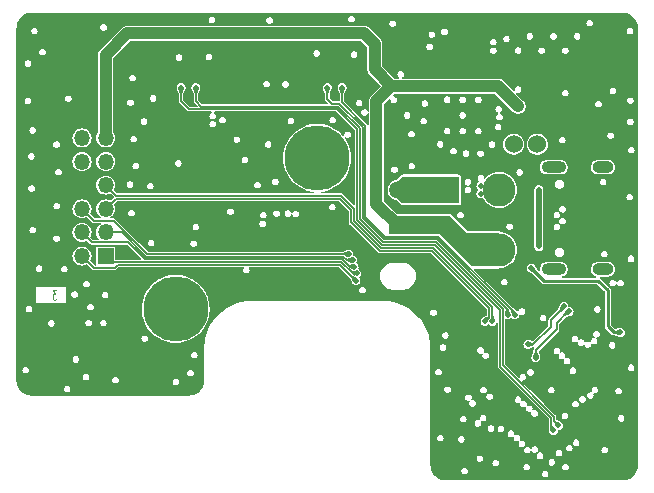
<source format=gbr>
%TF.GenerationSoftware,KiCad,Pcbnew,8.0.7*%
%TF.CreationDate,2024-12-18T08:34:55+08:00*%
%TF.ProjectId,SB-main-board,53422d6d-6169-46e2-9d62-6f6172642e6b,B1*%
%TF.SameCoordinates,Original*%
%TF.FileFunction,Copper,L3,Inr*%
%TF.FilePolarity,Positive*%
%FSLAX46Y46*%
G04 Gerber Fmt 4.6, Leading zero omitted, Abs format (unit mm)*
G04 Created by KiCad (PCBNEW 8.0.7) date 2024-12-18 08:34:55*
%MOMM*%
%LPD*%
G01*
G04 APERTURE LIST*
G04 Aperture macros list*
%AMRoundRect*
0 Rectangle with rounded corners*
0 $1 Rounding radius*
0 $2 $3 $4 $5 $6 $7 $8 $9 X,Y pos of 4 corners*
0 Add a 4 corners polygon primitive as box body*
4,1,4,$2,$3,$4,$5,$6,$7,$8,$9,$2,$3,0*
0 Add four circle primitives for the rounded corners*
1,1,$1+$1,$2,$3*
1,1,$1+$1,$4,$5*
1,1,$1+$1,$6,$7*
1,1,$1+$1,$8,$9*
0 Add four rect primitives between the rounded corners*
20,1,$1+$1,$2,$3,$4,$5,0*
20,1,$1+$1,$4,$5,$6,$7,0*
20,1,$1+$1,$6,$7,$8,$9,0*
20,1,$1+$1,$8,$9,$2,$3,0*%
G04 Aperture macros list end*
%ADD10C,0.101600*%
%TA.AperFunction,NonConductor*%
%ADD11C,0.101600*%
%TD*%
%TA.AperFunction,ComponentPad*%
%ADD12C,2.800000*%
%TD*%
%TA.AperFunction,ComponentPad*%
%ADD13C,1.524000*%
%TD*%
%TA.AperFunction,ComponentPad*%
%ADD14RoundRect,0.250001X0.499999X0.499999X-0.499999X0.499999X-0.499999X-0.499999X0.499999X-0.499999X0*%
%TD*%
%TA.AperFunction,ComponentPad*%
%ADD15C,1.500000*%
%TD*%
%TA.AperFunction,ComponentPad*%
%ADD16C,5.500000*%
%TD*%
%TA.AperFunction,ComponentPad*%
%ADD17R,1.350000X1.350000*%
%TD*%
%TA.AperFunction,ComponentPad*%
%ADD18O,1.350000X1.350000*%
%TD*%
%TA.AperFunction,ComponentPad*%
%ADD19O,1.800000X1.000000*%
%TD*%
%TA.AperFunction,ComponentPad*%
%ADD20O,2.100000X1.000000*%
%TD*%
%TA.AperFunction,ViaPad*%
%ADD21C,0.500000*%
%TD*%
%TA.AperFunction,ViaPad*%
%ADD22C,1.000000*%
%TD*%
%TA.AperFunction,Conductor*%
%ADD23C,1.016000*%
%TD*%
%TA.AperFunction,Conductor*%
%ADD24C,0.254000*%
%TD*%
%TA.AperFunction,Conductor*%
%ADD25C,0.508000*%
%TD*%
%TA.AperFunction,Conductor*%
%ADD26C,0.184658*%
%TD*%
%TA.AperFunction,Conductor*%
%ADD27C,0.127000*%
%TD*%
%TA.AperFunction,Conductor*%
%ADD28C,0.152400*%
%TD*%
G04 APERTURE END LIST*
D10*
D11*
X75982059Y-91302475D02*
X75672535Y-91302475D01*
X75672535Y-91302475D02*
X75839202Y-91607237D01*
X75839202Y-91607237D02*
X75767773Y-91607237D01*
X75767773Y-91607237D02*
X75720154Y-91645332D01*
X75720154Y-91645332D02*
X75696345Y-91683427D01*
X75696345Y-91683427D02*
X75672535Y-91759618D01*
X75672535Y-91759618D02*
X75672535Y-91950094D01*
X75672535Y-91950094D02*
X75696345Y-92026284D01*
X75696345Y-92026284D02*
X75720154Y-92064380D01*
X75720154Y-92064380D02*
X75767773Y-92102475D01*
X75767773Y-92102475D02*
X75910630Y-92102475D01*
X75910630Y-92102475D02*
X75958249Y-92064380D01*
X75958249Y-92064380D02*
X75982059Y-92026284D01*
D12*
%TO.N,+24V*%
%TO.C,J1*%
X113482830Y-87877964D03*
%TO.N,GND*%
X113482830Y-82797964D03*
D13*
%TO.N,/CAN_H*%
X114712830Y-78947964D03*
%TO.N,/CAN_L*%
X116712830Y-78947964D03*
%TD*%
D14*
%TO.N,+24V*%
%TO.C,J5*%
X104905330Y-85797964D03*
D15*
%TO.N,Net-(D4-K)*%
X104905330Y-82797964D03*
%TD*%
D16*
%TO.N,GND*%
%TO.C,H2*%
X86086330Y-92876664D03*
%TD*%
%TO.N,GND*%
%TO.C,H1*%
X98070330Y-80105664D03*
%TD*%
D17*
%TO.N,/FAN0_DET*%
%TO.C,J9*%
X80156472Y-88406664D03*
D18*
%TO.N,/NEO*%
X78156472Y-88406664D03*
%TO.N,/FAN0_PWM*%
X80156472Y-86406664D03*
%TO.N,/FAN1_PWM*%
X78156472Y-86406664D03*
%TO.N,/ADC0*%
X80156472Y-84406664D03*
%TO.N,/FAN1_DET*%
X78156472Y-84406664D03*
%TO.N,/ADC1*%
X80156472Y-82406664D03*
%TO.N,+3V3*%
X78156472Y-82406664D03*
%TO.N,GND*%
X80156472Y-80406664D03*
X78156472Y-80406664D03*
%TO.N,+24V*%
X80156472Y-78406664D03*
%TO.N,GND*%
X78156472Y-78406664D03*
%TD*%
D19*
%TO.N,GND*%
%TO.C,J2*%
X122262722Y-80873664D03*
D20*
X118082722Y-80873664D03*
D19*
X122262722Y-89513664D03*
D20*
X118082722Y-89513664D03*
%TD*%
D21*
%TO.N,GND*%
X111923530Y-82472964D03*
X111923530Y-83122964D03*
%TO.N,+3V3*%
X116370330Y-92115664D03*
X124760330Y-90365664D03*
X115217869Y-96498125D03*
X108760330Y-80205664D03*
X86570330Y-84355664D03*
X113119549Y-100824883D03*
X119840330Y-101575664D03*
X111430330Y-95765664D03*
X123150642Y-101535664D03*
X95882832Y-90865664D03*
X121509828Y-97525770D03*
X116678132Y-102357466D03*
X113040330Y-104405664D03*
X117673834Y-96125664D03*
X109290330Y-101715664D03*
X104382330Y-76143664D03*
X97669330Y-74155664D03*
D22*
%TO.N,+24V*%
X85295330Y-69555664D03*
D21*
X109779730Y-87242964D03*
X112319730Y-88512964D03*
X107874730Y-85337964D03*
X109144730Y-86607964D03*
X107239730Y-85972964D03*
X108536122Y-74021165D03*
X109779730Y-85972964D03*
X109144730Y-85337964D03*
X106604730Y-85337964D03*
X111684730Y-87877964D03*
X112239322Y-74021165D03*
X105969730Y-85972964D03*
D22*
X115076829Y-75714166D03*
D21*
X110414730Y-86607964D03*
X112319730Y-87242964D03*
X111049730Y-87242964D03*
X108509730Y-85972964D03*
X110414730Y-87877964D03*
X111049730Y-88512964D03*
%TO.N,+5V*%
X123746922Y-94865664D03*
X116190330Y-89414360D03*
%TO.N,Net-(D2-A)*%
X116840330Y-82793664D03*
X116840330Y-87593664D03*
%TO.N,/USB_D+*%
X116578190Y-97009918D03*
X119390330Y-93095664D03*
%TO.N,/USB_D-*%
X115907215Y-95884415D03*
X118958530Y-92663864D03*
%TO.N,/FAN0_PWM*%
X101074187Y-88728696D03*
%TO.N,/FAN0_DET*%
X101424750Y-89883043D03*
%TO.N,/FAN1_PWM*%
X101192907Y-89327910D03*
%TO.N,/FAN1_DET*%
X100744333Y-88225583D03*
%TO.N,/FAN2_PWM*%
X86545330Y-74155664D03*
X118064182Y-103161095D03*
%TO.N,/FAN2_DET*%
X87795330Y-74155664D03*
X118492306Y-102738443D03*
%TO.N,/NEO*%
X101344783Y-90479307D03*
%TO.N,/ADC0*%
X112280330Y-93925664D03*
%TO.N,/ADC1*%
X112890330Y-93925664D03*
%TO.N,/ENDSTOP0*%
X114805404Y-93367263D03*
X100169330Y-74155664D03*
%TO.N,/FS*%
X114203802Y-93367264D03*
X98919330Y-74155664D03*
%TO.N,Net-(D4-K)*%
X106605330Y-82797964D03*
X109780330Y-82162964D03*
X107875330Y-82797964D03*
X109145330Y-82797964D03*
X107240330Y-82162964D03*
X105970330Y-82162964D03*
X108510330Y-83432964D03*
X107240330Y-83432964D03*
X109780330Y-83432964D03*
X108510330Y-82162964D03*
X105970330Y-83432964D03*
%TD*%
D23*
%TO.N,+24V*%
X102940330Y-72606666D02*
X104354829Y-74021165D01*
X104354829Y-74021165D02*
X103080330Y-75295664D01*
X80156472Y-78406664D02*
X80156472Y-71379522D01*
X103080330Y-83972964D02*
X104905330Y-85797964D01*
X102940330Y-70455664D02*
X102940330Y-72606666D01*
X115076829Y-75714166D02*
X113383828Y-74021165D01*
X103080330Y-75295664D02*
X103080330Y-83972964D01*
X102040330Y-69555664D02*
X102940330Y-70455664D01*
X80156472Y-71379522D02*
X81980330Y-69555664D01*
X113383828Y-74021165D02*
X104354829Y-74021165D01*
X81980330Y-69555664D02*
X102040330Y-69555664D01*
D24*
%TO.N,+5V*%
X117261634Y-90485664D02*
X121880330Y-90485664D01*
X122650330Y-91255664D02*
X122650330Y-94315664D01*
X116190330Y-89414360D02*
X117261634Y-90485664D01*
X121880330Y-90485664D02*
X122650330Y-91255664D01*
X123200330Y-94865664D02*
X123746922Y-94865664D01*
X122650330Y-94315664D02*
X123200330Y-94865664D01*
D25*
%TO.N,Net-(D2-A)*%
X116840330Y-87593664D02*
X116840330Y-82793664D01*
D26*
%TO.N,/USB_D+*%
X119312353Y-93095664D02*
X119390330Y-93095664D01*
X116578190Y-96363974D02*
X118350520Y-94591644D01*
X116578190Y-97009918D02*
X116578190Y-96363974D01*
X118350520Y-94591644D02*
X118350520Y-94057497D01*
X118350520Y-94057497D02*
X119312353Y-93095664D01*
%TO.N,/USB_D-*%
X117850140Y-93850231D02*
X118958530Y-92741841D01*
X115907215Y-95884415D02*
X116350103Y-95884415D01*
X117850140Y-94384378D02*
X117850140Y-93850231D01*
X118958530Y-92741841D02*
X118958530Y-92663864D01*
X116350103Y-95884415D02*
X117850140Y-94384378D01*
D27*
%TO.N,/FAN0_PWM*%
X81508040Y-86406664D02*
X83555559Y-88454183D01*
X80156472Y-86406664D02*
X81508040Y-86406664D01*
X83555559Y-88454183D02*
X100289529Y-88454183D01*
X100289529Y-88454183D02*
X100564042Y-88728696D01*
X100564042Y-88728696D02*
X101074187Y-88728696D01*
%TO.N,/FAN0_DET*%
X101071809Y-89883043D02*
X100100149Y-88911383D01*
X101424750Y-89883043D02*
X101071809Y-89883043D01*
X100100149Y-88911383D02*
X80661191Y-88911383D01*
%TO.N,/FAN1_PWM*%
X83460869Y-88682783D02*
X82024850Y-87246764D01*
X101192907Y-89327910D02*
X100839966Y-89327910D01*
X78996572Y-87246764D02*
X78156472Y-86406664D01*
X82024850Y-87246764D02*
X78996572Y-87246764D01*
X100194839Y-88682783D02*
X83460869Y-88682783D01*
X100839966Y-89327910D02*
X100194839Y-88682783D01*
%TO.N,/FAN1_DET*%
X79155472Y-85405664D02*
X78156472Y-84406664D01*
X100744333Y-88225583D02*
X83650249Y-88225583D01*
X80830330Y-85405664D02*
X79155472Y-85405664D01*
X83650249Y-88225583D02*
X80830330Y-85405664D01*
%TO.N,/FAN2_PWM*%
X113541730Y-93012854D02*
X107999940Y-87471064D01*
X103551530Y-87471064D02*
X101440430Y-85359964D01*
X87199180Y-75974514D02*
X86545330Y-75320664D01*
X113541730Y-97762088D02*
X113541730Y-93012854D01*
X117870627Y-102967540D02*
X117870627Y-102090985D01*
X101440430Y-85359964D02*
X101440430Y-77681554D01*
X107999940Y-87471064D02*
X103551530Y-87471064D01*
X99733390Y-75974514D02*
X87199180Y-75974514D01*
X117870627Y-102090985D02*
X113541730Y-97762088D01*
X118064182Y-103161095D02*
X117870627Y-102967540D01*
X101440430Y-77681554D02*
X99733390Y-75974514D01*
X86545330Y-75320664D02*
X86545330Y-74155664D01*
%TO.N,/FAN2_DET*%
X103646220Y-87242464D02*
X101669030Y-85265274D01*
X101669030Y-85265274D02*
X101669030Y-77586864D01*
X118099227Y-101996295D02*
X113770330Y-97667398D01*
X87795330Y-75280664D02*
X87795330Y-74155664D01*
X113770330Y-92918164D02*
X108094630Y-87242464D01*
X118492306Y-102738443D02*
X118099227Y-102345364D01*
X88260580Y-75745914D02*
X87795330Y-75280664D01*
X99828080Y-75745914D02*
X88260580Y-75745914D01*
X108094630Y-87242464D02*
X103646220Y-87242464D01*
X101669030Y-77586864D02*
X99828080Y-75745914D01*
X118099227Y-102345364D02*
X118099227Y-101996295D01*
X113770330Y-97667398D02*
X113770330Y-92918164D01*
%TO.N,/NEO*%
X81176011Y-89139983D02*
X80910330Y-89405664D01*
X79155472Y-89405664D02*
X78156472Y-88406664D01*
X101344783Y-90479307D02*
X100005459Y-89139983D01*
X100005459Y-89139983D02*
X81176011Y-89139983D01*
X80910330Y-89405664D02*
X79155472Y-89405664D01*
D28*
%TO.N,/ADC0*%
X81017472Y-83545664D02*
X80156472Y-84406664D01*
X112636330Y-93569664D02*
X112636330Y-92807914D01*
X112636330Y-92807914D02*
X107794780Y-87966364D01*
X103346370Y-87966364D02*
X100945130Y-85565124D01*
X112280330Y-93925664D02*
X112636330Y-93569664D01*
X99981120Y-83545664D02*
X81017472Y-83545664D01*
X107794780Y-87966364D02*
X103346370Y-87966364D01*
X100945130Y-85565124D02*
X100945130Y-84509674D01*
X100945130Y-84509674D02*
X99981120Y-83545664D01*
%TO.N,/ADC1*%
X81041472Y-83291664D02*
X80156472Y-82406664D01*
X107899990Y-87712364D02*
X103451580Y-87712364D01*
X112890330Y-92702704D02*
X107899990Y-87712364D01*
X112890330Y-93925664D02*
X112890330Y-92702704D01*
X101199130Y-85459914D02*
X101199130Y-84404464D01*
X101199130Y-84404464D02*
X100086330Y-83291664D01*
X103451580Y-87712364D02*
X101199130Y-85459914D01*
X100086330Y-83291664D02*
X81041472Y-83291664D01*
D27*
%TO.N,/ENDSTOP0*%
X102151630Y-85065374D02*
X103846120Y-86759864D01*
X108294530Y-86759864D02*
X114805404Y-93270738D01*
X100169330Y-74155664D02*
X100169330Y-75404664D01*
X114805404Y-93270738D02*
X114805404Y-93367263D01*
X100169330Y-75404664D02*
X102151630Y-77386964D01*
X103846120Y-86759864D02*
X108294530Y-86759864D01*
X102151630Y-77386964D02*
X102151630Y-85065374D01*
D28*
%TO.N,/FS*%
X114203802Y-93010386D02*
X108194580Y-87001164D01*
X101910330Y-77486914D02*
X99928030Y-75504614D01*
X108194580Y-87001164D02*
X103746170Y-87001164D01*
X98919330Y-75114664D02*
X98919330Y-74155664D01*
X103746170Y-87001164D02*
X101910330Y-85165324D01*
X101910330Y-85165324D02*
X101910330Y-77486914D01*
X99928030Y-75504614D02*
X99309280Y-75504614D01*
X99309280Y-75504614D02*
X98919330Y-75114664D01*
X114203802Y-93367264D02*
X114203802Y-93010386D01*
%TD*%
%TA.AperFunction,Conductor*%
%TO.N,Net-(D4-K)*%
G36*
X110052024Y-81691270D02*
G01*
X110070330Y-81735464D01*
X110070330Y-83860464D01*
X110052024Y-83904658D01*
X110007830Y-83922964D01*
X105306218Y-83922964D01*
X105262024Y-83904658D01*
X104923636Y-83566270D01*
X104905330Y-83522076D01*
X104905330Y-82073852D01*
X104923636Y-82029658D01*
X105262024Y-81691270D01*
X105306218Y-81672964D01*
X110007830Y-81672964D01*
X110052024Y-81691270D01*
G37*
%TD.AperFunction*%
%TD*%
%TA.AperFunction,Conductor*%
%TO.N,/ADC1*%
G36*
X112966753Y-93429091D02*
G01*
X112969407Y-93433181D01*
X113117244Y-93819397D01*
X113117001Y-93828349D01*
X113110834Y-93834373D01*
X112894847Y-93924773D01*
X112885893Y-93924806D01*
X112885813Y-93924773D01*
X112669825Y-93834373D01*
X112663516Y-93828017D01*
X112663415Y-93819399D01*
X112677824Y-93781754D01*
X112680469Y-93777677D01*
X112787485Y-93670663D01*
X112814630Y-93605130D01*
X112814630Y-93534198D01*
X112814630Y-93437364D01*
X112818057Y-93429091D01*
X112826330Y-93425664D01*
X112958480Y-93425664D01*
X112966753Y-93429091D01*
G37*
%TD.AperFunction*%
%TD*%
%TA.AperFunction,Conductor*%
%TO.N,/USB_D+*%
G36*
X119168325Y-93003667D02*
G01*
X119386505Y-93093099D01*
X119392861Y-93099408D01*
X119392894Y-93099488D01*
X119481282Y-93315123D01*
X119481249Y-93324077D01*
X119474893Y-93330386D01*
X119474221Y-93330638D01*
X119077720Y-93465417D01*
X119068785Y-93464835D01*
X119065682Y-93462612D01*
X118946958Y-93343888D01*
X118943531Y-93335615D01*
X118945419Y-93329242D01*
X119154080Y-93008117D01*
X119161460Y-93003049D01*
X119168325Y-93003667D01*
G37*
%TD.AperFunction*%
%TD*%
%TA.AperFunction,Conductor*%
%TO.N,/USB_D-*%
G36*
X118739072Y-92572911D02*
G01*
X118954705Y-92661299D01*
X118961061Y-92667608D01*
X118961094Y-92667688D01*
X119050525Y-92885866D01*
X119050492Y-92894820D01*
X119046074Y-92900114D01*
X118724953Y-93108773D01*
X118716148Y-93110407D01*
X118710305Y-93107235D01*
X118591581Y-92988511D01*
X118588154Y-92980238D01*
X118588776Y-92976473D01*
X118723556Y-92579970D01*
X118729463Y-92573241D01*
X118738398Y-92572659D01*
X118739072Y-92572911D01*
G37*
%TD.AperFunction*%
%TD*%
%TA.AperFunction,Conductor*%
%TO.N,/FS*%
G36*
X114162948Y-92865379D02*
G01*
X114164401Y-92867149D01*
X114375262Y-93182534D01*
X114377012Y-93191316D01*
X114373842Y-93197277D01*
X114210048Y-93362387D01*
X114201789Y-93365847D01*
X114197248Y-93364950D01*
X113982095Y-93275446D01*
X113975773Y-93269104D01*
X113975228Y-93261851D01*
X114047938Y-92966234D01*
X114051024Y-92960758D01*
X114146405Y-92865377D01*
X114154675Y-92861952D01*
X114162948Y-92865379D01*
G37*
%TD.AperFunction*%
%TD*%
%TA.AperFunction,Conductor*%
%TO.N,/ENDSTOP0*%
G36*
X114562435Y-92934800D02*
G01*
X114892407Y-93131135D01*
X114897763Y-93138310D01*
X114897249Y-93145627D01*
X114807968Y-93363439D01*
X114801659Y-93369794D01*
X114801579Y-93369827D01*
X114586972Y-93457794D01*
X114578018Y-93457761D01*
X114571709Y-93451405D01*
X114571178Y-93449778D01*
X114557140Y-93393049D01*
X114556941Y-93388413D01*
X114560291Y-93367264D01*
X114542843Y-93257103D01*
X114505838Y-93184475D01*
X114504910Y-93181986D01*
X114466399Y-93026359D01*
X114467738Y-93017507D01*
X114469479Y-93015282D01*
X114548180Y-92936581D01*
X114556452Y-92933155D01*
X114562435Y-92934800D01*
G37*
%TD.AperFunction*%
%TD*%
%TA.AperFunction,Conductor*%
%TO.N,/FAN1_DET*%
G36*
X100653162Y-88005365D02*
G01*
X100743442Y-88221066D01*
X100743475Y-88230020D01*
X100743442Y-88230100D01*
X100653162Y-88445800D01*
X100646806Y-88452109D01*
X100637892Y-88452092D01*
X100441581Y-88370781D01*
X100437785Y-88368245D01*
X100383335Y-88313795D01*
X100383334Y-88313794D01*
X100383332Y-88313793D01*
X100322471Y-88288583D01*
X100322469Y-88288583D01*
X100256033Y-88288583D01*
X100247760Y-88285156D01*
X100244333Y-88276883D01*
X100244333Y-88169900D01*
X100247760Y-88161627D01*
X100251554Y-88159091D01*
X100637894Y-87999073D01*
X100646847Y-87999073D01*
X100653162Y-88005365D01*
G37*
%TD.AperFunction*%
%TD*%
%TA.AperFunction,Conductor*%
%TO.N,/USB_D-*%
G36*
X116322907Y-95777853D02*
G01*
X116326941Y-95780485D01*
X116443839Y-95897383D01*
X116447266Y-95905656D01*
X116443839Y-95913929D01*
X116440412Y-95916305D01*
X116013867Y-96110388D01*
X116004917Y-96110696D01*
X115998372Y-96104585D01*
X115998228Y-96104256D01*
X115908393Y-95889625D01*
X115908360Y-95880671D01*
X115908383Y-95880614D01*
X115998496Y-95663997D01*
X116004838Y-95657675D01*
X116013538Y-95657586D01*
X116322907Y-95777853D01*
G37*
%TD.AperFunction*%
%TD*%
%TA.AperFunction,Conductor*%
%TO.N,/FAN2_DET*%
G36*
X118190876Y-102342981D02*
G01*
X118577208Y-102503012D01*
X118583539Y-102509344D01*
X118583556Y-102518259D01*
X118494870Y-102734619D01*
X118488561Y-102740974D01*
X118488482Y-102741007D01*
X118357609Y-102794651D01*
X118272203Y-102829660D01*
X118272122Y-102829693D01*
X118263167Y-102829660D01*
X118256875Y-102823345D01*
X118096844Y-102437013D01*
X118096844Y-102428058D01*
X118099377Y-102424265D01*
X118178126Y-102345516D01*
X118186398Y-102342090D01*
X118190876Y-102342981D01*
G37*
%TD.AperFunction*%
%TD*%
%TA.AperFunction,Conductor*%
%TO.N,+5V*%
G36*
X123650316Y-94638472D02*
G01*
X123655157Y-94644028D01*
X123746031Y-94861147D01*
X123746064Y-94870101D01*
X123746031Y-94870181D01*
X123655157Y-95087299D01*
X123648801Y-95093608D01*
X123641450Y-95094113D01*
X123255708Y-94994923D01*
X123248549Y-94989544D01*
X123246922Y-94983592D01*
X123246922Y-94747735D01*
X123250349Y-94739462D01*
X123255705Y-94736405D01*
X123641450Y-94637214D01*
X123650316Y-94638472D01*
G37*
%TD.AperFunction*%
%TD*%
%TA.AperFunction,Conductor*%
%TO.N,/FAN0_PWM*%
G36*
X100983016Y-88508478D02*
G01*
X101073296Y-88724179D01*
X101073329Y-88733133D01*
X101073296Y-88733213D01*
X100983016Y-88948913D01*
X100976660Y-88955222D01*
X100967746Y-88955205D01*
X100581410Y-88795187D01*
X100575078Y-88788856D01*
X100574187Y-88784378D01*
X100574187Y-88673013D01*
X100577614Y-88664740D01*
X100581408Y-88662204D01*
X100792515Y-88574766D01*
X100795144Y-88574024D01*
X100854494Y-88564624D01*
X100953872Y-88513989D01*
X100962568Y-88505292D01*
X100966351Y-88502764D01*
X100967745Y-88502186D01*
X100976697Y-88502184D01*
X100983016Y-88508478D01*
G37*
%TD.AperFunction*%
%TD*%
%TA.AperFunction,Conductor*%
%TO.N,+5V*%
G36*
X116420891Y-89322559D02*
G01*
X116426447Y-89327400D01*
X116629070Y-89670301D01*
X116630328Y-89679167D01*
X116627270Y-89684526D01*
X116460496Y-89851300D01*
X116452223Y-89854727D01*
X116446271Y-89853100D01*
X116103370Y-89650477D01*
X116097991Y-89643318D01*
X116098495Y-89635969D01*
X116187766Y-89418182D01*
X116194073Y-89411828D01*
X116411939Y-89322526D01*
X116420891Y-89322559D01*
G37*
%TD.AperFunction*%
%TD*%
%TA.AperFunction,Conductor*%
%TO.N,/FS*%
G36*
X99139834Y-74246954D02*
G01*
X99146143Y-74253310D01*
X99146244Y-74261930D01*
X98998407Y-74648147D01*
X98992249Y-74654648D01*
X98987480Y-74655664D01*
X98851180Y-74655664D01*
X98842907Y-74652237D01*
X98840253Y-74648147D01*
X98782148Y-74496352D01*
X98692415Y-74261928D01*
X98692658Y-74252978D01*
X98698823Y-74246955D01*
X98914814Y-74156553D01*
X98923767Y-74156521D01*
X99139834Y-74246954D01*
G37*
%TD.AperFunction*%
%TD*%
%TA.AperFunction,Conductor*%
%TO.N,/FAN2_DET*%
G36*
X88015547Y-74246834D02*
G01*
X88021856Y-74253190D01*
X88021839Y-74262104D01*
X87861822Y-74648441D01*
X87855491Y-74654773D01*
X87851013Y-74655664D01*
X87739647Y-74655664D01*
X87731374Y-74652237D01*
X87728838Y-74648441D01*
X87568820Y-74262104D01*
X87568820Y-74253149D01*
X87575110Y-74246835D01*
X87790814Y-74156553D01*
X87799767Y-74156521D01*
X88015547Y-74246834D01*
G37*
%TD.AperFunction*%
%TD*%
%TA.AperFunction,Conductor*%
%TO.N,+3V3*%
G36*
X123935498Y-67799357D02*
G01*
X124127348Y-67814462D01*
X124137016Y-67815993D01*
X124285193Y-67851571D01*
X124321755Y-67860350D01*
X124331081Y-67863381D01*
X124491174Y-67929696D01*
X124506549Y-67936065D01*
X124506593Y-67936083D01*
X124515331Y-67940535D01*
X124677321Y-68039804D01*
X124685245Y-68045561D01*
X124829715Y-68168950D01*
X124836641Y-68175876D01*
X124960028Y-68320341D01*
X124965792Y-68328275D01*
X125065055Y-68490250D01*
X125069508Y-68498988D01*
X125088378Y-68544540D01*
X125114164Y-68606789D01*
X125142215Y-68674503D01*
X125145246Y-68683830D01*
X125189602Y-68868562D01*
X125191136Y-68878248D01*
X125206227Y-69069887D01*
X125206420Y-69074790D01*
X125206421Y-69118741D01*
X125206428Y-69118800D01*
X125206428Y-106079296D01*
X125206425Y-106079330D01*
X125206427Y-106122352D01*
X125206235Y-106127255D01*
X125191148Y-106319106D01*
X125189614Y-106328794D01*
X125145273Y-106513524D01*
X125142242Y-106522852D01*
X125069548Y-106698364D01*
X125065095Y-106707103D01*
X124965836Y-106869084D01*
X124960071Y-106877020D01*
X124836689Y-107021481D01*
X124829753Y-107028416D01*
X124685296Y-107151788D01*
X124677361Y-107157553D01*
X124515380Y-107256807D01*
X124506641Y-107261260D01*
X124331117Y-107333954D01*
X124321788Y-107336984D01*
X124137064Y-107381319D01*
X124127376Y-107382853D01*
X123935076Y-107397971D01*
X123930172Y-107398163D01*
X123887266Y-107398159D01*
X123887214Y-107398164D01*
X108976906Y-107398164D01*
X108976885Y-107398162D01*
X108970935Y-107398162D01*
X108965871Y-107398162D01*
X108933513Y-107398163D01*
X108928611Y-107397971D01*
X108736762Y-107382879D01*
X108727074Y-107381345D01*
X108542345Y-107337001D01*
X108533017Y-107333970D01*
X108357503Y-107261273D01*
X108348764Y-107256820D01*
X108186787Y-107157560D01*
X108178852Y-107151795D01*
X108044198Y-107036789D01*
X108034389Y-107028411D01*
X108027459Y-107021480D01*
X107904082Y-106877017D01*
X107898317Y-106869082D01*
X107799065Y-106707106D01*
X107794613Y-106698367D01*
X107747935Y-106585664D01*
X110258549Y-106585664D01*
X110275542Y-106682041D01*
X110275543Y-106682042D01*
X110292509Y-106711427D01*
X110324473Y-106766789D01*
X110399439Y-106829694D01*
X110491399Y-106863164D01*
X110491402Y-106863164D01*
X110589258Y-106863164D01*
X110589261Y-106863164D01*
X110609868Y-106855664D01*
X117078549Y-106855664D01*
X117095542Y-106952041D01*
X117095543Y-106952042D01*
X117135634Y-107021480D01*
X117144473Y-107036789D01*
X117219439Y-107099694D01*
X117311399Y-107133164D01*
X117311402Y-107133164D01*
X117409258Y-107133164D01*
X117409261Y-107133164D01*
X117501221Y-107099694D01*
X117576187Y-107036789D01*
X117625118Y-106952039D01*
X117642111Y-106855664D01*
X117625118Y-106759289D01*
X117625117Y-106759287D01*
X117625117Y-106759286D01*
X117625116Y-106759285D01*
X117608043Y-106729714D01*
X117576187Y-106674539D01*
X117501221Y-106611634D01*
X117490911Y-106607881D01*
X117409263Y-106578164D01*
X117409261Y-106578164D01*
X117311399Y-106578164D01*
X117311396Y-106578164D01*
X117219441Y-106611633D01*
X117219438Y-106611634D01*
X117144473Y-106674538D01*
X117095543Y-106759285D01*
X117095542Y-106759286D01*
X117078549Y-106855664D01*
X110609868Y-106855664D01*
X110681221Y-106829694D01*
X110756187Y-106766789D01*
X110805118Y-106682039D01*
X110822111Y-106585664D01*
X110805118Y-106489289D01*
X110805117Y-106489287D01*
X110805117Y-106489286D01*
X110805116Y-106489285D01*
X110774807Y-106436789D01*
X110756187Y-106404539D01*
X110681221Y-106341634D01*
X110645943Y-106328794D01*
X110589263Y-106308164D01*
X110589261Y-106308164D01*
X110491399Y-106308164D01*
X110491396Y-106308164D01*
X110399441Y-106341633D01*
X110399438Y-106341634D01*
X110324473Y-106404538D01*
X110275543Y-106489285D01*
X110275542Y-106489286D01*
X110258549Y-106585664D01*
X107747935Y-106585664D01*
X107721918Y-106522845D01*
X107718887Y-106513517D01*
X107700470Y-106436787D01*
X107674547Y-106328789D01*
X107673014Y-106319106D01*
X107668025Y-106255664D01*
X115518549Y-106255664D01*
X115535542Y-106352041D01*
X115535543Y-106352042D01*
X115565853Y-106404539D01*
X115584473Y-106436789D01*
X115659439Y-106499694D01*
X115751399Y-106533164D01*
X115751402Y-106533164D01*
X115849258Y-106533164D01*
X115849261Y-106533164D01*
X115941221Y-106499694D01*
X116016187Y-106436789D01*
X116065118Y-106352039D01*
X116078585Y-106275664D01*
X118808549Y-106275664D01*
X118825542Y-106372041D01*
X118825543Y-106372042D01*
X118862925Y-106436787D01*
X118874473Y-106456789D01*
X118949439Y-106519694D01*
X119041399Y-106553164D01*
X119041402Y-106553164D01*
X119139258Y-106553164D01*
X119139261Y-106553164D01*
X119231221Y-106519694D01*
X119306187Y-106456789D01*
X119355118Y-106372039D01*
X119372111Y-106275664D01*
X119355118Y-106179289D01*
X119355117Y-106179287D01*
X119355117Y-106179286D01*
X119355116Y-106179285D01*
X119321953Y-106121846D01*
X119306187Y-106094539D01*
X119231221Y-106031634D01*
X119204864Y-106022041D01*
X119139263Y-105998164D01*
X119139261Y-105998164D01*
X119041399Y-105998164D01*
X119041396Y-105998164D01*
X118949441Y-106031633D01*
X118949438Y-106031634D01*
X118874473Y-106094538D01*
X118825543Y-106179285D01*
X118825542Y-106179286D01*
X118808549Y-106275664D01*
X116078585Y-106275664D01*
X116082111Y-106255664D01*
X116065118Y-106159289D01*
X116065117Y-106159287D01*
X116065117Y-106159286D01*
X116065116Y-106159285D01*
X116034807Y-106106789D01*
X116016187Y-106074539D01*
X115941221Y-106011634D01*
X115904212Y-105998164D01*
X115849263Y-105978164D01*
X115849261Y-105978164D01*
X115751399Y-105978164D01*
X115751396Y-105978164D01*
X115659441Y-106011633D01*
X115659438Y-106011634D01*
X115584473Y-106074538D01*
X115535543Y-106159285D01*
X115535542Y-106159286D01*
X115518549Y-106255664D01*
X107668025Y-106255664D01*
X107657887Y-106126739D01*
X107657696Y-106121846D01*
X107657697Y-106106787D01*
X107657699Y-106084930D01*
X107657697Y-106084926D01*
X107657698Y-106079330D01*
X107657696Y-106079296D01*
X107657696Y-105925664D01*
X112898549Y-105925664D01*
X112915542Y-106022041D01*
X112915543Y-106022042D01*
X112955935Y-106092001D01*
X112964473Y-106106789D01*
X113039439Y-106169694D01*
X113131399Y-106203164D01*
X113131402Y-106203164D01*
X113229258Y-106203164D01*
X113229261Y-106203164D01*
X113321221Y-106169694D01*
X113396187Y-106106789D01*
X113445118Y-106022039D01*
X113462111Y-105925664D01*
X113451532Y-105865664D01*
X117658549Y-105865664D01*
X117675542Y-105962041D01*
X117675543Y-105962042D01*
X117710185Y-106022042D01*
X117724473Y-106046789D01*
X117799439Y-106109694D01*
X117891399Y-106143164D01*
X117891402Y-106143164D01*
X117989258Y-106143164D01*
X117989261Y-106143164D01*
X118081221Y-106109694D01*
X118156187Y-106046789D01*
X118205118Y-105962039D01*
X118222111Y-105865664D01*
X118205118Y-105769289D01*
X118205117Y-105769287D01*
X118205117Y-105769286D01*
X118205116Y-105769285D01*
X118182024Y-105729289D01*
X118156187Y-105684539D01*
X118081221Y-105621634D01*
X118070911Y-105617881D01*
X117989263Y-105588164D01*
X117989261Y-105588164D01*
X117891399Y-105588164D01*
X117891396Y-105588164D01*
X117799441Y-105621633D01*
X117799438Y-105621634D01*
X117724473Y-105684538D01*
X117675543Y-105769285D01*
X117675542Y-105769286D01*
X117658549Y-105865664D01*
X113451532Y-105865664D01*
X113445118Y-105829289D01*
X113445117Y-105829287D01*
X113445117Y-105829286D01*
X113445116Y-105829285D01*
X113423701Y-105792194D01*
X113396187Y-105744539D01*
X113321221Y-105681634D01*
X113310911Y-105677881D01*
X113229263Y-105648164D01*
X113229261Y-105648164D01*
X113131399Y-105648164D01*
X113131396Y-105648164D01*
X113039441Y-105681633D01*
X113039438Y-105681634D01*
X112964473Y-105744538D01*
X112915543Y-105829285D01*
X112915542Y-105829286D01*
X112898549Y-105925664D01*
X107657696Y-105925664D01*
X107657696Y-105548164D01*
X111561049Y-105548164D01*
X111578042Y-105644541D01*
X111578043Y-105644542D01*
X111601136Y-105684539D01*
X111626973Y-105729289D01*
X111701939Y-105792194D01*
X111793899Y-105825664D01*
X111793902Y-105825664D01*
X111891758Y-105825664D01*
X111891761Y-105825664D01*
X111983721Y-105792194D01*
X112058687Y-105729289D01*
X112107618Y-105644539D01*
X112124611Y-105548164D01*
X112107618Y-105451789D01*
X112107617Y-105451787D01*
X112107617Y-105451786D01*
X112107616Y-105451785D01*
X112084668Y-105412039D01*
X112058687Y-105367039D01*
X111997462Y-105315664D01*
X116648549Y-105315664D01*
X116665542Y-105412041D01*
X116665543Y-105412042D01*
X116688490Y-105451786D01*
X116714473Y-105496789D01*
X116789439Y-105559694D01*
X116881399Y-105593164D01*
X116881402Y-105593164D01*
X116979258Y-105593164D01*
X116979261Y-105593164D01*
X117071221Y-105559694D01*
X117146187Y-105496789D01*
X117195118Y-105412039D01*
X117212111Y-105315664D01*
X117195118Y-105219289D01*
X117195117Y-105219287D01*
X117195117Y-105219286D01*
X117195116Y-105219285D01*
X117171591Y-105178539D01*
X117146187Y-105134539D01*
X117083770Y-105082164D01*
X118258549Y-105082164D01*
X118275542Y-105178541D01*
X118275543Y-105178542D01*
X118299069Y-105219289D01*
X118324473Y-105263289D01*
X118399439Y-105326194D01*
X118491399Y-105359664D01*
X118491402Y-105359664D01*
X118589258Y-105359664D01*
X118589261Y-105359664D01*
X118681221Y-105326194D01*
X118756187Y-105263289D01*
X118805118Y-105178539D01*
X118822111Y-105082164D01*
X118805118Y-104985789D01*
X118805117Y-104985787D01*
X118805117Y-104985786D01*
X118805116Y-104985785D01*
X118779859Y-104942040D01*
X118756187Y-104901039D01*
X118681221Y-104838134D01*
X118670911Y-104834381D01*
X118589263Y-104804664D01*
X118589261Y-104804664D01*
X118491399Y-104804664D01*
X118491396Y-104804664D01*
X118399441Y-104838133D01*
X118399438Y-104838134D01*
X118324473Y-104901038D01*
X118275543Y-104985785D01*
X118275542Y-104985786D01*
X118258549Y-105082164D01*
X117083770Y-105082164D01*
X117071221Y-105071634D01*
X117053291Y-105065108D01*
X116979263Y-105038164D01*
X116979261Y-105038164D01*
X116881399Y-105038164D01*
X116881396Y-105038164D01*
X116789441Y-105071633D01*
X116789438Y-105071634D01*
X116714473Y-105134538D01*
X116665543Y-105219285D01*
X116665542Y-105219286D01*
X116648549Y-105315664D01*
X111997462Y-105315664D01*
X111983721Y-105304134D01*
X111973411Y-105300381D01*
X111891763Y-105270664D01*
X111891761Y-105270664D01*
X111793899Y-105270664D01*
X111793896Y-105270664D01*
X111701941Y-105304133D01*
X111701938Y-105304134D01*
X111626973Y-105367038D01*
X111578043Y-105451785D01*
X111578042Y-105451786D01*
X111561049Y-105548164D01*
X107657696Y-105548164D01*
X107657696Y-104845664D01*
X115578549Y-104845664D01*
X115595542Y-104942041D01*
X115595543Y-104942042D01*
X115620801Y-104985789D01*
X115644473Y-105026789D01*
X115719439Y-105089694D01*
X115811399Y-105123164D01*
X115811402Y-105123164D01*
X115909258Y-105123164D01*
X115909261Y-105123164D01*
X116001221Y-105089694D01*
X116076187Y-105026789D01*
X116125118Y-104942039D01*
X116126926Y-104931779D01*
X116152626Y-104891436D01*
X116199328Y-104881081D01*
X116239673Y-104906781D01*
X116242603Y-104911381D01*
X116260304Y-104942039D01*
X116269573Y-104958093D01*
X116344539Y-105020998D01*
X116436499Y-105054468D01*
X116436502Y-105054468D01*
X116534358Y-105054468D01*
X116534361Y-105054468D01*
X116626321Y-105020998D01*
X116701287Y-104958093D01*
X116750218Y-104873343D01*
X116767211Y-104776968D01*
X116750218Y-104680593D01*
X116750217Y-104680591D01*
X116750217Y-104680590D01*
X116750216Y-104680589D01*
X116742407Y-104667064D01*
X119119949Y-104667064D01*
X119136942Y-104763441D01*
X119136943Y-104763442D01*
X119170220Y-104821078D01*
X119185873Y-104848189D01*
X119260839Y-104911094D01*
X119352799Y-104944564D01*
X119352802Y-104944564D01*
X119450658Y-104944564D01*
X119450661Y-104944564D01*
X119542621Y-104911094D01*
X119617587Y-104848189D01*
X119633240Y-104821078D01*
X122127669Y-104821078D01*
X122144662Y-104917455D01*
X122144663Y-104917456D01*
X122184114Y-104985785D01*
X122193593Y-105002203D01*
X122268559Y-105065108D01*
X122360519Y-105098578D01*
X122360522Y-105098578D01*
X122458378Y-105098578D01*
X122458381Y-105098578D01*
X122550341Y-105065108D01*
X122625307Y-105002203D01*
X122674238Y-104917453D01*
X122691231Y-104821078D01*
X122674238Y-104724703D01*
X122674237Y-104724701D01*
X122674237Y-104724700D01*
X122674236Y-104724699D01*
X122648768Y-104680589D01*
X122625307Y-104639953D01*
X122550341Y-104577048D01*
X122540031Y-104573295D01*
X122458383Y-104543578D01*
X122458381Y-104543578D01*
X122360519Y-104543578D01*
X122360516Y-104543578D01*
X122268561Y-104577047D01*
X122268558Y-104577048D01*
X122193593Y-104639952D01*
X122144663Y-104724699D01*
X122144662Y-104724700D01*
X122127669Y-104821078D01*
X119633240Y-104821078D01*
X119666518Y-104763439D01*
X119683511Y-104667064D01*
X119666518Y-104570689D01*
X119666517Y-104570687D01*
X119666517Y-104570686D01*
X119666516Y-104570685D01*
X119621758Y-104493164D01*
X119617587Y-104485939D01*
X119542621Y-104423034D01*
X119532311Y-104419281D01*
X119450663Y-104389564D01*
X119450661Y-104389564D01*
X119352799Y-104389564D01*
X119352796Y-104389564D01*
X119260841Y-104423033D01*
X119260838Y-104423034D01*
X119185873Y-104485938D01*
X119136943Y-104570685D01*
X119136942Y-104570686D01*
X119119949Y-104667064D01*
X116742407Y-104667064D01*
X116704630Y-104601634D01*
X116701287Y-104595843D01*
X116626321Y-104532938D01*
X116616011Y-104529185D01*
X116534363Y-104499468D01*
X116534361Y-104499468D01*
X116436499Y-104499468D01*
X116436496Y-104499468D01*
X116344541Y-104532937D01*
X116344538Y-104532938D01*
X116269573Y-104595842D01*
X116220643Y-104680589D01*
X116220641Y-104680595D01*
X116218832Y-104690854D01*
X116193129Y-104731197D01*
X116146427Y-104741549D01*
X116106084Y-104715846D01*
X116103156Y-104711250D01*
X116085454Y-104680590D01*
X116076187Y-104664539D01*
X116001221Y-104601634D01*
X115985307Y-104595842D01*
X115909263Y-104568164D01*
X115909261Y-104568164D01*
X115811399Y-104568164D01*
X115811396Y-104568164D01*
X115719441Y-104601633D01*
X115719438Y-104601634D01*
X115644473Y-104664538D01*
X115595543Y-104749285D01*
X115595542Y-104749286D01*
X115578549Y-104845664D01*
X107657696Y-104845664D01*
X107657696Y-103825664D01*
X108208549Y-103825664D01*
X108225542Y-103922041D01*
X108225543Y-103922042D01*
X108252931Y-103969478D01*
X108274473Y-104006789D01*
X108349439Y-104069694D01*
X108441399Y-104103164D01*
X108441402Y-104103164D01*
X108539258Y-104103164D01*
X108539261Y-104103164D01*
X108631221Y-104069694D01*
X108706187Y-104006789D01*
X108753025Y-103925664D01*
X109978549Y-103925664D01*
X109995542Y-104022041D01*
X109995543Y-104022042D01*
X110018402Y-104061633D01*
X110044473Y-104106789D01*
X110119439Y-104169694D01*
X110211399Y-104203164D01*
X110211402Y-104203164D01*
X110309258Y-104203164D01*
X110309261Y-104203164D01*
X110401221Y-104169694D01*
X110476187Y-104106789D01*
X110525118Y-104022039D01*
X110542111Y-103925664D01*
X110525118Y-103829289D01*
X110525117Y-103829287D01*
X110525117Y-103829286D01*
X110525116Y-103829285D01*
X110505704Y-103795663D01*
X110476187Y-103744539D01*
X110401221Y-103681634D01*
X110390911Y-103677881D01*
X110309263Y-103648164D01*
X110309261Y-103648164D01*
X110211399Y-103648164D01*
X110211396Y-103648164D01*
X110119441Y-103681633D01*
X110119438Y-103681634D01*
X110044473Y-103744538D01*
X109995543Y-103829285D01*
X109995542Y-103829286D01*
X109978549Y-103925664D01*
X108753025Y-103925664D01*
X108755118Y-103922039D01*
X108772111Y-103825664D01*
X108755118Y-103729289D01*
X108755117Y-103729287D01*
X108755117Y-103729286D01*
X108755116Y-103729285D01*
X108727603Y-103681633D01*
X108706187Y-103644539D01*
X108631221Y-103581634D01*
X108620911Y-103577881D01*
X108539263Y-103548164D01*
X108539261Y-103548164D01*
X108441399Y-103548164D01*
X108441396Y-103548164D01*
X108349441Y-103581633D01*
X108349438Y-103581634D01*
X108274473Y-103644538D01*
X108225543Y-103729285D01*
X108225542Y-103729286D01*
X108208549Y-103825664D01*
X107657696Y-103825664D01*
X107657696Y-103447857D01*
X114196660Y-103447857D01*
X114213653Y-103544234D01*
X114213654Y-103544235D01*
X114235247Y-103581634D01*
X114262584Y-103628982D01*
X114337550Y-103691887D01*
X114429510Y-103725357D01*
X114429513Y-103725357D01*
X114527369Y-103725357D01*
X114527372Y-103725357D01*
X114619332Y-103691887D01*
X114619334Y-103691885D01*
X114621810Y-103690984D01*
X114669599Y-103693071D01*
X114701917Y-103728339D01*
X114704737Y-103760567D01*
X114698549Y-103795663D01*
X114715542Y-103892041D01*
X114715543Y-103892042D01*
X114755935Y-103962001D01*
X114764473Y-103976789D01*
X114839439Y-104039694D01*
X114931399Y-104073164D01*
X114931402Y-104073164D01*
X115029258Y-104073164D01*
X115029261Y-104073164D01*
X115101957Y-104046705D01*
X115149747Y-104048792D01*
X115182064Y-104084060D01*
X115179977Y-104131850D01*
X115177459Y-104136686D01*
X115135544Y-104209282D01*
X115135542Y-104209286D01*
X115118549Y-104305664D01*
X115135542Y-104402041D01*
X115135543Y-104402042D01*
X115175935Y-104472001D01*
X115184473Y-104486789D01*
X115259439Y-104549694D01*
X115351399Y-104583164D01*
X115351402Y-104583164D01*
X115449258Y-104583164D01*
X115449261Y-104583164D01*
X115541221Y-104549694D01*
X115616187Y-104486789D01*
X115665118Y-104402039D01*
X115682111Y-104305664D01*
X115666242Y-104215664D01*
X119708549Y-104215664D01*
X119725542Y-104312041D01*
X119725543Y-104312042D01*
X119765935Y-104382001D01*
X119774473Y-104396789D01*
X119849439Y-104459694D01*
X119941399Y-104493164D01*
X119941402Y-104493164D01*
X120039258Y-104493164D01*
X120039261Y-104493164D01*
X120131221Y-104459694D01*
X120206187Y-104396789D01*
X120255118Y-104312039D01*
X120272111Y-104215664D01*
X120255118Y-104119289D01*
X120255117Y-104119287D01*
X120255117Y-104119286D01*
X120255116Y-104119285D01*
X120221830Y-104061633D01*
X120206187Y-104034539D01*
X120131221Y-103971634D01*
X120120911Y-103967881D01*
X120039263Y-103938164D01*
X120039261Y-103938164D01*
X119941399Y-103938164D01*
X119941396Y-103938164D01*
X119849441Y-103971633D01*
X119849438Y-103971634D01*
X119774473Y-104034538D01*
X119725543Y-104119285D01*
X119725542Y-104119286D01*
X119708549Y-104215664D01*
X115666242Y-104215664D01*
X115665118Y-104209289D01*
X115665117Y-104209287D01*
X115665117Y-104209286D01*
X115665116Y-104209285D01*
X115648043Y-104179714D01*
X115616187Y-104124539D01*
X115541221Y-104061634D01*
X115516224Y-104052536D01*
X115449263Y-104028164D01*
X115449261Y-104028164D01*
X115351399Y-104028164D01*
X115351396Y-104028164D01*
X115278702Y-104054623D01*
X115230912Y-104052536D01*
X115198595Y-104017268D01*
X115200682Y-103969478D01*
X115203193Y-103964653D01*
X115245118Y-103892039D01*
X115262111Y-103795664D01*
X115245118Y-103699289D01*
X115245117Y-103699287D01*
X115245117Y-103699286D01*
X115245116Y-103699285D01*
X115228043Y-103669714D01*
X115196187Y-103614539D01*
X115121221Y-103551634D01*
X115098323Y-103543300D01*
X115029263Y-103518164D01*
X115029261Y-103518164D01*
X114931399Y-103518164D01*
X114931396Y-103518164D01*
X114836960Y-103552536D01*
X114789170Y-103550449D01*
X114756853Y-103515181D01*
X114754034Y-103482952D01*
X114760222Y-103447859D01*
X114743228Y-103351479D01*
X114743227Y-103351478D01*
X114710384Y-103294594D01*
X114694298Y-103266732D01*
X114619332Y-103203827D01*
X114599995Y-103196789D01*
X114527374Y-103170357D01*
X114527372Y-103170357D01*
X114429510Y-103170357D01*
X114429507Y-103170357D01*
X114337552Y-103203826D01*
X114337549Y-103203827D01*
X114262584Y-103266731D01*
X114213654Y-103351478D01*
X114213653Y-103351479D01*
X114196660Y-103447857D01*
X107657696Y-103447857D01*
X107657696Y-103015664D01*
X112498549Y-103015664D01*
X112515542Y-103112041D01*
X112515543Y-103112042D01*
X112555935Y-103182001D01*
X112564473Y-103196789D01*
X112639439Y-103259694D01*
X112731399Y-103293164D01*
X112731402Y-103293164D01*
X112829258Y-103293164D01*
X112829261Y-103293164D01*
X112921221Y-103259694D01*
X112996187Y-103196789D01*
X113045118Y-103112039D01*
X113055957Y-103050564D01*
X113338549Y-103050564D01*
X113355542Y-103146941D01*
X113355543Y-103146942D01*
X113384322Y-103196787D01*
X113404473Y-103231689D01*
X113479439Y-103294594D01*
X113571399Y-103328064D01*
X113571402Y-103328064D01*
X113669258Y-103328064D01*
X113669261Y-103328064D01*
X113761221Y-103294594D01*
X113836187Y-103231689D01*
X113885118Y-103146939D01*
X113902111Y-103050564D01*
X113885118Y-102954189D01*
X113885117Y-102954187D01*
X113885117Y-102954186D01*
X113885116Y-102954185D01*
X113864968Y-102919289D01*
X113836187Y-102869439D01*
X113761221Y-102806534D01*
X113750911Y-102802781D01*
X113669263Y-102773064D01*
X113669261Y-102773064D01*
X113571399Y-102773064D01*
X113571396Y-102773064D01*
X113479441Y-102806533D01*
X113479438Y-102806534D01*
X113404473Y-102869438D01*
X113355543Y-102954185D01*
X113355542Y-102954186D01*
X113338549Y-103050564D01*
X113055957Y-103050564D01*
X113062111Y-103015664D01*
X113045118Y-102919289D01*
X113045117Y-102919287D01*
X113045117Y-102919286D01*
X113045116Y-102919285D01*
X113008896Y-102856552D01*
X112996187Y-102834539D01*
X112921221Y-102771634D01*
X112910911Y-102767881D01*
X112829263Y-102738164D01*
X112829261Y-102738164D01*
X112731399Y-102738164D01*
X112731396Y-102738164D01*
X112639441Y-102771633D01*
X112639438Y-102771634D01*
X112564473Y-102834538D01*
X112515543Y-102919285D01*
X112515542Y-102919286D01*
X112498549Y-103015664D01*
X107657696Y-103015664D01*
X107657696Y-102574471D01*
X111390323Y-102574471D01*
X111407316Y-102670848D01*
X111407317Y-102670849D01*
X111446344Y-102738443D01*
X111456247Y-102755596D01*
X111531213Y-102818501D01*
X111623173Y-102851971D01*
X111623176Y-102851971D01*
X111721032Y-102851971D01*
X111721035Y-102851971D01*
X111812995Y-102818501D01*
X111887961Y-102755596D01*
X111936892Y-102670846D01*
X111953885Y-102574471D01*
X111936892Y-102478096D01*
X111934855Y-102474569D01*
X111928611Y-102427144D01*
X111957730Y-102389192D01*
X112005156Y-102382947D01*
X112010358Y-102384587D01*
X112031486Y-102392277D01*
X112061399Y-102403164D01*
X112061402Y-102403164D01*
X112159258Y-102403164D01*
X112159261Y-102403164D01*
X112251221Y-102369694D01*
X112326187Y-102306789D01*
X112375118Y-102222039D01*
X112392111Y-102125664D01*
X112375118Y-102029289D01*
X112375117Y-102029287D01*
X112375117Y-102029286D01*
X112375116Y-102029285D01*
X112358043Y-101999714D01*
X112326187Y-101944539D01*
X112251221Y-101881634D01*
X112214212Y-101868164D01*
X112159263Y-101848164D01*
X112159261Y-101848164D01*
X112061399Y-101848164D01*
X112061396Y-101848164D01*
X111969441Y-101881633D01*
X111969438Y-101881634D01*
X111894473Y-101944538D01*
X111845543Y-102029285D01*
X111845542Y-102029286D01*
X111828549Y-102125664D01*
X111845542Y-102222040D01*
X111847578Y-102225566D01*
X111853821Y-102272993D01*
X111824701Y-102310943D01*
X111777274Y-102317186D01*
X111772076Y-102315547D01*
X111721039Y-102296972D01*
X111721036Y-102296971D01*
X111721035Y-102296971D01*
X111623173Y-102296971D01*
X111623170Y-102296971D01*
X111531215Y-102330440D01*
X111531212Y-102330441D01*
X111456247Y-102393345D01*
X111407317Y-102478092D01*
X111407316Y-102478093D01*
X111390323Y-102574471D01*
X107657696Y-102574471D01*
X107657696Y-102195664D01*
X110148549Y-102195664D01*
X110165542Y-102292041D01*
X110165543Y-102292042D01*
X110205935Y-102362001D01*
X110214473Y-102376789D01*
X110289439Y-102439694D01*
X110381399Y-102473164D01*
X110381402Y-102473164D01*
X110479258Y-102473164D01*
X110479261Y-102473164D01*
X110571221Y-102439694D01*
X110646187Y-102376789D01*
X110695118Y-102292039D01*
X110712111Y-102195664D01*
X110695118Y-102099289D01*
X110695117Y-102099287D01*
X110695117Y-102099286D01*
X110695116Y-102099285D01*
X110654701Y-102029286D01*
X110646187Y-102014539D01*
X110571221Y-101951634D01*
X110551727Y-101944539D01*
X110479263Y-101918164D01*
X110479261Y-101918164D01*
X110381399Y-101918164D01*
X110381396Y-101918164D01*
X110289441Y-101951633D01*
X110289438Y-101951634D01*
X110214473Y-102014538D01*
X110165543Y-102099285D01*
X110165542Y-102099286D01*
X110148549Y-102195664D01*
X107657696Y-102195664D01*
X107657696Y-100381484D01*
X110586755Y-100381484D01*
X110603748Y-100477861D01*
X110603749Y-100477862D01*
X110610229Y-100489085D01*
X110652679Y-100562609D01*
X110727645Y-100625514D01*
X110794314Y-100649779D01*
X110814755Y-100657219D01*
X110819605Y-100658984D01*
X110819608Y-100658984D01*
X110914668Y-100658984D01*
X110958862Y-100677290D01*
X110977168Y-100721484D01*
X110968794Y-100752735D01*
X110955308Y-100776092D01*
X110955307Y-100776092D01*
X110938314Y-100872470D01*
X110955307Y-100968847D01*
X110955308Y-100968848D01*
X110986953Y-101023657D01*
X111004238Y-101053595D01*
X111079204Y-101116500D01*
X111171164Y-101149970D01*
X111171167Y-101149970D01*
X111269023Y-101149970D01*
X111269026Y-101149970D01*
X111360986Y-101116500D01*
X111435952Y-101053595D01*
X111484883Y-100968845D01*
X111501876Y-100872470D01*
X111484883Y-100776095D01*
X111484882Y-100776093D01*
X111484882Y-100776092D01*
X111484881Y-100776091D01*
X111443485Y-100704393D01*
X111435952Y-100691345D01*
X111360986Y-100628440D01*
X111350676Y-100624687D01*
X111269028Y-100594970D01*
X111269026Y-100594970D01*
X111173963Y-100594970D01*
X111129769Y-100576664D01*
X111111463Y-100532470D01*
X111119837Y-100501219D01*
X111120701Y-100499720D01*
X111133324Y-100477859D01*
X111150317Y-100381484D01*
X111136948Y-100305664D01*
X112388549Y-100305664D01*
X112405542Y-100402041D01*
X112405543Y-100402042D01*
X112436474Y-100455615D01*
X112454473Y-100486789D01*
X112529439Y-100549694D01*
X112621399Y-100583164D01*
X112621402Y-100583164D01*
X112719258Y-100583164D01*
X112719261Y-100583164D01*
X112749965Y-100571989D01*
X114794370Y-100571989D01*
X114811363Y-100668366D01*
X114811364Y-100668367D01*
X114842032Y-100721484D01*
X114860294Y-100753114D01*
X114935260Y-100816019D01*
X115027220Y-100849489D01*
X115027223Y-100849489D01*
X115125079Y-100849489D01*
X115125082Y-100849489D01*
X115190069Y-100825836D01*
X115237856Y-100827923D01*
X115270174Y-100863191D01*
X115272994Y-100895419D01*
X115267377Y-100927279D01*
X115263649Y-100948423D01*
X115267250Y-100968845D01*
X115280642Y-101044800D01*
X115280643Y-101044801D01*
X115317364Y-101108402D01*
X115329573Y-101129548D01*
X115404539Y-101192453D01*
X115496499Y-101225923D01*
X115496502Y-101225923D01*
X115594358Y-101225923D01*
X115594361Y-101225923D01*
X115662598Y-101201087D01*
X115710388Y-101203174D01*
X115742705Y-101238442D01*
X115745525Y-101270670D01*
X115736841Y-101319921D01*
X115742505Y-101352046D01*
X115753834Y-101416298D01*
X115753835Y-101416299D01*
X115773260Y-101449943D01*
X115802765Y-101501046D01*
X115877731Y-101563951D01*
X115969691Y-101597421D01*
X115969694Y-101597421D01*
X116067550Y-101597421D01*
X116067553Y-101597421D01*
X116109837Y-101582031D01*
X116157624Y-101584118D01*
X116189942Y-101619385D01*
X116192762Y-101651614D01*
X116179392Y-101727442D01*
X116196385Y-101823820D01*
X116196386Y-101823821D01*
X116221988Y-101868164D01*
X116245316Y-101908568D01*
X116320282Y-101971473D01*
X116412242Y-102004943D01*
X116412245Y-102004943D01*
X116510101Y-102004943D01*
X116510104Y-102004943D01*
X116602064Y-101971473D01*
X116677030Y-101908568D01*
X116725961Y-101823818D01*
X116742954Y-101727443D01*
X116725961Y-101631068D01*
X116725960Y-101631066D01*
X116725960Y-101631065D01*
X116725959Y-101631064D01*
X116697649Y-101582031D01*
X116677030Y-101546318D01*
X116602064Y-101483413D01*
X116591754Y-101479660D01*
X116510106Y-101449943D01*
X116510104Y-101449943D01*
X116412242Y-101449943D01*
X116412240Y-101449943D01*
X116412237Y-101449944D01*
X116369958Y-101465332D01*
X116322168Y-101463245D01*
X116289852Y-101427976D01*
X116287033Y-101395748D01*
X116300403Y-101319923D01*
X116300403Y-101319921D01*
X116283410Y-101223546D01*
X116283409Y-101223544D01*
X116283409Y-101223543D01*
X116283408Y-101223542D01*
X116265458Y-101192453D01*
X116234479Y-101138796D01*
X116159513Y-101075891D01*
X116130057Y-101065170D01*
X116067555Y-101042421D01*
X116067553Y-101042421D01*
X115969691Y-101042421D01*
X115969688Y-101042421D01*
X115901453Y-101067257D01*
X115853663Y-101065170D01*
X115821346Y-101029902D01*
X115818527Y-100997673D01*
X115827211Y-100948425D01*
X115827211Y-100948423D01*
X115810218Y-100852048D01*
X115810217Y-100852046D01*
X115810217Y-100852045D01*
X115810216Y-100852044D01*
X115787767Y-100813163D01*
X115761287Y-100767298D01*
X115686321Y-100704393D01*
X115653612Y-100692488D01*
X115594363Y-100670923D01*
X115594361Y-100670923D01*
X115496499Y-100670923D01*
X115496497Y-100670923D01*
X115496494Y-100670924D01*
X115431511Y-100694575D01*
X115383721Y-100692488D01*
X115351405Y-100657219D01*
X115348586Y-100624992D01*
X115357932Y-100571989D01*
X115340939Y-100475614D01*
X115340938Y-100475612D01*
X115340938Y-100475611D01*
X115340937Y-100475610D01*
X115323864Y-100446039D01*
X115292008Y-100390864D01*
X115217042Y-100327959D01*
X115206732Y-100324206D01*
X115125084Y-100294489D01*
X115125082Y-100294489D01*
X115027220Y-100294489D01*
X115027217Y-100294489D01*
X114935262Y-100327958D01*
X114935259Y-100327959D01*
X114860294Y-100390863D01*
X114811364Y-100475610D01*
X114811363Y-100475611D01*
X114794370Y-100571989D01*
X112749965Y-100571989D01*
X112811221Y-100549694D01*
X112886187Y-100486789D01*
X112935118Y-100402039D01*
X112952111Y-100305664D01*
X112935118Y-100209289D01*
X112935117Y-100209287D01*
X112935117Y-100209286D01*
X112935116Y-100209285D01*
X112908781Y-100163672D01*
X112886187Y-100124539D01*
X112811221Y-100061634D01*
X112800911Y-100057881D01*
X112719263Y-100028164D01*
X112719261Y-100028164D01*
X112621399Y-100028164D01*
X112621396Y-100028164D01*
X112529441Y-100061633D01*
X112529438Y-100061634D01*
X112454473Y-100124538D01*
X112405543Y-100209285D01*
X112405542Y-100209286D01*
X112388549Y-100305664D01*
X111136948Y-100305664D01*
X111133324Y-100285109D01*
X111133323Y-100285107D01*
X111133323Y-100285106D01*
X111133322Y-100285105D01*
X111090874Y-100211585D01*
X111084393Y-100200359D01*
X111009427Y-100137454D01*
X110999117Y-100133701D01*
X110917469Y-100103984D01*
X110917467Y-100103984D01*
X110819605Y-100103984D01*
X110819602Y-100103984D01*
X110727647Y-100137453D01*
X110727644Y-100137454D01*
X110652679Y-100200358D01*
X110603749Y-100285105D01*
X110603748Y-100285106D01*
X110586755Y-100381484D01*
X107657696Y-100381484D01*
X107657696Y-99705664D01*
X108828549Y-99705664D01*
X108845542Y-99802041D01*
X108845543Y-99802042D01*
X108880185Y-99862042D01*
X108894473Y-99886789D01*
X108969439Y-99949694D01*
X109061399Y-99983164D01*
X109061402Y-99983164D01*
X109159258Y-99983164D01*
X109159261Y-99983164D01*
X109251221Y-99949694D01*
X109326187Y-99886789D01*
X109375118Y-99802039D01*
X109381532Y-99765664D01*
X111858549Y-99765664D01*
X111875542Y-99862041D01*
X111875543Y-99862042D01*
X111910185Y-99922042D01*
X111924473Y-99946789D01*
X111999439Y-100009694D01*
X112091399Y-100043164D01*
X112091402Y-100043164D01*
X112189258Y-100043164D01*
X112189261Y-100043164D01*
X112281221Y-100009694D01*
X112356187Y-99946789D01*
X112405118Y-99862039D01*
X112422111Y-99765664D01*
X112405118Y-99669289D01*
X112405117Y-99669287D01*
X112405117Y-99669286D01*
X112405116Y-99669285D01*
X112386640Y-99637285D01*
X112356187Y-99584539D01*
X112281221Y-99521634D01*
X112270911Y-99517881D01*
X112189263Y-99488164D01*
X112189261Y-99488164D01*
X112091399Y-99488164D01*
X112091396Y-99488164D01*
X111999441Y-99521633D01*
X111999438Y-99521634D01*
X111924473Y-99584538D01*
X111875543Y-99669285D01*
X111875542Y-99669286D01*
X111858549Y-99765664D01*
X109381532Y-99765664D01*
X109392111Y-99705664D01*
X109375118Y-99609289D01*
X109375117Y-99609287D01*
X109375117Y-99609286D01*
X109375116Y-99609285D01*
X109351390Y-99568191D01*
X109326187Y-99524539D01*
X109251221Y-99461634D01*
X109236192Y-99456164D01*
X109159263Y-99428164D01*
X109159261Y-99428164D01*
X109061399Y-99428164D01*
X109061396Y-99428164D01*
X108969441Y-99461633D01*
X108969438Y-99461634D01*
X108894473Y-99524538D01*
X108845543Y-99609285D01*
X108845542Y-99609286D01*
X108828549Y-99705664D01*
X107657696Y-99705664D01*
X107657696Y-98225664D01*
X108048549Y-98225664D01*
X108065542Y-98322041D01*
X108065543Y-98322042D01*
X108100185Y-98382042D01*
X108114473Y-98406789D01*
X108189439Y-98469694D01*
X108281399Y-98503164D01*
X108281402Y-98503164D01*
X108379258Y-98503164D01*
X108379261Y-98503164D01*
X108471221Y-98469694D01*
X108546187Y-98406789D01*
X108595118Y-98322039D01*
X108612111Y-98225664D01*
X108595118Y-98129289D01*
X108595117Y-98129287D01*
X108595117Y-98129286D01*
X108595116Y-98129285D01*
X108578031Y-98099694D01*
X108546187Y-98044539D01*
X108471221Y-97981634D01*
X108460911Y-97977881D01*
X108379263Y-97948164D01*
X108379261Y-97948164D01*
X108281399Y-97948164D01*
X108281396Y-97948164D01*
X108189441Y-97981633D01*
X108189438Y-97981634D01*
X108114473Y-98044538D01*
X108065543Y-98129285D01*
X108065542Y-98129286D01*
X108048549Y-98225664D01*
X107657696Y-98225664D01*
X107657696Y-96271606D01*
X107657735Y-96271511D01*
X107657735Y-96245678D01*
X107657736Y-96245678D01*
X107657738Y-96145664D01*
X108438549Y-96145664D01*
X108455542Y-96242041D01*
X108455543Y-96242042D01*
X108482820Y-96289285D01*
X108504473Y-96326789D01*
X108579439Y-96389694D01*
X108671399Y-96423164D01*
X108671402Y-96423164D01*
X108769258Y-96423164D01*
X108769261Y-96423164D01*
X108861221Y-96389694D01*
X108866024Y-96385664D01*
X111618549Y-96385664D01*
X111635542Y-96482041D01*
X111635543Y-96482042D01*
X111671542Y-96544392D01*
X111684473Y-96566789D01*
X111759439Y-96629694D01*
X111851399Y-96663164D01*
X111851402Y-96663164D01*
X111949258Y-96663164D01*
X111949261Y-96663164D01*
X111990759Y-96648060D01*
X112038549Y-96650147D01*
X112070866Y-96685415D01*
X112068779Y-96733205D01*
X112066263Y-96738039D01*
X112065543Y-96739285D01*
X112065542Y-96739286D01*
X112048549Y-96835664D01*
X112065542Y-96932041D01*
X112065543Y-96932042D01*
X112088043Y-96971012D01*
X112114473Y-97016789D01*
X112189439Y-97079694D01*
X112281399Y-97113164D01*
X112281402Y-97113164D01*
X112379258Y-97113164D01*
X112379261Y-97113164D01*
X112471221Y-97079694D01*
X112546187Y-97016789D01*
X112595118Y-96932039D01*
X112612111Y-96835664D01*
X112595118Y-96739289D01*
X112595117Y-96739287D01*
X112595117Y-96739286D01*
X112595116Y-96739285D01*
X112574609Y-96703767D01*
X112546187Y-96654539D01*
X112471221Y-96591634D01*
X112438325Y-96579661D01*
X112379263Y-96558164D01*
X112379261Y-96558164D01*
X112281399Y-96558164D01*
X112281396Y-96558164D01*
X112239900Y-96573268D01*
X112192110Y-96571181D01*
X112159793Y-96535913D01*
X112161880Y-96488123D01*
X112164400Y-96483282D01*
X112165118Y-96482039D01*
X112182111Y-96385664D01*
X112165118Y-96289289D01*
X112165117Y-96289287D01*
X112165117Y-96289286D01*
X112165116Y-96289285D01*
X112138487Y-96243163D01*
X112116187Y-96204539D01*
X112041221Y-96141634D01*
X112030911Y-96137881D01*
X111949263Y-96108164D01*
X111949261Y-96108164D01*
X111851399Y-96108164D01*
X111851396Y-96108164D01*
X111759441Y-96141633D01*
X111759438Y-96141634D01*
X111684473Y-96204538D01*
X111635543Y-96289285D01*
X111635542Y-96289286D01*
X111618549Y-96385664D01*
X108866024Y-96385664D01*
X108936187Y-96326789D01*
X108985118Y-96242039D01*
X109002111Y-96145664D01*
X108985118Y-96049289D01*
X108985117Y-96049287D01*
X108985117Y-96049286D01*
X108985116Y-96049285D01*
X108954498Y-95996255D01*
X108936187Y-95964539D01*
X108861221Y-95901634D01*
X108850911Y-95897881D01*
X108769263Y-95868164D01*
X108769261Y-95868164D01*
X108671399Y-95868164D01*
X108671396Y-95868164D01*
X108579441Y-95901633D01*
X108579438Y-95901634D01*
X108504473Y-95964538D01*
X108455543Y-96049285D01*
X108455542Y-96049286D01*
X108438549Y-96145664D01*
X107657738Y-96145664D01*
X107657740Y-96057716D01*
X107630742Y-95766306D01*
X107623062Y-95683415D01*
X107623060Y-95683399D01*
X107623060Y-95683394D01*
X107553989Y-95313869D01*
X107500442Y-95125664D01*
X108628549Y-95125664D01*
X108645542Y-95222041D01*
X108645543Y-95222042D01*
X108684369Y-95289289D01*
X108694473Y-95306789D01*
X108769439Y-95369694D01*
X108861399Y-95403164D01*
X108861402Y-95403164D01*
X108959258Y-95403164D01*
X108959261Y-95403164D01*
X109051221Y-95369694D01*
X109126187Y-95306789D01*
X109175118Y-95222039D01*
X109192111Y-95125664D01*
X109175118Y-95029289D01*
X109175117Y-95029287D01*
X109175117Y-95029286D01*
X109175116Y-95029285D01*
X109130675Y-94952313D01*
X109126187Y-94944539D01*
X109051221Y-94881634D01*
X109040911Y-94877881D01*
X108959263Y-94848164D01*
X108959261Y-94848164D01*
X108861399Y-94848164D01*
X108861396Y-94848164D01*
X108769441Y-94881633D01*
X108769438Y-94881634D01*
X108694473Y-94944538D01*
X108645543Y-95029285D01*
X108645542Y-95029286D01*
X108628549Y-95125664D01*
X107500442Y-95125664D01*
X107451116Y-94952294D01*
X107315319Y-94601754D01*
X107147757Y-94265239D01*
X106949859Y-93945622D01*
X106733154Y-93658658D01*
X106723311Y-93645624D01*
X106616031Y-93527946D01*
X106470053Y-93367817D01*
X106281208Y-93195664D01*
X107638549Y-93195664D01*
X107655542Y-93292041D01*
X107655543Y-93292042D01*
X107695935Y-93362001D01*
X107704473Y-93376789D01*
X107779439Y-93439694D01*
X107871399Y-93473164D01*
X107871402Y-93473164D01*
X107969258Y-93473164D01*
X107969261Y-93473164D01*
X108061221Y-93439694D01*
X108136187Y-93376789D01*
X108185118Y-93292039D01*
X108202111Y-93195664D01*
X108185118Y-93099289D01*
X108185117Y-93099287D01*
X108185117Y-93099286D01*
X108185116Y-93099285D01*
X108163889Y-93062520D01*
X108136187Y-93014539D01*
X108061221Y-92951634D01*
X108034650Y-92941963D01*
X107969263Y-92918164D01*
X107969261Y-92918164D01*
X107871399Y-92918164D01*
X107871396Y-92918164D01*
X107779441Y-92951633D01*
X107779438Y-92951634D01*
X107704473Y-93014538D01*
X107655543Y-93099285D01*
X107655542Y-93099286D01*
X107638549Y-93195664D01*
X106281208Y-93195664D01*
X106192240Y-93114560D01*
X106192239Y-93114559D01*
X106192232Y-93114553D01*
X105892249Y-92888021D01*
X105572632Y-92690128D01*
X105572631Y-92690127D01*
X105572628Y-92690125D01*
X105572624Y-92690123D01*
X105236107Y-92522564D01*
X105020939Y-92439212D01*
X104885578Y-92386775D01*
X104885569Y-92386772D01*
X104885566Y-92386771D01*
X104885552Y-92386767D01*
X104524008Y-92283905D01*
X104523983Y-92283899D01*
X104213288Y-92225828D01*
X104154464Y-92214834D01*
X103780142Y-92180158D01*
X103780140Y-92180158D01*
X103592180Y-92180164D01*
X92523649Y-92180164D01*
X92523345Y-92180192D01*
X92381354Y-92180190D01*
X92381349Y-92180190D01*
X92316751Y-92186174D01*
X92007031Y-92214866D01*
X92007026Y-92214866D01*
X92007025Y-92214867D01*
X91637516Y-92283931D01*
X91637491Y-92283937D01*
X91275947Y-92386798D01*
X91275945Y-92386799D01*
X91275937Y-92386801D01*
X91275937Y-92386802D01*
X90925399Y-92522595D01*
X90925396Y-92522596D01*
X90925392Y-92522598D01*
X90588882Y-92690154D01*
X90588881Y-92690155D01*
X90269263Y-92888049D01*
X89969283Y-93114580D01*
X89969274Y-93114588D01*
X89691465Y-93367842D01*
X89438209Y-93645647D01*
X89211665Y-93945642D01*
X89013768Y-94265258D01*
X88846211Y-94601761D01*
X88710411Y-94952310D01*
X88710410Y-94952313D01*
X88607542Y-95313874D01*
X88607537Y-95313893D01*
X88538473Y-95683387D01*
X88538468Y-95683420D01*
X88503792Y-96057697D01*
X88503791Y-96057719D01*
X88503795Y-96224560D01*
X88503795Y-98949034D01*
X88503602Y-98953937D01*
X88488506Y-99145774D01*
X88486972Y-99155461D01*
X88442623Y-99340187D01*
X88439592Y-99349515D01*
X88366894Y-99525022D01*
X88362442Y-99533761D01*
X88263176Y-99695745D01*
X88257411Y-99703679D01*
X88134031Y-99848133D01*
X88127095Y-99855068D01*
X87982642Y-99978437D01*
X87974708Y-99984202D01*
X87812722Y-100083463D01*
X87803983Y-100087915D01*
X87628473Y-100160606D01*
X87619145Y-100163637D01*
X87434417Y-100207978D01*
X87424730Y-100209512D01*
X87232204Y-100224656D01*
X87227302Y-100224848D01*
X87195772Y-100224847D01*
X87190557Y-100224847D01*
X87190556Y-100224847D01*
X87184606Y-100224847D01*
X87184586Y-100224849D01*
X73883247Y-100224849D01*
X73878343Y-100224656D01*
X73686503Y-100209557D01*
X73676816Y-100208023D01*
X73492087Y-100163672D01*
X73482760Y-100160641D01*
X73307252Y-100087943D01*
X73298513Y-100083491D01*
X73298467Y-100083463D01*
X73173350Y-100006789D01*
X73136528Y-99984224D01*
X73128594Y-99978459D01*
X72984139Y-99855081D01*
X72977204Y-99848146D01*
X72853826Y-99703685D01*
X72848062Y-99695751D01*
X72817369Y-99645664D01*
X76608549Y-99645664D01*
X76625542Y-99742041D01*
X76625543Y-99742042D01*
X76660185Y-99802042D01*
X76674473Y-99826789D01*
X76749439Y-99889694D01*
X76831089Y-99919411D01*
X76838313Y-99922041D01*
X76841399Y-99923164D01*
X76841402Y-99923164D01*
X76939258Y-99923164D01*
X76939261Y-99923164D01*
X77031221Y-99889694D01*
X77106187Y-99826789D01*
X77155118Y-99742039D01*
X77172111Y-99645664D01*
X77155118Y-99549289D01*
X77155117Y-99549287D01*
X77155117Y-99549286D01*
X77155116Y-99549285D01*
X77129713Y-99505287D01*
X77106187Y-99464539D01*
X77031221Y-99401634D01*
X77020911Y-99397881D01*
X76939263Y-99368164D01*
X76939261Y-99368164D01*
X76841399Y-99368164D01*
X76841396Y-99368164D01*
X76749441Y-99401633D01*
X76749438Y-99401634D01*
X76674473Y-99464538D01*
X76625543Y-99549285D01*
X76625542Y-99549286D01*
X76608549Y-99645664D01*
X72817369Y-99645664D01*
X72779911Y-99584538D01*
X72748801Y-99533771D01*
X72744350Y-99525035D01*
X72742941Y-99521634D01*
X72671650Y-99349515D01*
X72668620Y-99340188D01*
X72624274Y-99155464D01*
X72622740Y-99145777D01*
X72607621Y-98953644D01*
X72607428Y-98948741D01*
X72607428Y-98635664D01*
X78208549Y-98635664D01*
X78225542Y-98732041D01*
X78225543Y-98732042D01*
X78242864Y-98762042D01*
X78274473Y-98816789D01*
X78349439Y-98879694D01*
X78441399Y-98913164D01*
X78441402Y-98913164D01*
X78539258Y-98913164D01*
X78539261Y-98913164D01*
X78631221Y-98879694D01*
X78636024Y-98875664D01*
X80718549Y-98875664D01*
X80735542Y-98972041D01*
X80735543Y-98972042D01*
X80775935Y-99042001D01*
X80784473Y-99056789D01*
X80859439Y-99119694D01*
X80951399Y-99153164D01*
X80951402Y-99153164D01*
X81049258Y-99153164D01*
X81049261Y-99153164D01*
X81141221Y-99119694D01*
X81205610Y-99065664D01*
X85818549Y-99065664D01*
X85835542Y-99162041D01*
X85835543Y-99162042D01*
X85875935Y-99232001D01*
X85884473Y-99246789D01*
X85959439Y-99309694D01*
X86051399Y-99343164D01*
X86051402Y-99343164D01*
X86149258Y-99343164D01*
X86149261Y-99343164D01*
X86241221Y-99309694D01*
X86316187Y-99246789D01*
X86365118Y-99162039D01*
X86382111Y-99065664D01*
X86365118Y-98969289D01*
X86365117Y-98969287D01*
X86365117Y-98969286D01*
X86365116Y-98969285D01*
X86332713Y-98913163D01*
X86316187Y-98884539D01*
X86241221Y-98821634D01*
X86227904Y-98816787D01*
X86149263Y-98788164D01*
X86149261Y-98788164D01*
X86051399Y-98788164D01*
X86051396Y-98788164D01*
X85959441Y-98821633D01*
X85959438Y-98821634D01*
X85884473Y-98884538D01*
X85835543Y-98969285D01*
X85835542Y-98969286D01*
X85818549Y-99065664D01*
X81205610Y-99065664D01*
X81216187Y-99056789D01*
X81265118Y-98972039D01*
X81282111Y-98875664D01*
X81265118Y-98779289D01*
X81265117Y-98779287D01*
X81265117Y-98779286D01*
X81265116Y-98779285D01*
X81240650Y-98736910D01*
X81216187Y-98694539D01*
X81141221Y-98631634D01*
X81130911Y-98627881D01*
X81049263Y-98598164D01*
X81049261Y-98598164D01*
X80951399Y-98598164D01*
X80951396Y-98598164D01*
X80859441Y-98631633D01*
X80859438Y-98631634D01*
X80784473Y-98694538D01*
X80735543Y-98779285D01*
X80735542Y-98779286D01*
X80718549Y-98875664D01*
X78636024Y-98875664D01*
X78706187Y-98816789D01*
X78755118Y-98732039D01*
X78772111Y-98635664D01*
X78755118Y-98539289D01*
X78755117Y-98539287D01*
X78755117Y-98539286D01*
X78755116Y-98539285D01*
X78723508Y-98484540D01*
X78706187Y-98454539D01*
X78631221Y-98391634D01*
X78604864Y-98382041D01*
X78539263Y-98358164D01*
X78539261Y-98358164D01*
X78441399Y-98358164D01*
X78441396Y-98358164D01*
X78349441Y-98391633D01*
X78349438Y-98391634D01*
X78274473Y-98454538D01*
X78225543Y-98539285D01*
X78225542Y-98539286D01*
X78208549Y-98635664D01*
X72607428Y-98635664D01*
X72607428Y-98065664D01*
X73108549Y-98065664D01*
X73125542Y-98162041D01*
X73125543Y-98162042D01*
X73162276Y-98225664D01*
X73174473Y-98246789D01*
X73249439Y-98309694D01*
X73341399Y-98343164D01*
X73341402Y-98343164D01*
X73439258Y-98343164D01*
X73439261Y-98343164D01*
X73531221Y-98309694D01*
X73559858Y-98285664D01*
X87048549Y-98285664D01*
X87065542Y-98382041D01*
X87065543Y-98382042D01*
X87105935Y-98452001D01*
X87114473Y-98466789D01*
X87189439Y-98529694D01*
X87281399Y-98563164D01*
X87281402Y-98563164D01*
X87379258Y-98563164D01*
X87379261Y-98563164D01*
X87471221Y-98529694D01*
X87546187Y-98466789D01*
X87595118Y-98382039D01*
X87612111Y-98285664D01*
X87595118Y-98189289D01*
X87595117Y-98189287D01*
X87595117Y-98189286D01*
X87595116Y-98189285D01*
X87562713Y-98133163D01*
X87546187Y-98104539D01*
X87471221Y-98041634D01*
X87457904Y-98036787D01*
X87379263Y-98008164D01*
X87379261Y-98008164D01*
X87281399Y-98008164D01*
X87281396Y-98008164D01*
X87189441Y-98041633D01*
X87189438Y-98041634D01*
X87114473Y-98104538D01*
X87065543Y-98189285D01*
X87065542Y-98189286D01*
X87048549Y-98285664D01*
X73559858Y-98285664D01*
X73606187Y-98246789D01*
X73655118Y-98162039D01*
X73672111Y-98065664D01*
X73655118Y-97969289D01*
X73655117Y-97969287D01*
X73655117Y-97969286D01*
X73655116Y-97969285D01*
X73635054Y-97934538D01*
X73606187Y-97884539D01*
X73531221Y-97821634D01*
X73520911Y-97817881D01*
X73439263Y-97788164D01*
X73439261Y-97788164D01*
X73341399Y-97788164D01*
X73341396Y-97788164D01*
X73249441Y-97821633D01*
X73249438Y-97821634D01*
X73174473Y-97884538D01*
X73125543Y-97969285D01*
X73125542Y-97969286D01*
X73108549Y-98065664D01*
X72607428Y-98065664D01*
X72607428Y-97145664D01*
X77358549Y-97145664D01*
X77375542Y-97242041D01*
X77375543Y-97242042D01*
X77395745Y-97277032D01*
X77424473Y-97326789D01*
X77499439Y-97389694D01*
X77591399Y-97423164D01*
X77591402Y-97423164D01*
X77689258Y-97423164D01*
X77689261Y-97423164D01*
X77781221Y-97389694D01*
X77856187Y-97326789D01*
X77905118Y-97242039D01*
X77922111Y-97145664D01*
X77905118Y-97049289D01*
X77905117Y-97049287D01*
X77905117Y-97049286D01*
X77905116Y-97049285D01*
X77876484Y-96999694D01*
X77856187Y-96964539D01*
X77781221Y-96901634D01*
X77770911Y-96897881D01*
X77689263Y-96868164D01*
X77689261Y-96868164D01*
X77591399Y-96868164D01*
X77591396Y-96868164D01*
X77499441Y-96901633D01*
X77499438Y-96901634D01*
X77424473Y-96964538D01*
X77375543Y-97049285D01*
X77375542Y-97049286D01*
X77358549Y-97145664D01*
X72607428Y-97145664D01*
X72607428Y-96755664D01*
X87378549Y-96755664D01*
X87395542Y-96852041D01*
X87395543Y-96852042D01*
X87408729Y-96874880D01*
X87444473Y-96936789D01*
X87519439Y-96999694D01*
X87600873Y-97029333D01*
X87610956Y-97033003D01*
X87611399Y-97033164D01*
X87611402Y-97033164D01*
X87709258Y-97033164D01*
X87709261Y-97033164D01*
X87801221Y-96999694D01*
X87876187Y-96936789D01*
X87925118Y-96852039D01*
X87942111Y-96755664D01*
X87925118Y-96659289D01*
X87925117Y-96659287D01*
X87925117Y-96659286D01*
X87925116Y-96659285D01*
X87879144Y-96579661D01*
X87876187Y-96574539D01*
X87801221Y-96511634D01*
X87790911Y-96507881D01*
X87709263Y-96478164D01*
X87709261Y-96478164D01*
X87611399Y-96478164D01*
X87611396Y-96478164D01*
X87519441Y-96511633D01*
X87519438Y-96511634D01*
X87444473Y-96574538D01*
X87395543Y-96659285D01*
X87395542Y-96659286D01*
X87378549Y-96755664D01*
X72607428Y-96755664D01*
X72607428Y-95385664D01*
X83178549Y-95385664D01*
X83195542Y-95482041D01*
X83195543Y-95482042D01*
X83219370Y-95523310D01*
X83244473Y-95566789D01*
X83319439Y-95629694D01*
X83411399Y-95663164D01*
X83411402Y-95663164D01*
X83509258Y-95663164D01*
X83509261Y-95663164D01*
X83601221Y-95629694D01*
X83676187Y-95566789D01*
X83725118Y-95482039D01*
X83742111Y-95385664D01*
X83725118Y-95289289D01*
X83725117Y-95289287D01*
X83725117Y-95289286D01*
X83725116Y-95289285D01*
X83690082Y-95228606D01*
X83676187Y-95204539D01*
X83601221Y-95141634D01*
X83590911Y-95137881D01*
X83509263Y-95108164D01*
X83509261Y-95108164D01*
X83411399Y-95108164D01*
X83411396Y-95108164D01*
X83319441Y-95141633D01*
X83319438Y-95141634D01*
X83244473Y-95204538D01*
X83195543Y-95289285D01*
X83195542Y-95289286D01*
X83178549Y-95385664D01*
X72607428Y-95385664D01*
X72607428Y-94105664D01*
X75268549Y-94105664D01*
X75285542Y-94202041D01*
X75285543Y-94202042D01*
X75322041Y-94265257D01*
X75334473Y-94286789D01*
X75409439Y-94349694D01*
X75501399Y-94383164D01*
X75501402Y-94383164D01*
X75599258Y-94383164D01*
X75599261Y-94383164D01*
X75691221Y-94349694D01*
X75766187Y-94286789D01*
X75815118Y-94202039D01*
X75832111Y-94105664D01*
X75821532Y-94045664D01*
X78429549Y-94045664D01*
X78446542Y-94142041D01*
X78446543Y-94142042D01*
X78481185Y-94202042D01*
X78495473Y-94226789D01*
X78570439Y-94289694D01*
X78662399Y-94323164D01*
X78662402Y-94323164D01*
X78760258Y-94323164D01*
X78760261Y-94323164D01*
X78852221Y-94289694D01*
X78927187Y-94226789D01*
X78976118Y-94142039D01*
X78993111Y-94045664D01*
X79679549Y-94045664D01*
X79696542Y-94142041D01*
X79696543Y-94142042D01*
X79731185Y-94202042D01*
X79745473Y-94226789D01*
X79820439Y-94289694D01*
X79912399Y-94323164D01*
X79912402Y-94323164D01*
X80010258Y-94323164D01*
X80010261Y-94323164D01*
X80102221Y-94289694D01*
X80177187Y-94226789D01*
X80226118Y-94142039D01*
X80243111Y-94045664D01*
X80226118Y-93949289D01*
X80226117Y-93949287D01*
X80226117Y-93949286D01*
X80226116Y-93949285D01*
X80209043Y-93919714D01*
X80177187Y-93864539D01*
X80102221Y-93801634D01*
X80091911Y-93797881D01*
X80010263Y-93768164D01*
X80010261Y-93768164D01*
X79912399Y-93768164D01*
X79912396Y-93768164D01*
X79820441Y-93801633D01*
X79820438Y-93801634D01*
X79745473Y-93864538D01*
X79696543Y-93949285D01*
X79696542Y-93949286D01*
X79679549Y-94045664D01*
X78993111Y-94045664D01*
X78976118Y-93949289D01*
X78976117Y-93949287D01*
X78976117Y-93949286D01*
X78976116Y-93949285D01*
X78959043Y-93919714D01*
X78927187Y-93864539D01*
X78852221Y-93801634D01*
X78841911Y-93797881D01*
X78760263Y-93768164D01*
X78760261Y-93768164D01*
X78662399Y-93768164D01*
X78662396Y-93768164D01*
X78570441Y-93801633D01*
X78570438Y-93801634D01*
X78495473Y-93864538D01*
X78446543Y-93949285D01*
X78446542Y-93949286D01*
X78429549Y-94045664D01*
X75821532Y-94045664D01*
X75815118Y-94009289D01*
X75815117Y-94009287D01*
X75815117Y-94009286D01*
X75815116Y-94009285D01*
X75798043Y-93979714D01*
X75766187Y-93924539D01*
X75691221Y-93861634D01*
X75680911Y-93857881D01*
X75599263Y-93828164D01*
X75599261Y-93828164D01*
X75501399Y-93828164D01*
X75501396Y-93828164D01*
X75409441Y-93861633D01*
X75409438Y-93861634D01*
X75334473Y-93924538D01*
X75285543Y-94009285D01*
X75285542Y-94009286D01*
X75268549Y-94105664D01*
X72607428Y-94105664D01*
X72607428Y-92905664D01*
X73388549Y-92905664D01*
X73405542Y-93002041D01*
X73405543Y-93002042D01*
X73418024Y-93023659D01*
X73454473Y-93086789D01*
X73529439Y-93149694D01*
X73621399Y-93183164D01*
X73621402Y-93183164D01*
X73719258Y-93183164D01*
X73719261Y-93183164D01*
X73811221Y-93149694D01*
X73886187Y-93086789D01*
X73935118Y-93002039D01*
X73952111Y-92905664D01*
X73935118Y-92809289D01*
X73935117Y-92809287D01*
X73935117Y-92809286D01*
X73935116Y-92809284D01*
X73905481Y-92757957D01*
X73886837Y-92725664D01*
X78588549Y-92725664D01*
X78605542Y-92822041D01*
X78605543Y-92822042D01*
X78633815Y-92871009D01*
X78654473Y-92906789D01*
X78729439Y-92969694D01*
X78810741Y-92999285D01*
X78818313Y-93002041D01*
X78821399Y-93003164D01*
X78821402Y-93003164D01*
X78919258Y-93003164D01*
X78919261Y-93003164D01*
X79011221Y-92969694D01*
X79086187Y-92906789D01*
X79103583Y-92876659D01*
X83203953Y-92876659D01*
X83203953Y-92876668D01*
X83223441Y-93211272D01*
X83223441Y-93211276D01*
X83223442Y-93211287D01*
X83223443Y-93211288D01*
X83269618Y-93473163D01*
X83281649Y-93541391D01*
X83377780Y-93862492D01*
X83377783Y-93862498D01*
X83510541Y-94170267D01*
X83678143Y-94460563D01*
X83868434Y-94716167D01*
X83878301Y-94729420D01*
X83918127Y-94771633D01*
X84108319Y-94973225D01*
X84108323Y-94973229D01*
X84151936Y-95009825D01*
X84365094Y-95188685D01*
X84645141Y-95372876D01*
X84944679Y-95523309D01*
X85259655Y-95637951D01*
X85259664Y-95637953D01*
X85259667Y-95637954D01*
X85451483Y-95683415D01*
X85585810Y-95715251D01*
X85712191Y-95730022D01*
X85918719Y-95754163D01*
X85918733Y-95754163D01*
X85918735Y-95754164D01*
X85918737Y-95754164D01*
X86253923Y-95754164D01*
X86253925Y-95754164D01*
X86253927Y-95754163D01*
X86253940Y-95754163D01*
X86418971Y-95734873D01*
X86586850Y-95715251D01*
X86913005Y-95637951D01*
X87227981Y-95523309D01*
X87527519Y-95372876D01*
X87807566Y-95188685D01*
X88064337Y-94973229D01*
X88294359Y-94729420D01*
X88459107Y-94508125D01*
X88494516Y-94460563D01*
X88494516Y-94460561D01*
X88494521Y-94460556D01*
X88662116Y-94170272D01*
X88794878Y-93862495D01*
X88891012Y-93541386D01*
X88949217Y-93211288D01*
X88955740Y-93099289D01*
X88968707Y-92876668D01*
X88968707Y-92876659D01*
X88949218Y-92542055D01*
X88949218Y-92542051D01*
X88949217Y-92542047D01*
X88949217Y-92542040D01*
X88891012Y-92211942D01*
X88858638Y-92103807D01*
X88794879Y-91890835D01*
X88794876Y-91890829D01*
X88662118Y-91583060D01*
X88622558Y-91514540D01*
X88496191Y-91295664D01*
X101618549Y-91295664D01*
X101635542Y-91392041D01*
X101635543Y-91392042D01*
X101675935Y-91462001D01*
X101684473Y-91476789D01*
X101759439Y-91539694D01*
X101851399Y-91573164D01*
X101851402Y-91573164D01*
X101949258Y-91573164D01*
X101949261Y-91573164D01*
X102041221Y-91539694D01*
X102116187Y-91476789D01*
X102165118Y-91392039D01*
X102182111Y-91295664D01*
X102165118Y-91199289D01*
X102165117Y-91199287D01*
X102165117Y-91199286D01*
X102165116Y-91199284D01*
X102135481Y-91147957D01*
X102116187Y-91114539D01*
X102041221Y-91051634D01*
X102030911Y-91047881D01*
X101949263Y-91018164D01*
X101949261Y-91018164D01*
X101851399Y-91018164D01*
X101851396Y-91018164D01*
X101759441Y-91051633D01*
X101759438Y-91051634D01*
X101684473Y-91114538D01*
X101635544Y-91199284D01*
X101635542Y-91199286D01*
X101618549Y-91295664D01*
X88496191Y-91295664D01*
X88494521Y-91292772D01*
X88494519Y-91292769D01*
X88494516Y-91292764D01*
X88315000Y-91051634D01*
X88294359Y-91023908D01*
X88064337Y-90780099D01*
X88055330Y-90772541D01*
X87807571Y-90564647D01*
X87807569Y-90564645D01*
X87807566Y-90564643D01*
X87807559Y-90564639D01*
X87807553Y-90564634D01*
X87606097Y-90432134D01*
X87527519Y-90380452D01*
X87489179Y-90361197D01*
X87227982Y-90230019D01*
X87227977Y-90230017D01*
X86913012Y-90115379D01*
X86912992Y-90115373D01*
X86586853Y-90038077D01*
X86253940Y-89999164D01*
X86253925Y-89999164D01*
X85918735Y-89999164D01*
X85918719Y-89999164D01*
X85585807Y-90038077D01*
X85585806Y-90038077D01*
X85259667Y-90115373D01*
X85259647Y-90115379D01*
X84944682Y-90230017D01*
X84944677Y-90230019D01*
X84645142Y-90380451D01*
X84365106Y-90564634D01*
X84365088Y-90564647D01*
X84108323Y-90780098D01*
X84108319Y-90780102D01*
X83878304Y-91023904D01*
X83878295Y-91023915D01*
X83678143Y-91292764D01*
X83510541Y-91583060D01*
X83377783Y-91890829D01*
X83377780Y-91890835D01*
X83281649Y-92211936D01*
X83223441Y-92542051D01*
X83223441Y-92542055D01*
X83203953Y-92876659D01*
X79103583Y-92876659D01*
X79135118Y-92822039D01*
X79152111Y-92725664D01*
X79135118Y-92629289D01*
X79135117Y-92629287D01*
X79135117Y-92629286D01*
X79135116Y-92629285D01*
X79117515Y-92598800D01*
X79086187Y-92544539D01*
X79011221Y-92481634D01*
X79000911Y-92477881D01*
X78919263Y-92448164D01*
X78919261Y-92448164D01*
X78821399Y-92448164D01*
X78821396Y-92448164D01*
X78729441Y-92481633D01*
X78729438Y-92481634D01*
X78654473Y-92544538D01*
X78605543Y-92629285D01*
X78605542Y-92629286D01*
X78588549Y-92725664D01*
X73886837Y-92725664D01*
X73886187Y-92724539D01*
X73811221Y-92661634D01*
X73783537Y-92651558D01*
X73719263Y-92628164D01*
X73719261Y-92628164D01*
X73621399Y-92628164D01*
X73621396Y-92628164D01*
X73529441Y-92661633D01*
X73529438Y-92661634D01*
X73454473Y-92724538D01*
X73405544Y-92809284D01*
X73405542Y-92809286D01*
X73388549Y-92905664D01*
X72607428Y-92905664D01*
X72607428Y-92405664D01*
X74270330Y-92405664D01*
X76770330Y-92405664D01*
X76770330Y-91655664D01*
X77238549Y-91655664D01*
X77255542Y-91752041D01*
X77255543Y-91752042D01*
X77278636Y-91792039D01*
X77304473Y-91836789D01*
X77379439Y-91899694D01*
X77471399Y-91933164D01*
X77471402Y-91933164D01*
X77569258Y-91933164D01*
X77569261Y-91933164D01*
X77661221Y-91899694D01*
X77736187Y-91836789D01*
X77785118Y-91752039D01*
X77795058Y-91695664D01*
X79828549Y-91695664D01*
X79845542Y-91792041D01*
X79845543Y-91792042D01*
X79885935Y-91862001D01*
X79894473Y-91876789D01*
X79969439Y-91939694D01*
X80061399Y-91973164D01*
X80061402Y-91973164D01*
X80159258Y-91973164D01*
X80159261Y-91973164D01*
X80251221Y-91939694D01*
X80326187Y-91876789D01*
X80375118Y-91792039D01*
X80392111Y-91695664D01*
X80375118Y-91599289D01*
X80375117Y-91599287D01*
X80375117Y-91599286D01*
X80375116Y-91599285D01*
X80340710Y-91539694D01*
X80326187Y-91514539D01*
X80251221Y-91451634D01*
X80240911Y-91447881D01*
X80159263Y-91418164D01*
X80159261Y-91418164D01*
X80061399Y-91418164D01*
X80061396Y-91418164D01*
X79969441Y-91451633D01*
X79969438Y-91451634D01*
X79894473Y-91514538D01*
X79845543Y-91599285D01*
X79845542Y-91599286D01*
X79828549Y-91695664D01*
X77795058Y-91695664D01*
X77802111Y-91655664D01*
X77785118Y-91559289D01*
X77785117Y-91559287D01*
X77785117Y-91559286D01*
X77785116Y-91559285D01*
X77759281Y-91514538D01*
X77736187Y-91474539D01*
X77661221Y-91411634D01*
X77650911Y-91407881D01*
X77569263Y-91378164D01*
X77569261Y-91378164D01*
X77471399Y-91378164D01*
X77471396Y-91378164D01*
X77379441Y-91411633D01*
X77379438Y-91411634D01*
X77304473Y-91474538D01*
X77255543Y-91559285D01*
X77255542Y-91559286D01*
X77238549Y-91655664D01*
X76770330Y-91655664D01*
X76770330Y-91005664D01*
X74270330Y-91005664D01*
X74270330Y-92405664D01*
X72607428Y-92405664D01*
X72607428Y-90765664D01*
X78258549Y-90765664D01*
X78275542Y-90862041D01*
X78275543Y-90862042D01*
X78309118Y-90920194D01*
X78324473Y-90946789D01*
X78399439Y-91009694D01*
X78491399Y-91043164D01*
X78491402Y-91043164D01*
X78589258Y-91043164D01*
X78589261Y-91043164D01*
X78681221Y-91009694D01*
X78756187Y-90946789D01*
X78805118Y-90862039D01*
X78822111Y-90765664D01*
X78805118Y-90669289D01*
X78805117Y-90669287D01*
X78805117Y-90669286D01*
X78805116Y-90669285D01*
X78783936Y-90632601D01*
X78756187Y-90584539D01*
X78681221Y-90521634D01*
X78670911Y-90517881D01*
X78589263Y-90488164D01*
X78589261Y-90488164D01*
X78491399Y-90488164D01*
X78491396Y-90488164D01*
X78399441Y-90521633D01*
X78399438Y-90521634D01*
X78324473Y-90584538D01*
X78275543Y-90669285D01*
X78275542Y-90669286D01*
X78258549Y-90765664D01*
X72607428Y-90765664D01*
X72607428Y-89465664D01*
X74238549Y-89465664D01*
X74255542Y-89562041D01*
X74255543Y-89562042D01*
X74280657Y-89605539D01*
X74304473Y-89646789D01*
X74379439Y-89709694D01*
X74471399Y-89743164D01*
X74471402Y-89743164D01*
X74569258Y-89743164D01*
X74569261Y-89743164D01*
X74661221Y-89709694D01*
X74736187Y-89646789D01*
X74785118Y-89562039D01*
X74796821Y-89495664D01*
X76368549Y-89495664D01*
X76385542Y-89592041D01*
X76385543Y-89592042D01*
X76399027Y-89615396D01*
X76434473Y-89676789D01*
X76509439Y-89739694D01*
X76601399Y-89773164D01*
X76601402Y-89773164D01*
X76699258Y-89773164D01*
X76699261Y-89773164D01*
X76791221Y-89739694D01*
X76866187Y-89676789D01*
X76915118Y-89592039D01*
X76932111Y-89495664D01*
X76915118Y-89399289D01*
X76915117Y-89399287D01*
X76915117Y-89399286D01*
X76915116Y-89399285D01*
X76875478Y-89330632D01*
X76866187Y-89314539D01*
X76791221Y-89251634D01*
X76767999Y-89243182D01*
X76699263Y-89218164D01*
X76699261Y-89218164D01*
X76601399Y-89218164D01*
X76601396Y-89218164D01*
X76509441Y-89251633D01*
X76509438Y-89251634D01*
X76434473Y-89314538D01*
X76385543Y-89399285D01*
X76385542Y-89399286D01*
X76368549Y-89495664D01*
X74796821Y-89495664D01*
X74802111Y-89465664D01*
X74785118Y-89369289D01*
X74785117Y-89369287D01*
X74785117Y-89369286D01*
X74785116Y-89369285D01*
X74762797Y-89330629D01*
X74736187Y-89284539D01*
X74661221Y-89221634D01*
X74640911Y-89214242D01*
X74569263Y-89188164D01*
X74569261Y-89188164D01*
X74471399Y-89188164D01*
X74471396Y-89188164D01*
X74379441Y-89221633D01*
X74379438Y-89221634D01*
X74304473Y-89284538D01*
X74255543Y-89369285D01*
X74255542Y-89369286D01*
X74238549Y-89465664D01*
X72607428Y-89465664D01*
X72607428Y-86925664D01*
X75708549Y-86925664D01*
X75725542Y-87022041D01*
X75725543Y-87022042D01*
X75754175Y-87071633D01*
X75774473Y-87106789D01*
X75849439Y-87169694D01*
X75941399Y-87203164D01*
X75941402Y-87203164D01*
X76039258Y-87203164D01*
X76039261Y-87203164D01*
X76131221Y-87169694D01*
X76206187Y-87106789D01*
X76255118Y-87022039D01*
X76272111Y-86925664D01*
X76255118Y-86829289D01*
X76255117Y-86829287D01*
X76255117Y-86829286D01*
X76255116Y-86829285D01*
X76213416Y-86757060D01*
X76206187Y-86744539D01*
X76131221Y-86681634D01*
X76120911Y-86677881D01*
X76039263Y-86648164D01*
X76039261Y-86648164D01*
X75941399Y-86648164D01*
X75941396Y-86648164D01*
X75849441Y-86681633D01*
X75849438Y-86681634D01*
X75774473Y-86744538D01*
X75725543Y-86829285D01*
X75725542Y-86829286D01*
X75708549Y-86925664D01*
X72607428Y-86925664D01*
X72607428Y-86185664D01*
X73708549Y-86185664D01*
X73725542Y-86282041D01*
X73725543Y-86282042D01*
X73751456Y-86326923D01*
X73774473Y-86366789D01*
X73849439Y-86429694D01*
X73941399Y-86463164D01*
X73941402Y-86463164D01*
X74039258Y-86463164D01*
X74039261Y-86463164D01*
X74131221Y-86429694D01*
X74206187Y-86366789D01*
X74255118Y-86282039D01*
X74272111Y-86185664D01*
X74255118Y-86089289D01*
X74255117Y-86089287D01*
X74255117Y-86089286D01*
X74255116Y-86089285D01*
X74236054Y-86056269D01*
X74206187Y-86004539D01*
X74131221Y-85941634D01*
X74120911Y-85937881D01*
X74039263Y-85908164D01*
X74039261Y-85908164D01*
X73941399Y-85908164D01*
X73941396Y-85908164D01*
X73849441Y-85941633D01*
X73849438Y-85941634D01*
X73774473Y-86004538D01*
X73725543Y-86089285D01*
X73725542Y-86089286D01*
X73708549Y-86185664D01*
X72607428Y-86185664D01*
X72607428Y-84175664D01*
X75728549Y-84175664D01*
X75745542Y-84272041D01*
X75745543Y-84272042D01*
X75746667Y-84273988D01*
X75794473Y-84356789D01*
X75869439Y-84419694D01*
X75961399Y-84453164D01*
X75961402Y-84453164D01*
X76059258Y-84453164D01*
X76059261Y-84453164D01*
X76151221Y-84419694D01*
X76166749Y-84406664D01*
X77348894Y-84406664D01*
X77369141Y-84586363D01*
X77369142Y-84586367D01*
X77428869Y-84757060D01*
X77525080Y-84910179D01*
X77652956Y-85038055D01*
X77806075Y-85134266D01*
X77806077Y-85134267D01*
X77976769Y-85193994D01*
X78156472Y-85214242D01*
X78336175Y-85193994D01*
X78506867Y-85134267D01*
X78530432Y-85119459D01*
X78577589Y-85111445D01*
X78607878Y-85128185D01*
X78993550Y-85513857D01*
X79047279Y-85567586D01*
X79117480Y-85596664D01*
X79720268Y-85596664D01*
X79764462Y-85614970D01*
X79782768Y-85659164D01*
X79764462Y-85703358D01*
X79753520Y-85712084D01*
X79652956Y-85775272D01*
X79525080Y-85903148D01*
X79428869Y-86056267D01*
X79369142Y-86226960D01*
X79369141Y-86226964D01*
X79348894Y-86406664D01*
X79369141Y-86586365D01*
X79428869Y-86757060D01*
X79525080Y-86910179D01*
X79563971Y-86949070D01*
X79582277Y-86993264D01*
X79563971Y-87037458D01*
X79519777Y-87055764D01*
X79101575Y-87055764D01*
X79057381Y-87037458D01*
X78877993Y-86858070D01*
X78859687Y-86813876D01*
X78869266Y-86780625D01*
X78884075Y-86757059D01*
X78943802Y-86586367D01*
X78964050Y-86406664D01*
X78943802Y-86226961D01*
X78884075Y-86056269D01*
X78873879Y-86040042D01*
X78787863Y-85903148D01*
X78659987Y-85775272D01*
X78506868Y-85679061D01*
X78336175Y-85619334D01*
X78336171Y-85619333D01*
X78156472Y-85599086D01*
X77976772Y-85619333D01*
X77976768Y-85619334D01*
X77806075Y-85679061D01*
X77652956Y-85775272D01*
X77525080Y-85903148D01*
X77428869Y-86056267D01*
X77369142Y-86226960D01*
X77369141Y-86226964D01*
X77348894Y-86406664D01*
X77369141Y-86586365D01*
X77428869Y-86757060D01*
X77525080Y-86910179D01*
X77652956Y-87038055D01*
X77806075Y-87134266D01*
X77806077Y-87134267D01*
X77976769Y-87193994D01*
X78156472Y-87214242D01*
X78336175Y-87193994D01*
X78506867Y-87134267D01*
X78530432Y-87119459D01*
X78577589Y-87111445D01*
X78607878Y-87128185D01*
X78834650Y-87354957D01*
X78888379Y-87408686D01*
X78958580Y-87437764D01*
X81919847Y-87437764D01*
X81964041Y-87456070D01*
X83121660Y-88613689D01*
X83139966Y-88657883D01*
X83121660Y-88702077D01*
X83077466Y-88720383D01*
X81021472Y-88720383D01*
X80977278Y-88702077D01*
X80958972Y-88657883D01*
X80958972Y-87719106D01*
X80958488Y-87716672D01*
X80951574Y-87681916D01*
X80951573Y-87681914D01*
X80923394Y-87639741D01*
X80881220Y-87611562D01*
X80844030Y-87604164D01*
X79468914Y-87604164D01*
X79450319Y-87607863D01*
X79431723Y-87611562D01*
X79431722Y-87611562D01*
X79389549Y-87639741D01*
X79361370Y-87681914D01*
X79361370Y-87681915D01*
X79361370Y-87681916D01*
X79353972Y-87719106D01*
X79353972Y-89094222D01*
X79360728Y-89128185D01*
X79362571Y-89137449D01*
X79360059Y-89137948D01*
X79360057Y-89176086D01*
X79326229Y-89209908D01*
X79302316Y-89214664D01*
X79260475Y-89214664D01*
X79216281Y-89196358D01*
X78877993Y-88858070D01*
X78859687Y-88813876D01*
X78869266Y-88780625D01*
X78884075Y-88757059D01*
X78943802Y-88586367D01*
X78964050Y-88406664D01*
X78943802Y-88226961D01*
X78884075Y-88056269D01*
X78867460Y-88029826D01*
X78787863Y-87903148D01*
X78659987Y-87775272D01*
X78506868Y-87679061D01*
X78336175Y-87619334D01*
X78336171Y-87619333D01*
X78156472Y-87599086D01*
X77976772Y-87619333D01*
X77976768Y-87619334D01*
X77806075Y-87679061D01*
X77652956Y-87775272D01*
X77525080Y-87903148D01*
X77428869Y-88056267D01*
X77369142Y-88226960D01*
X77369141Y-88226964D01*
X77348894Y-88406664D01*
X77369141Y-88586363D01*
X77369142Y-88586367D01*
X77428869Y-88757060D01*
X77525080Y-88910179D01*
X77652956Y-89038055D01*
X77801533Y-89131412D01*
X77806077Y-89134267D01*
X77976769Y-89193994D01*
X78156472Y-89214242D01*
X78336175Y-89193994D01*
X78506867Y-89134267D01*
X78530432Y-89119459D01*
X78577589Y-89111445D01*
X78607878Y-89128185D01*
X78993550Y-89513857D01*
X79047279Y-89567586D01*
X79117480Y-89596664D01*
X79117482Y-89596664D01*
X80948320Y-89596664D01*
X80948322Y-89596664D01*
X81018523Y-89567586D01*
X81236820Y-89349289D01*
X81281014Y-89330983D01*
X91790235Y-89330983D01*
X91834429Y-89349289D01*
X91852735Y-89393483D01*
X91844361Y-89424732D01*
X91829293Y-89450831D01*
X91795543Y-89509285D01*
X91795542Y-89509286D01*
X91778549Y-89605664D01*
X91795542Y-89702041D01*
X91795543Y-89702042D01*
X91824709Y-89752558D01*
X91844473Y-89786789D01*
X91919439Y-89849694D01*
X92001089Y-89879411D01*
X92011066Y-89883043D01*
X92011399Y-89883164D01*
X92011402Y-89883164D01*
X92109258Y-89883164D01*
X92109261Y-89883164D01*
X92201221Y-89849694D01*
X92276187Y-89786789D01*
X92325118Y-89702039D01*
X92342111Y-89605664D01*
X92325118Y-89509289D01*
X92325117Y-89509287D01*
X92325117Y-89509286D01*
X92325116Y-89509285D01*
X92293300Y-89454180D01*
X92276298Y-89424732D01*
X92270054Y-89377308D01*
X92299174Y-89339357D01*
X92330425Y-89330983D01*
X99900456Y-89330983D01*
X99944650Y-89349289D01*
X100820212Y-90224851D01*
X100833760Y-90245126D01*
X100986937Y-90614913D01*
X100998732Y-90632601D01*
X101002419Y-90638900D01*
X101035570Y-90703960D01*
X101035572Y-90703962D01*
X101120128Y-90788518D01*
X101226675Y-90842807D01*
X101344783Y-90861513D01*
X101462891Y-90842807D01*
X101569438Y-90788518D01*
X101653994Y-90703962D01*
X101708283Y-90597415D01*
X101726989Y-90479307D01*
X101708283Y-90361199D01*
X101653994Y-90254652D01*
X101653992Y-90254650D01*
X101651998Y-90250736D01*
X101648245Y-90203048D01*
X101663492Y-90178167D01*
X101696913Y-90144746D01*
X101733961Y-90107698D01*
X101773911Y-90029293D01*
X103378630Y-90029293D01*
X103378630Y-90206634D01*
X103378631Y-90206650D01*
X103406372Y-90381797D01*
X103406372Y-90381798D01*
X103461175Y-90550465D01*
X103461176Y-90550468D01*
X103521719Y-90669289D01*
X103541690Y-90708484D01*
X103645931Y-90851960D01*
X103645934Y-90851963D01*
X103645937Y-90851967D01*
X103771326Y-90977356D01*
X103771329Y-90977358D01*
X103771334Y-90977363D01*
X103914810Y-91081604D01*
X104072827Y-91162118D01*
X104241494Y-91216921D01*
X104315320Y-91228613D01*
X104416643Y-91244662D01*
X104416649Y-91244662D01*
X104416657Y-91244664D01*
X104416659Y-91244664D01*
X105394001Y-91244664D01*
X105394003Y-91244664D01*
X105569166Y-91216921D01*
X105737833Y-91162118D01*
X105895850Y-91081604D01*
X106039326Y-90977363D01*
X106164729Y-90851960D01*
X106268970Y-90708484D01*
X106349484Y-90550467D01*
X106404287Y-90381800D01*
X106432030Y-90206637D01*
X106432030Y-90029291D01*
X106404287Y-89854128D01*
X106349484Y-89685461D01*
X106268970Y-89527444D01*
X106164729Y-89383968D01*
X106164724Y-89383963D01*
X106164722Y-89383960D01*
X106039333Y-89258571D01*
X106039329Y-89258568D01*
X106039326Y-89258565D01*
X105895850Y-89154324D01*
X105737834Y-89073810D01*
X105737831Y-89073809D01*
X105569164Y-89019006D01*
X105394016Y-88991265D01*
X105394004Y-88991264D01*
X105394003Y-88991264D01*
X104416657Y-88991264D01*
X104416655Y-88991264D01*
X104416643Y-88991265D01*
X104241496Y-89019006D01*
X104241495Y-89019006D01*
X104072828Y-89073809D01*
X104072825Y-89073810D01*
X103914809Y-89154324D01*
X103771326Y-89258571D01*
X103645937Y-89383960D01*
X103541690Y-89527443D01*
X103461176Y-89685459D01*
X103461175Y-89685462D01*
X103406372Y-89854129D01*
X103406372Y-89854130D01*
X103378631Y-90029277D01*
X103378630Y-90029293D01*
X101773911Y-90029293D01*
X101788250Y-90001151D01*
X101806956Y-89883043D01*
X101788250Y-89764935D01*
X101733961Y-89658388D01*
X101649405Y-89573832D01*
X101579559Y-89538243D01*
X101548494Y-89501869D01*
X101552246Y-89454182D01*
X101556407Y-89446018D01*
X101575113Y-89327910D01*
X101556407Y-89209802D01*
X101502118Y-89103255D01*
X101417562Y-89018699D01*
X101417560Y-89018697D01*
X101413581Y-89015806D01*
X101414828Y-89014089D01*
X101388627Y-88983409D01*
X101392379Y-88935723D01*
X101437687Y-88846804D01*
X101456393Y-88728696D01*
X101437687Y-88610588D01*
X101383398Y-88504041D01*
X101298842Y-88419485D01*
X101192295Y-88365196D01*
X101192294Y-88365195D01*
X101192293Y-88365195D01*
X101192291Y-88365194D01*
X101168307Y-88361396D01*
X101127520Y-88336402D01*
X101116354Y-88289889D01*
X101116354Y-88289888D01*
X101126539Y-88225585D01*
X101120645Y-88188370D01*
X101107833Y-88107475D01*
X101053544Y-88000928D01*
X100968988Y-87916372D01*
X100862441Y-87862083D01*
X100744333Y-87843377D01*
X100626224Y-87862083D01*
X100612000Y-87869331D01*
X100595822Y-87874941D01*
X100587190Y-87876658D01*
X100217389Y-88029826D01*
X100193472Y-88034583D01*
X83755252Y-88034583D01*
X83711058Y-88016277D01*
X83010445Y-87315664D01*
X83728549Y-87315664D01*
X83745542Y-87412041D01*
X83745543Y-87412042D01*
X83785935Y-87482001D01*
X83794473Y-87496789D01*
X83869439Y-87559694D01*
X83961399Y-87593164D01*
X83961402Y-87593164D01*
X84059258Y-87593164D01*
X84059261Y-87593164D01*
X84151221Y-87559694D01*
X84226187Y-87496789D01*
X84275118Y-87412039D01*
X84286821Y-87345664D01*
X87328549Y-87345664D01*
X87345542Y-87442041D01*
X87345543Y-87442042D01*
X87377151Y-87496787D01*
X87394473Y-87526789D01*
X87469439Y-87589694D01*
X87561399Y-87623164D01*
X87561402Y-87623164D01*
X87659258Y-87623164D01*
X87659261Y-87623164D01*
X87751221Y-87589694D01*
X87826187Y-87526789D01*
X87875118Y-87442039D01*
X87892111Y-87345664D01*
X87875118Y-87249289D01*
X87875117Y-87249287D01*
X87875117Y-87249286D01*
X87875116Y-87249285D01*
X87843192Y-87193993D01*
X87826187Y-87164539D01*
X87751221Y-87101634D01*
X87740911Y-87097881D01*
X87659263Y-87068164D01*
X87659261Y-87068164D01*
X87561399Y-87068164D01*
X87561396Y-87068164D01*
X87469441Y-87101633D01*
X87469438Y-87101634D01*
X87394473Y-87164538D01*
X87345543Y-87249285D01*
X87345542Y-87249286D01*
X87328549Y-87345664D01*
X84286821Y-87345664D01*
X84292111Y-87315664D01*
X84275118Y-87219289D01*
X84275117Y-87219287D01*
X84275117Y-87219286D01*
X84275116Y-87219285D01*
X84253790Y-87182349D01*
X84226187Y-87134539D01*
X84151221Y-87071634D01*
X84107618Y-87055764D01*
X84059263Y-87038164D01*
X84059261Y-87038164D01*
X83961399Y-87038164D01*
X83961396Y-87038164D01*
X83869441Y-87071633D01*
X83869438Y-87071634D01*
X83794473Y-87134538D01*
X83745543Y-87219285D01*
X83745542Y-87219286D01*
X83728549Y-87315664D01*
X83010445Y-87315664D01*
X81660445Y-85965664D01*
X87518549Y-85965664D01*
X87535542Y-86062041D01*
X87535543Y-86062042D01*
X87551273Y-86089286D01*
X87584473Y-86146789D01*
X87659439Y-86209694D01*
X87751399Y-86243164D01*
X87751402Y-86243164D01*
X87849258Y-86243164D01*
X87849261Y-86243164D01*
X87941221Y-86209694D01*
X88016187Y-86146789D01*
X88065118Y-86062039D01*
X88082111Y-85965664D01*
X88065118Y-85869289D01*
X88065117Y-85869287D01*
X88065117Y-85869286D01*
X88065116Y-85869285D01*
X88048043Y-85839714D01*
X88016187Y-85784539D01*
X87941221Y-85721634D01*
X87914982Y-85712084D01*
X87849263Y-85688164D01*
X87849261Y-85688164D01*
X87751399Y-85688164D01*
X87751396Y-85688164D01*
X87659441Y-85721633D01*
X87659438Y-85721634D01*
X87584473Y-85784538D01*
X87535543Y-85869285D01*
X87535542Y-85869286D01*
X87518549Y-85965664D01*
X81660445Y-85965664D01*
X81356032Y-85661251D01*
X93171948Y-85661251D01*
X93188941Y-85757628D01*
X93188942Y-85757629D01*
X93218767Y-85809286D01*
X93237872Y-85842376D01*
X93312838Y-85905281D01*
X93404798Y-85938751D01*
X93404801Y-85938751D01*
X93502657Y-85938751D01*
X93502660Y-85938751D01*
X93594620Y-85905281D01*
X93669586Y-85842376D01*
X93718517Y-85757626D01*
X93735510Y-85661251D01*
X93718517Y-85564876D01*
X93718516Y-85564874D01*
X93718516Y-85564873D01*
X93718515Y-85564872D01*
X93689061Y-85513857D01*
X93669586Y-85480126D01*
X93594620Y-85417221D01*
X93584310Y-85413468D01*
X93502662Y-85383751D01*
X93502660Y-85383751D01*
X93404798Y-85383751D01*
X93404795Y-85383751D01*
X93312840Y-85417220D01*
X93312837Y-85417221D01*
X93237872Y-85480125D01*
X93188942Y-85564872D01*
X93188941Y-85564873D01*
X93171948Y-85661251D01*
X81356032Y-85661251D01*
X80938524Y-85243743D01*
X80938523Y-85243742D01*
X80868322Y-85214664D01*
X80868321Y-85214664D01*
X80595859Y-85214664D01*
X80551665Y-85196358D01*
X80533359Y-85152164D01*
X80551665Y-85107970D01*
X80562607Y-85099244D01*
X80636083Y-85053075D01*
X80659989Y-85038054D01*
X80787862Y-84910181D01*
X80884075Y-84757059D01*
X80884563Y-84755664D01*
X82058549Y-84755664D01*
X82075542Y-84852041D01*
X82075543Y-84852042D01*
X82112145Y-84915437D01*
X82124473Y-84936789D01*
X82199439Y-84999694D01*
X82281089Y-85029411D01*
X82288313Y-85032041D01*
X82291399Y-85033164D01*
X82291402Y-85033164D01*
X82389258Y-85033164D01*
X82389261Y-85033164D01*
X82481221Y-84999694D01*
X82556187Y-84936789D01*
X82568384Y-84915664D01*
X93218549Y-84915664D01*
X93235542Y-85012041D01*
X93235543Y-85012042D01*
X93275935Y-85082001D01*
X93284473Y-85096789D01*
X93359439Y-85159694D01*
X93451399Y-85193164D01*
X93451402Y-85193164D01*
X93549258Y-85193164D01*
X93549261Y-85193164D01*
X93641221Y-85159694D01*
X93716187Y-85096789D01*
X93765118Y-85012039D01*
X93782111Y-84915664D01*
X93765118Y-84819289D01*
X93765117Y-84819287D01*
X93765117Y-84819286D01*
X93765116Y-84819285D01*
X93753759Y-84799614D01*
X94337774Y-84799614D01*
X94354767Y-84895991D01*
X94354768Y-84895992D01*
X94378246Y-84936656D01*
X94403698Y-84980739D01*
X94478664Y-85043644D01*
X94570624Y-85077114D01*
X94570627Y-85077114D01*
X94668483Y-85077114D01*
X94668486Y-85077114D01*
X94760446Y-85043644D01*
X94835412Y-84980739D01*
X94884343Y-84895989D01*
X94901336Y-84799614D01*
X95309324Y-84799614D01*
X95326317Y-84895991D01*
X95326318Y-84895992D01*
X95349796Y-84936656D01*
X95375248Y-84980739D01*
X95450214Y-85043644D01*
X95542174Y-85077114D01*
X95542177Y-85077114D01*
X95640033Y-85077114D01*
X95640036Y-85077114D01*
X95731996Y-85043644D01*
X95806962Y-84980739D01*
X95855893Y-84895989D01*
X95855893Y-84895984D01*
X95857762Y-84890853D01*
X95860277Y-84891768D01*
X95880931Y-84859326D01*
X95927629Y-84848957D01*
X95967981Y-84874646D01*
X95978346Y-84899657D01*
X95981128Y-84915434D01*
X95981130Y-84915440D01*
X95997426Y-84943664D01*
X96030060Y-85000187D01*
X96105026Y-85063092D01*
X96196986Y-85096562D01*
X96196989Y-85096562D01*
X96294845Y-85096562D01*
X96294848Y-85096562D01*
X96386808Y-85063092D01*
X96461774Y-85000187D01*
X96510705Y-84915437D01*
X96527698Y-84819062D01*
X96510705Y-84722687D01*
X96510704Y-84722685D01*
X96510704Y-84722684D01*
X96510703Y-84722683D01*
X96492776Y-84691633D01*
X96461774Y-84637937D01*
X96386808Y-84575032D01*
X96376498Y-84571279D01*
X96294850Y-84541562D01*
X96294848Y-84541562D01*
X96196986Y-84541562D01*
X96196983Y-84541562D01*
X96105028Y-84575031D01*
X96105025Y-84575032D01*
X96030060Y-84637936D01*
X95981130Y-84722683D01*
X95979260Y-84727823D01*
X95976752Y-84726910D01*
X95956056Y-84759373D01*
X95909351Y-84769711D01*
X95869016Y-84743995D01*
X95858675Y-84719017D01*
X95855893Y-84703239D01*
X95855892Y-84703237D01*
X95855891Y-84703235D01*
X95830516Y-84659285D01*
X95806962Y-84618489D01*
X95731996Y-84555584D01*
X95721686Y-84551831D01*
X95640038Y-84522114D01*
X95640036Y-84522114D01*
X95542174Y-84522114D01*
X95542171Y-84522114D01*
X95450216Y-84555583D01*
X95450213Y-84555584D01*
X95375248Y-84618488D01*
X95326318Y-84703235D01*
X95326317Y-84703236D01*
X95309324Y-84799614D01*
X94901336Y-84799614D01*
X94884343Y-84703239D01*
X94884342Y-84703237D01*
X94884342Y-84703236D01*
X94884341Y-84703235D01*
X94858966Y-84659285D01*
X94835412Y-84618489D01*
X94760446Y-84555584D01*
X94750136Y-84551831D01*
X94668488Y-84522114D01*
X94668486Y-84522114D01*
X94570624Y-84522114D01*
X94570621Y-84522114D01*
X94478666Y-84555583D01*
X94478663Y-84555584D01*
X94403698Y-84618488D01*
X94354768Y-84703235D01*
X94354767Y-84703236D01*
X94337774Y-84799614D01*
X93753759Y-84799614D01*
X93736494Y-84769711D01*
X93716187Y-84734539D01*
X93641221Y-84671634D01*
X93607303Y-84659289D01*
X93549263Y-84638164D01*
X93549261Y-84638164D01*
X93451399Y-84638164D01*
X93451396Y-84638164D01*
X93359441Y-84671633D01*
X93359438Y-84671634D01*
X93284473Y-84734538D01*
X93235543Y-84819285D01*
X93235542Y-84819286D01*
X93218549Y-84915664D01*
X82568384Y-84915664D01*
X82605118Y-84852039D01*
X82622111Y-84755664D01*
X82605118Y-84659289D01*
X82605117Y-84659287D01*
X82605117Y-84659286D01*
X82605116Y-84659285D01*
X82591478Y-84635664D01*
X90438549Y-84635664D01*
X90455542Y-84732041D01*
X90455543Y-84732042D01*
X90473151Y-84762539D01*
X90504473Y-84816789D01*
X90579439Y-84879694D01*
X90671399Y-84913164D01*
X90671402Y-84913164D01*
X90769258Y-84913164D01*
X90769261Y-84913164D01*
X90861221Y-84879694D01*
X90936187Y-84816789D01*
X90985118Y-84732039D01*
X91002111Y-84635664D01*
X90985118Y-84539289D01*
X90985117Y-84539287D01*
X90985117Y-84539286D01*
X90985116Y-84539285D01*
X90949827Y-84478164D01*
X90936187Y-84454539D01*
X90861221Y-84391634D01*
X90850911Y-84387881D01*
X90769263Y-84358164D01*
X90769261Y-84358164D01*
X90671399Y-84358164D01*
X90671396Y-84358164D01*
X90579441Y-84391633D01*
X90579438Y-84391634D01*
X90504473Y-84454538D01*
X90455543Y-84539285D01*
X90455542Y-84539286D01*
X90438549Y-84635664D01*
X82591478Y-84635664D01*
X82563016Y-84586367D01*
X82556187Y-84574539D01*
X82481221Y-84511634D01*
X82470911Y-84507881D01*
X82389263Y-84478164D01*
X82389261Y-84478164D01*
X82291399Y-84478164D01*
X82291396Y-84478164D01*
X82199441Y-84511633D01*
X82199438Y-84511634D01*
X82124473Y-84574538D01*
X82075543Y-84659285D01*
X82075542Y-84659286D01*
X82058549Y-84755664D01*
X80884563Y-84755664D01*
X80943802Y-84586367D01*
X80964050Y-84406664D01*
X80945909Y-84245664D01*
X99068549Y-84245664D01*
X99085542Y-84342041D01*
X99085543Y-84342042D01*
X99106345Y-84378071D01*
X99134473Y-84426789D01*
X99209439Y-84489694D01*
X99301399Y-84523164D01*
X99301402Y-84523164D01*
X99399258Y-84523164D01*
X99399261Y-84523164D01*
X99491221Y-84489694D01*
X99566187Y-84426789D01*
X99615118Y-84342039D01*
X99632111Y-84245664D01*
X99615118Y-84149289D01*
X99615117Y-84149287D01*
X99615117Y-84149286D01*
X99615116Y-84149285D01*
X99590277Y-84106264D01*
X99566187Y-84064539D01*
X99491221Y-84001634D01*
X99471727Y-83994539D01*
X99399263Y-83968164D01*
X99399261Y-83968164D01*
X99301399Y-83968164D01*
X99301396Y-83968164D01*
X99209441Y-84001633D01*
X99209438Y-84001634D01*
X99134473Y-84064538D01*
X99085543Y-84149285D01*
X99085542Y-84149286D01*
X99068549Y-84245664D01*
X80945909Y-84245664D01*
X80943802Y-84226961D01*
X80897219Y-84093834D01*
X80884076Y-84056271D01*
X80884075Y-84056269D01*
X80876197Y-84043732D01*
X80868183Y-83996575D01*
X80884921Y-83966288D01*
X81083541Y-83767670D01*
X81127735Y-83749364D01*
X99870857Y-83749364D01*
X99915051Y-83767670D01*
X100723124Y-84575743D01*
X100741430Y-84619937D01*
X100741430Y-85605643D01*
X100763356Y-85658579D01*
X100772440Y-85680509D01*
X100772442Y-85680512D01*
X100838533Y-85746603D01*
X100838534Y-85746603D01*
X103173680Y-88081750D01*
X103173681Y-88081751D01*
X103230983Y-88139053D01*
X103305851Y-88170064D01*
X107684517Y-88170064D01*
X107728711Y-88188370D01*
X112414324Y-92873983D01*
X112432630Y-92918177D01*
X112432630Y-93398361D01*
X112414324Y-93442555D01*
X112395605Y-93455433D01*
X112141015Y-93569072D01*
X112141000Y-93569081D01*
X112123714Y-93581124D01*
X112116364Y-93585529D01*
X112055675Y-93616452D01*
X111971119Y-93701008D01*
X111916830Y-93807554D01*
X111916830Y-93807555D01*
X111898124Y-93925664D01*
X111916830Y-94043772D01*
X111916830Y-94043773D01*
X111960891Y-94130246D01*
X111971119Y-94150319D01*
X112055675Y-94234875D01*
X112162222Y-94289164D01*
X112280330Y-94307870D01*
X112398438Y-94289164D01*
X112504985Y-94234875D01*
X112541136Y-94198724D01*
X112585330Y-94180418D01*
X112629524Y-94198724D01*
X112665675Y-94234875D01*
X112772222Y-94289164D01*
X112890330Y-94307870D01*
X113008438Y-94289164D01*
X113114985Y-94234875D01*
X113199541Y-94150319D01*
X113232542Y-94085550D01*
X113268917Y-94054485D01*
X113316605Y-94058238D01*
X113347671Y-94094613D01*
X113350730Y-94113926D01*
X113350730Y-97724096D01*
X113350730Y-97800080D01*
X113359658Y-97821634D01*
X113379807Y-97870279D01*
X113379809Y-97870282D01*
X117661321Y-102151794D01*
X117679627Y-102195988D01*
X117679627Y-102723416D01*
X117678623Y-102734575D01*
X117674845Y-102755392D01*
X117678593Y-102978410D01*
X117681507Y-103151856D01*
X117681582Y-103152515D01*
X117681976Y-103159524D01*
X117681976Y-103161094D01*
X117700682Y-103279203D01*
X117700682Y-103279204D01*
X117725578Y-103328064D01*
X117754971Y-103385750D01*
X117839527Y-103470306D01*
X117946074Y-103524595D01*
X118064182Y-103543301D01*
X118182290Y-103524595D01*
X118288837Y-103470306D01*
X118373393Y-103385750D01*
X118427682Y-103279203D01*
X118444674Y-103171916D01*
X118469667Y-103131132D01*
X118496624Y-103119965D01*
X118610414Y-103101943D01*
X118716961Y-103047654D01*
X118801517Y-102963098D01*
X118855806Y-102856551D01*
X118874512Y-102738443D01*
X118855806Y-102620335D01*
X118801517Y-102513788D01*
X118716961Y-102429232D01*
X118716959Y-102429230D01*
X118651742Y-102395999D01*
X118645391Y-102392277D01*
X118633883Y-102384587D01*
X118627915Y-102380599D01*
X118627913Y-102380598D01*
X118328808Y-102256698D01*
X118294984Y-102222873D01*
X118290227Y-102198956D01*
X118290227Y-101958305D01*
X118290227Y-101958303D01*
X118284992Y-101945664D01*
X118768549Y-101945664D01*
X118785542Y-102042041D01*
X118785543Y-102042042D01*
X118818593Y-102099285D01*
X118834473Y-102126789D01*
X118909439Y-102189694D01*
X118991089Y-102219411D01*
X118998313Y-102222041D01*
X119001399Y-102223164D01*
X119001402Y-102223164D01*
X119099258Y-102223164D01*
X119099261Y-102223164D01*
X119191221Y-102189694D01*
X119243693Y-102145664D01*
X123518549Y-102145664D01*
X123535542Y-102242041D01*
X123535543Y-102242042D01*
X123567257Y-102296971D01*
X123584473Y-102326789D01*
X123659439Y-102389694D01*
X123751399Y-102423164D01*
X123751402Y-102423164D01*
X123849258Y-102423164D01*
X123849261Y-102423164D01*
X123941221Y-102389694D01*
X124016187Y-102326789D01*
X124065118Y-102242039D01*
X124082111Y-102145664D01*
X124065118Y-102049289D01*
X124065117Y-102049287D01*
X124065117Y-102049286D01*
X124065116Y-102049285D01*
X124045054Y-102014538D01*
X124016187Y-101964539D01*
X123941221Y-101901634D01*
X123930911Y-101897881D01*
X123849263Y-101868164D01*
X123849261Y-101868164D01*
X123751399Y-101868164D01*
X123751396Y-101868164D01*
X123659441Y-101901633D01*
X123659438Y-101901634D01*
X123584473Y-101964538D01*
X123535543Y-102049285D01*
X123535542Y-102049286D01*
X123518549Y-102145664D01*
X119243693Y-102145664D01*
X119266187Y-102126789D01*
X119315118Y-102042039D01*
X119332111Y-101945664D01*
X119315118Y-101849289D01*
X119315117Y-101849287D01*
X119315117Y-101849286D01*
X119315116Y-101849285D01*
X119298043Y-101819714D01*
X119266187Y-101764539D01*
X119191221Y-101701634D01*
X119180911Y-101697881D01*
X119099263Y-101668164D01*
X119099261Y-101668164D01*
X119001399Y-101668164D01*
X119001396Y-101668164D01*
X118909441Y-101701633D01*
X118909438Y-101701634D01*
X118834473Y-101764538D01*
X118785543Y-101849285D01*
X118785542Y-101849286D01*
X118768549Y-101945664D01*
X118284992Y-101945664D01*
X118261149Y-101888102D01*
X118207420Y-101834373D01*
X117300326Y-100927279D01*
X119648085Y-100927279D01*
X119665078Y-101023656D01*
X119665079Y-101023657D01*
X119690252Y-101067257D01*
X119714009Y-101108404D01*
X119788975Y-101171309D01*
X119880935Y-101204779D01*
X119880938Y-101204779D01*
X119978794Y-101204779D01*
X119978797Y-101204779D01*
X120070757Y-101171309D01*
X120145723Y-101108404D01*
X120194654Y-101023654D01*
X120211647Y-100927279D01*
X120194654Y-100830904D01*
X120194653Y-100830902D01*
X120194653Y-100830901D01*
X120194652Y-100830900D01*
X120177579Y-100801329D01*
X120145723Y-100746154D01*
X120070757Y-100683249D01*
X120060447Y-100679496D01*
X119978799Y-100649779D01*
X119978797Y-100649779D01*
X119880935Y-100649779D01*
X119880932Y-100649779D01*
X119788977Y-100683248D01*
X119788974Y-100683249D01*
X119714009Y-100746153D01*
X119665079Y-100830900D01*
X119665078Y-100830901D01*
X119648085Y-100927279D01*
X117300326Y-100927279D01*
X116908711Y-100535664D01*
X120258549Y-100535664D01*
X120275542Y-100632041D01*
X120275543Y-100632042D01*
X120301668Y-100677290D01*
X120324473Y-100716789D01*
X120399439Y-100779694D01*
X120491399Y-100813164D01*
X120491402Y-100813164D01*
X120589258Y-100813164D01*
X120589261Y-100813164D01*
X120681221Y-100779694D01*
X120756187Y-100716789D01*
X120805118Y-100632039D01*
X120822111Y-100535664D01*
X120805118Y-100439289D01*
X120805117Y-100439287D01*
X120805117Y-100439286D01*
X120805116Y-100439285D01*
X120771744Y-100381484D01*
X120756187Y-100354539D01*
X120681221Y-100291634D01*
X120670911Y-100287881D01*
X120589263Y-100258164D01*
X120589261Y-100258164D01*
X120491399Y-100258164D01*
X120491396Y-100258164D01*
X120399441Y-100291633D01*
X120399438Y-100291634D01*
X120324473Y-100354538D01*
X120275543Y-100439285D01*
X120275542Y-100439286D01*
X120258549Y-100535664D01*
X116908711Y-100535664D01*
X116584632Y-100211585D01*
X120913538Y-100211585D01*
X120930531Y-100307962D01*
X120930532Y-100307963D01*
X120957424Y-100354540D01*
X120979462Y-100392710D01*
X121054428Y-100455615D01*
X121146388Y-100489085D01*
X121146391Y-100489085D01*
X121244247Y-100489085D01*
X121244250Y-100489085D01*
X121336210Y-100455615D01*
X121411176Y-100392710D01*
X121460107Y-100307960D01*
X121477100Y-100211585D01*
X121460107Y-100115210D01*
X121460106Y-100115208D01*
X121460106Y-100115207D01*
X121458236Y-100110069D01*
X121460939Y-100109085D01*
X121455976Y-100071467D01*
X121485086Y-100033509D01*
X121527209Y-100026077D01*
X121531394Y-100026815D01*
X121531399Y-100026817D01*
X121531404Y-100026817D01*
X121629258Y-100026817D01*
X121629261Y-100026817D01*
X121721221Y-99993347D01*
X121796187Y-99930442D01*
X121845118Y-99845692D01*
X121848649Y-99825664D01*
X123298549Y-99825664D01*
X123315542Y-99922041D01*
X123315543Y-99922042D01*
X123335988Y-99957452D01*
X123364473Y-100006789D01*
X123439439Y-100069694D01*
X123531399Y-100103164D01*
X123531402Y-100103164D01*
X123629258Y-100103164D01*
X123629261Y-100103164D01*
X123721221Y-100069694D01*
X123796187Y-100006789D01*
X123845118Y-99922039D01*
X123862111Y-99825664D01*
X123845118Y-99729289D01*
X123845117Y-99729287D01*
X123845117Y-99729286D01*
X123845116Y-99729285D01*
X123825751Y-99695745D01*
X123796187Y-99644539D01*
X123721221Y-99581634D01*
X123710911Y-99577881D01*
X123629263Y-99548164D01*
X123629261Y-99548164D01*
X123531399Y-99548164D01*
X123531396Y-99548164D01*
X123439441Y-99581633D01*
X123439438Y-99581634D01*
X123364473Y-99644538D01*
X123315543Y-99729285D01*
X123315542Y-99729286D01*
X123298549Y-99825664D01*
X121848649Y-99825664D01*
X121862111Y-99749317D01*
X121845118Y-99652942D01*
X121845117Y-99652940D01*
X121845117Y-99652939D01*
X121845116Y-99652938D01*
X121828043Y-99623367D01*
X121796187Y-99568192D01*
X121721221Y-99505287D01*
X121710911Y-99501534D01*
X121629263Y-99471817D01*
X121629261Y-99471817D01*
X121531399Y-99471817D01*
X121531396Y-99471817D01*
X121439441Y-99505286D01*
X121439438Y-99505287D01*
X121364473Y-99568191D01*
X121315543Y-99652938D01*
X121315542Y-99652939D01*
X121298549Y-99749317D01*
X121315542Y-99845694D01*
X121317413Y-99850833D01*
X121314712Y-99851815D01*
X121319667Y-99889452D01*
X121290546Y-99927401D01*
X121248444Y-99934825D01*
X121244252Y-99934086D01*
X121244250Y-99934085D01*
X121146388Y-99934085D01*
X121146385Y-99934085D01*
X121054430Y-99967554D01*
X121054427Y-99967555D01*
X120979462Y-100030459D01*
X120930532Y-100115206D01*
X120930531Y-100115207D01*
X120913538Y-100211585D01*
X116584632Y-100211585D01*
X116106711Y-99733664D01*
X117605941Y-99733664D01*
X117622934Y-99830041D01*
X117622935Y-99830042D01*
X117657376Y-99889694D01*
X117671865Y-99914789D01*
X117746831Y-99977694D01*
X117838791Y-100011164D01*
X117838794Y-100011164D01*
X117936650Y-100011164D01*
X117936653Y-100011164D01*
X118028613Y-99977694D01*
X118103579Y-99914789D01*
X118152510Y-99830039D01*
X118169503Y-99733664D01*
X118152510Y-99637289D01*
X118152509Y-99637287D01*
X118152509Y-99637286D01*
X118152508Y-99637285D01*
X118120377Y-99581634D01*
X118103579Y-99552539D01*
X118028613Y-99489634D01*
X118018303Y-99485881D01*
X117936655Y-99456164D01*
X117936653Y-99456164D01*
X117838791Y-99456164D01*
X117838788Y-99456164D01*
X117746833Y-99489633D01*
X117746830Y-99489634D01*
X117671865Y-99552538D01*
X117622935Y-99637285D01*
X117622934Y-99637286D01*
X117605941Y-99733664D01*
X116106711Y-99733664D01*
X115422905Y-99049858D01*
X115404599Y-99005664D01*
X115422905Y-98961470D01*
X115467099Y-98943164D01*
X115529258Y-98943164D01*
X115529261Y-98943164D01*
X115621221Y-98909694D01*
X115696187Y-98846789D01*
X115745118Y-98762039D01*
X115762111Y-98665664D01*
X115745118Y-98569289D01*
X115745117Y-98569287D01*
X115745117Y-98569286D01*
X115745116Y-98569285D01*
X115727795Y-98539285D01*
X115696187Y-98484539D01*
X115621221Y-98421634D01*
X115610911Y-98417881D01*
X115529263Y-98388164D01*
X115529261Y-98388164D01*
X115431399Y-98388164D01*
X115431396Y-98388164D01*
X115339441Y-98421633D01*
X115339438Y-98421634D01*
X115264473Y-98484538D01*
X115215543Y-98569285D01*
X115215542Y-98569286D01*
X115198549Y-98665666D01*
X115198549Y-98671132D01*
X115196877Y-98671132D01*
X115187988Y-98711211D01*
X115147642Y-98736910D01*
X115100942Y-98726553D01*
X115092600Y-98719553D01*
X114620436Y-98247389D01*
X115836824Y-98247389D01*
X115853817Y-98343766D01*
X115853818Y-98343767D01*
X115881454Y-98391633D01*
X115902748Y-98428514D01*
X115977714Y-98491419D01*
X116069674Y-98524889D01*
X116069677Y-98524889D01*
X116167533Y-98524889D01*
X116167536Y-98524889D01*
X116259496Y-98491419D01*
X116334462Y-98428514D01*
X116383393Y-98343764D01*
X116400386Y-98247389D01*
X116383393Y-98151014D01*
X116383392Y-98151012D01*
X116383392Y-98151011D01*
X116383391Y-98151010D01*
X116362983Y-98115664D01*
X119438549Y-98115664D01*
X119455542Y-98212041D01*
X119455543Y-98212042D01*
X119495935Y-98282001D01*
X119504473Y-98296789D01*
X119579439Y-98359694D01*
X119640841Y-98382042D01*
X119667192Y-98391633D01*
X119671399Y-98393164D01*
X119671402Y-98393164D01*
X119769258Y-98393164D01*
X119769261Y-98393164D01*
X119861221Y-98359694D01*
X119936187Y-98296789D01*
X119985118Y-98212039D01*
X120002111Y-98115664D01*
X119985118Y-98019289D01*
X119985117Y-98019287D01*
X119985117Y-98019286D01*
X119985116Y-98019285D01*
X119963377Y-97981633D01*
X119936187Y-97934539D01*
X119861221Y-97871634D01*
X119850911Y-97867881D01*
X119817345Y-97855664D01*
X124368549Y-97855664D01*
X124385542Y-97952041D01*
X124385543Y-97952042D01*
X124424369Y-98019289D01*
X124434473Y-98036789D01*
X124509439Y-98099694D01*
X124601399Y-98133164D01*
X124601402Y-98133164D01*
X124699258Y-98133164D01*
X124699261Y-98133164D01*
X124791221Y-98099694D01*
X124866187Y-98036789D01*
X124915118Y-97952039D01*
X124932111Y-97855664D01*
X124915118Y-97759289D01*
X124915117Y-97759287D01*
X124915117Y-97759286D01*
X124915116Y-97759285D01*
X124894799Y-97724096D01*
X124866187Y-97674539D01*
X124791221Y-97611634D01*
X124777360Y-97606589D01*
X124699263Y-97578164D01*
X124699261Y-97578164D01*
X124601399Y-97578164D01*
X124601396Y-97578164D01*
X124509441Y-97611633D01*
X124509438Y-97611634D01*
X124434473Y-97674538D01*
X124385543Y-97759285D01*
X124385542Y-97759286D01*
X124368549Y-97855664D01*
X119817345Y-97855664D01*
X119769263Y-97838164D01*
X119769261Y-97838164D01*
X119671399Y-97838164D01*
X119671396Y-97838164D01*
X119579441Y-97871633D01*
X119579438Y-97871634D01*
X119504473Y-97934538D01*
X119455543Y-98019285D01*
X119455542Y-98019286D01*
X119438549Y-98115664D01*
X116362983Y-98115664D01*
X116353763Y-98099694D01*
X116334462Y-98066264D01*
X116259496Y-98003359D01*
X116249186Y-97999606D01*
X116167538Y-97969889D01*
X116167536Y-97969889D01*
X116069674Y-97969889D01*
X116069671Y-97969889D01*
X115977716Y-98003358D01*
X115977713Y-98003359D01*
X115902748Y-98066263D01*
X115853818Y-98151010D01*
X115853817Y-98151011D01*
X115836824Y-98247389D01*
X114620436Y-98247389D01*
X113979636Y-97606589D01*
X113961330Y-97562395D01*
X113961330Y-95884415D01*
X115525009Y-95884415D01*
X115543715Y-96002523D01*
X115543715Y-96002524D01*
X115583705Y-96081007D01*
X115598004Y-96109070D01*
X115682560Y-96193626D01*
X115789107Y-96247915D01*
X115907215Y-96266621D01*
X116025323Y-96247915D01*
X116043088Y-96238862D01*
X116057162Y-96233709D01*
X116068742Y-96230990D01*
X116334963Y-96109855D01*
X116360848Y-96104244D01*
X116376147Y-96104244D01*
X116420341Y-96122550D01*
X116438647Y-96166744D01*
X116420341Y-96210938D01*
X116391829Y-96239449D01*
X116391825Y-96239454D01*
X116358361Y-96320244D01*
X116358361Y-96462831D01*
X116354982Y-96483101D01*
X116323629Y-96574539D01*
X116225435Y-96860908D01*
X116225434Y-96860911D01*
X116224831Y-96864889D01*
X116218728Y-96883883D01*
X116214691Y-96891807D01*
X116214690Y-96891808D01*
X116195984Y-97009918D01*
X116214690Y-97128026D01*
X116214690Y-97128027D01*
X116244462Y-97186457D01*
X116268979Y-97234573D01*
X116353535Y-97319129D01*
X116460082Y-97373418D01*
X116578190Y-97392124D01*
X116696298Y-97373418D01*
X116802845Y-97319129D01*
X116887401Y-97234573D01*
X116941690Y-97128026D01*
X116960396Y-97009918D01*
X116941690Y-96891810D01*
X116941688Y-96891806D01*
X116941687Y-96891803D01*
X116937572Y-96883727D01*
X116931319Y-96863694D01*
X116930944Y-96860910D01*
X116806016Y-96496570D01*
X116808998Y-96448829D01*
X116820940Y-96432108D01*
X116826781Y-96426267D01*
X118082675Y-96426267D01*
X118099668Y-96522644D01*
X118099669Y-96522645D01*
X118132588Y-96579661D01*
X118148599Y-96607392D01*
X118223565Y-96670297D01*
X118315525Y-96703767D01*
X118315528Y-96703767D01*
X118413384Y-96703767D01*
X118413387Y-96703767D01*
X118443716Y-96692728D01*
X118491504Y-96694814D01*
X118523822Y-96730082D01*
X118526641Y-96762310D01*
X118511496Y-96848210D01*
X118517160Y-96880335D01*
X118528489Y-96944587D01*
X118528490Y-96944588D01*
X118566209Y-97009918D01*
X118577420Y-97029335D01*
X118652386Y-97092240D01*
X118720072Y-97116875D01*
X118744340Y-97125708D01*
X118744346Y-97125710D01*
X118744349Y-97125710D01*
X118842205Y-97125710D01*
X118842208Y-97125710D01*
X118866482Y-97116875D01*
X118914270Y-97118960D01*
X118946588Y-97154227D01*
X118949409Y-97186457D01*
X118933439Y-97277032D01*
X118950432Y-97373410D01*
X118950433Y-97373411D01*
X118979158Y-97423163D01*
X118999363Y-97458158D01*
X119074329Y-97521063D01*
X119166289Y-97554533D01*
X119166292Y-97554533D01*
X119264148Y-97554533D01*
X119264151Y-97554533D01*
X119356111Y-97521063D01*
X119431077Y-97458158D01*
X119480008Y-97373408D01*
X119497001Y-97277033D01*
X119480008Y-97180658D01*
X119480007Y-97180656D01*
X119480007Y-97180655D01*
X119480006Y-97180654D01*
X119449621Y-97128027D01*
X119431077Y-97095908D01*
X119356111Y-97033003D01*
X119345801Y-97029250D01*
X119264153Y-96999533D01*
X119264151Y-96999533D01*
X119166289Y-96999533D01*
X119166287Y-96999533D01*
X119166284Y-96999534D01*
X119142013Y-97008368D01*
X119094224Y-97006281D01*
X119061907Y-96971012D01*
X119059087Y-96938787D01*
X119075058Y-96848210D01*
X119058065Y-96751835D01*
X119058064Y-96751833D01*
X119058064Y-96751832D01*
X119058063Y-96751831D01*
X119040990Y-96722260D01*
X119009134Y-96667085D01*
X118934168Y-96604180D01*
X118923858Y-96600427D01*
X118842210Y-96570710D01*
X118842208Y-96570710D01*
X118744346Y-96570710D01*
X118744344Y-96570710D01*
X118744341Y-96570711D01*
X118714016Y-96581748D01*
X118666226Y-96579661D01*
X118633910Y-96544392D01*
X118631091Y-96512164D01*
X118631185Y-96511634D01*
X118639960Y-96461862D01*
X118646237Y-96426269D01*
X118645690Y-96423164D01*
X118629244Y-96329892D01*
X118629243Y-96329890D01*
X118629243Y-96329889D01*
X118629242Y-96329888D01*
X118612169Y-96300317D01*
X118580313Y-96245142D01*
X118505347Y-96182237D01*
X118492013Y-96177384D01*
X118413389Y-96148767D01*
X118413387Y-96148767D01*
X118315525Y-96148767D01*
X118315522Y-96148767D01*
X118223567Y-96182236D01*
X118223564Y-96182237D01*
X118148599Y-96245141D01*
X118099669Y-96329888D01*
X118099668Y-96329889D01*
X118082675Y-96426267D01*
X116826781Y-96426267D01*
X117828685Y-95424364D01*
X119600920Y-95424364D01*
X119617913Y-95520741D01*
X119617914Y-95520742D01*
X119644499Y-95566787D01*
X119666844Y-95605489D01*
X119741810Y-95668394D01*
X119833770Y-95701864D01*
X119833773Y-95701864D01*
X119931629Y-95701864D01*
X119931632Y-95701864D01*
X120023592Y-95668394D01*
X120023594Y-95668392D01*
X120028327Y-95665660D01*
X120029394Y-95667508D01*
X120067407Y-95655517D01*
X120109840Y-95677599D01*
X120124468Y-95717780D01*
X120124468Y-95720711D01*
X120124468Y-95720712D01*
X120124468Y-95720714D01*
X120130366Y-95754163D01*
X120141461Y-95817091D01*
X120141462Y-95817092D01*
X120171597Y-95869285D01*
X120190392Y-95901839D01*
X120265358Y-95964744D01*
X120347008Y-95994461D01*
X120351946Y-95996259D01*
X120357318Y-95998214D01*
X120357321Y-95998214D01*
X120455177Y-95998214D01*
X120455180Y-95998214D01*
X120547140Y-95964744D01*
X120606263Y-95915132D01*
X120651883Y-95900748D01*
X120694314Y-95922835D01*
X120707987Y-95952157D01*
X120715762Y-95996255D01*
X120715765Y-95996262D01*
X120753744Y-96062041D01*
X120764695Y-96081009D01*
X120839661Y-96143914D01*
X120931621Y-96177384D01*
X120931624Y-96177384D01*
X121029480Y-96177384D01*
X121029483Y-96177384D01*
X121121443Y-96143914D01*
X121196409Y-96081009D01*
X121245340Y-95996259D01*
X121250735Y-95965664D01*
X122755141Y-95965664D01*
X122772134Y-96062041D01*
X122772135Y-96062042D01*
X122799741Y-96109856D01*
X122821065Y-96146789D01*
X122896031Y-96209694D01*
X122954540Y-96230989D01*
X122984905Y-96242041D01*
X122987991Y-96243164D01*
X122987994Y-96243164D01*
X123085850Y-96243164D01*
X123085853Y-96243164D01*
X123177813Y-96209694D01*
X123252779Y-96146789D01*
X123301710Y-96062039D01*
X123318703Y-95965664D01*
X123301710Y-95869289D01*
X123301709Y-95869287D01*
X123301709Y-95869286D01*
X123301708Y-95869285D01*
X123284635Y-95839714D01*
X123252779Y-95784539D01*
X123177813Y-95721634D01*
X123167224Y-95717780D01*
X123085855Y-95688164D01*
X123085853Y-95688164D01*
X122987991Y-95688164D01*
X122987988Y-95688164D01*
X122896033Y-95721633D01*
X122896030Y-95721634D01*
X122821065Y-95784538D01*
X122772135Y-95869285D01*
X122772134Y-95869286D01*
X122755141Y-95965664D01*
X121250735Y-95965664D01*
X121262333Y-95899884D01*
X121262332Y-95899882D01*
X121263282Y-95894499D01*
X121265486Y-95894887D01*
X121280639Y-95858307D01*
X121324833Y-95840001D01*
X121365007Y-95854623D01*
X121368937Y-95857921D01*
X121447417Y-95886485D01*
X121460897Y-95891391D01*
X121460900Y-95891391D01*
X121558756Y-95891391D01*
X121558759Y-95891391D01*
X121650719Y-95857921D01*
X121725685Y-95795016D01*
X121774616Y-95710266D01*
X121791609Y-95613891D01*
X121774616Y-95517516D01*
X121774615Y-95517514D01*
X121774615Y-95517513D01*
X121774614Y-95517512D01*
X121725684Y-95432765D01*
X121690857Y-95403541D01*
X121668770Y-95361111D01*
X121683155Y-95315489D01*
X121725585Y-95293402D01*
X121731032Y-95293164D01*
X121769258Y-95293164D01*
X121769261Y-95293164D01*
X121861221Y-95259694D01*
X121936187Y-95196789D01*
X121985118Y-95112039D01*
X122002111Y-95015664D01*
X121985118Y-94919289D01*
X121985117Y-94919287D01*
X121985117Y-94919286D01*
X121985116Y-94919285D01*
X121941248Y-94843305D01*
X121936187Y-94834539D01*
X121861221Y-94771634D01*
X121850911Y-94767881D01*
X121769263Y-94738164D01*
X121769261Y-94738164D01*
X121671399Y-94738164D01*
X121671396Y-94738164D01*
X121579441Y-94771633D01*
X121579438Y-94771634D01*
X121504473Y-94834538D01*
X121455543Y-94919285D01*
X121455542Y-94919286D01*
X121438549Y-95015664D01*
X121455542Y-95112041D01*
X121455543Y-95112042D01*
X121504473Y-95196789D01*
X121539301Y-95226014D01*
X121561388Y-95268444D01*
X121547003Y-95314066D01*
X121504573Y-95336153D01*
X121499126Y-95336391D01*
X121460894Y-95336391D01*
X121368939Y-95369860D01*
X121368936Y-95369861D01*
X121293971Y-95432765D01*
X121245041Y-95517512D01*
X121245040Y-95517513D01*
X121241148Y-95539589D01*
X121229529Y-95605489D01*
X121227098Y-95619276D01*
X121224893Y-95618887D01*
X121209741Y-95655467D01*
X121165547Y-95673773D01*
X121125376Y-95659153D01*
X121121446Y-95655855D01*
X121121442Y-95655853D01*
X121029485Y-95622384D01*
X121029483Y-95622384D01*
X120931621Y-95622384D01*
X120931618Y-95622384D01*
X120839663Y-95655853D01*
X120839660Y-95655855D01*
X120780537Y-95705465D01*
X120734915Y-95719849D01*
X120692485Y-95697761D01*
X120678813Y-95668441D01*
X120671037Y-95624339D01*
X120669908Y-95622384D01*
X120653962Y-95594764D01*
X120622106Y-95539589D01*
X120547140Y-95476684D01*
X120521827Y-95467471D01*
X120455182Y-95443214D01*
X120455180Y-95443214D01*
X120357318Y-95443214D01*
X120357315Y-95443214D01*
X120265360Y-95476683D01*
X120260624Y-95479418D01*
X120259558Y-95477571D01*
X120221533Y-95489560D01*
X120179103Y-95467471D01*
X120164482Y-95427298D01*
X120164482Y-95424366D01*
X120160744Y-95403164D01*
X120147489Y-95327989D01*
X120147488Y-95327987D01*
X120147488Y-95327986D01*
X120147487Y-95327985D01*
X120127520Y-95293402D01*
X120098558Y-95243239D01*
X120023592Y-95180334D01*
X120008593Y-95174875D01*
X119931634Y-95146864D01*
X119931632Y-95146864D01*
X119833770Y-95146864D01*
X119833767Y-95146864D01*
X119741812Y-95180333D01*
X119741809Y-95180334D01*
X119666844Y-95243238D01*
X119617914Y-95327985D01*
X119617913Y-95327986D01*
X119600920Y-95424364D01*
X117828685Y-95424364D01*
X118536882Y-94716167D01*
X118570349Y-94635371D01*
X118570349Y-94547917D01*
X118570349Y-94174440D01*
X118588654Y-94130247D01*
X119121691Y-93597209D01*
X119145764Y-93582231D01*
X119502199Y-93461071D01*
X119503737Y-93460693D01*
X119503737Y-93460692D01*
X119510943Y-93458350D01*
X119513967Y-93457072D01*
X119516864Y-93456088D01*
X119520745Y-93454702D01*
X119521417Y-93454450D01*
X119533225Y-93446876D01*
X119538589Y-93443800D01*
X119614985Y-93404875D01*
X119699541Y-93320319D01*
X119753830Y-93213772D01*
X119772536Y-93095664D01*
X119753830Y-92977556D01*
X119722294Y-92915664D01*
X121498549Y-92915664D01*
X121515542Y-93012041D01*
X121515543Y-93012042D01*
X121548731Y-93069523D01*
X121564473Y-93096789D01*
X121639439Y-93159694D01*
X121703921Y-93183163D01*
X121728313Y-93192041D01*
X121731399Y-93193164D01*
X121731402Y-93193164D01*
X121829258Y-93193164D01*
X121829261Y-93193164D01*
X121921221Y-93159694D01*
X121996187Y-93096789D01*
X122045118Y-93012039D01*
X122062111Y-92915664D01*
X122045118Y-92819289D01*
X122045117Y-92819287D01*
X122045117Y-92819286D01*
X122045116Y-92819285D01*
X121998723Y-92738932D01*
X121996187Y-92734539D01*
X121921221Y-92671634D01*
X121893743Y-92661633D01*
X121829263Y-92638164D01*
X121829261Y-92638164D01*
X121731399Y-92638164D01*
X121731396Y-92638164D01*
X121639441Y-92671633D01*
X121639438Y-92671634D01*
X121564473Y-92734538D01*
X121515543Y-92819285D01*
X121515542Y-92819286D01*
X121498549Y-92915664D01*
X119722294Y-92915664D01*
X119699541Y-92871009D01*
X119614985Y-92786453D01*
X119508438Y-92732164D01*
X119392364Y-92713780D01*
X119351580Y-92688787D01*
X119340414Y-92661832D01*
X119322030Y-92545756D01*
X119267741Y-92439209D01*
X119183185Y-92354653D01*
X119076638Y-92300364D01*
X118958530Y-92281658D01*
X118840421Y-92300364D01*
X118840420Y-92300364D01*
X118733874Y-92354653D01*
X118649315Y-92439212D01*
X118609151Y-92518037D01*
X118607579Y-92520932D01*
X118598105Y-92537326D01*
X118597105Y-92540269D01*
X118595835Y-92543278D01*
X118593513Y-92550428D01*
X118593510Y-92550427D01*
X118593128Y-92551969D01*
X118471960Y-92908426D01*
X118456979Y-92932505D01*
X117725617Y-93663869D01*
X117663779Y-93725706D01*
X117663775Y-93725711D01*
X117630311Y-93806501D01*
X117630311Y-94267433D01*
X117612005Y-94311627D01*
X116326560Y-95597071D01*
X116282366Y-95615377D01*
X116259721Y-95611130D01*
X116061547Y-95534090D01*
X116061546Y-95534089D01*
X116061547Y-95534089D01*
X116054415Y-95532790D01*
X116037248Y-95526991D01*
X116025323Y-95520915D01*
X115907215Y-95502209D01*
X115789106Y-95520915D01*
X115789105Y-95520915D01*
X115682559Y-95575204D01*
X115598004Y-95659759D01*
X115543715Y-95766305D01*
X115543715Y-95766306D01*
X115525009Y-95884415D01*
X113961330Y-95884415D01*
X113961330Y-93769388D01*
X113979636Y-93725194D01*
X114023830Y-93706888D01*
X114052203Y-93713699D01*
X114085694Y-93730764D01*
X114203802Y-93749470D01*
X114321910Y-93730764D01*
X114428457Y-93676475D01*
X114460410Y-93644520D01*
X114504602Y-93626216D01*
X114548795Y-93644520D01*
X114580749Y-93676474D01*
X114687296Y-93730763D01*
X114805404Y-93749469D01*
X114923512Y-93730763D01*
X115030059Y-93676474D01*
X115040869Y-93665664D01*
X116908549Y-93665664D01*
X116925542Y-93762041D01*
X116925543Y-93762042D01*
X116963720Y-93828164D01*
X116974473Y-93846789D01*
X117049439Y-93909694D01*
X117141399Y-93943164D01*
X117141402Y-93943164D01*
X117239258Y-93943164D01*
X117239261Y-93943164D01*
X117331221Y-93909694D01*
X117406187Y-93846789D01*
X117455118Y-93762039D01*
X117472111Y-93665664D01*
X117455118Y-93569289D01*
X117455117Y-93569287D01*
X117455117Y-93569286D01*
X117455116Y-93569285D01*
X117438043Y-93539714D01*
X117406187Y-93484539D01*
X117331221Y-93421634D01*
X117307392Y-93412961D01*
X117239263Y-93388164D01*
X117239261Y-93388164D01*
X117141399Y-93388164D01*
X117141396Y-93388164D01*
X117049441Y-93421633D01*
X117049438Y-93421634D01*
X116974473Y-93484538D01*
X116925543Y-93569285D01*
X116925542Y-93569286D01*
X116908549Y-93665664D01*
X115040869Y-93665664D01*
X115114615Y-93591918D01*
X115168904Y-93485371D01*
X115184338Y-93387919D01*
X115209331Y-93347136D01*
X115255845Y-93335968D01*
X115267444Y-93338968D01*
X115361396Y-93373163D01*
X115361399Y-93373164D01*
X115361402Y-93373164D01*
X115459258Y-93373164D01*
X115459261Y-93373164D01*
X115551221Y-93339694D01*
X115626187Y-93276789D01*
X115675118Y-93192039D01*
X115692111Y-93095664D01*
X115675118Y-92999289D01*
X115675117Y-92999287D01*
X115675117Y-92999286D01*
X115675116Y-92999285D01*
X115642020Y-92941963D01*
X115626187Y-92914539D01*
X115551221Y-92851634D01*
X115506258Y-92835269D01*
X115459263Y-92818164D01*
X115459261Y-92818164D01*
X115361399Y-92818164D01*
X115361396Y-92818164D01*
X115269441Y-92851633D01*
X115269438Y-92851634D01*
X115194473Y-92914538D01*
X115145543Y-92999285D01*
X115145540Y-92999292D01*
X115140271Y-93029179D01*
X115114569Y-93069523D01*
X115067868Y-93079876D01*
X115034527Y-93062520D01*
X115030059Y-93058052D01*
X114980708Y-93032906D01*
X114967258Y-93023660D01*
X114960159Y-93017267D01*
X114960156Y-93017264D01*
X114630198Y-92820937D01*
X114629966Y-92820820D01*
X114629810Y-92820707D01*
X114628385Y-92819859D01*
X114628462Y-92819729D01*
X114614065Y-92809284D01*
X112400445Y-90595664D01*
X113628549Y-90595664D01*
X113645542Y-90692041D01*
X113645543Y-90692042D01*
X113669308Y-90733203D01*
X113694473Y-90776789D01*
X113769439Y-90839694D01*
X113861399Y-90873164D01*
X113861402Y-90873164D01*
X113959258Y-90873164D01*
X113959261Y-90873164D01*
X114051221Y-90839694D01*
X114126187Y-90776789D01*
X114175118Y-90692039D01*
X114192111Y-90595664D01*
X114175118Y-90499289D01*
X114175117Y-90499287D01*
X114175117Y-90499286D01*
X114175116Y-90499285D01*
X114158043Y-90469714D01*
X114126187Y-90414539D01*
X114051221Y-90351634D01*
X114040911Y-90347881D01*
X113959263Y-90318164D01*
X113959261Y-90318164D01*
X113861399Y-90318164D01*
X113861396Y-90318164D01*
X113769441Y-90351633D01*
X113769438Y-90351634D01*
X113694473Y-90414538D01*
X113645543Y-90499285D01*
X113645542Y-90499286D01*
X113628549Y-90595664D01*
X112400445Y-90595664D01*
X111372739Y-89567958D01*
X111354433Y-89523764D01*
X111372739Y-89479570D01*
X111416933Y-89461264D01*
X113420330Y-89461264D01*
X113490477Y-89447311D01*
X113534671Y-89429005D01*
X113558894Y-89414360D01*
X115808124Y-89414360D01*
X115826830Y-89532468D01*
X115826830Y-89532469D01*
X115866136Y-89609610D01*
X115881119Y-89639015D01*
X115965675Y-89723571D01*
X116015318Y-89748865D01*
X116028624Y-89757981D01*
X116035963Y-89764550D01*
X116187558Y-89854129D01*
X116380660Y-89968234D01*
X116380547Y-89968424D01*
X116394756Y-89978704D01*
X117117471Y-90701419D01*
X117117472Y-90701419D01*
X117117474Y-90701421D01*
X117211008Y-90740164D01*
X117211011Y-90740165D01*
X117319530Y-90740165D01*
X117319538Y-90740164D01*
X121749024Y-90740164D01*
X121793218Y-90758470D01*
X122377524Y-91342775D01*
X122395830Y-91386969D01*
X122395830Y-94265041D01*
X122395830Y-94366287D01*
X122423225Y-94432426D01*
X122434574Y-94459825D01*
X122434575Y-94459827D01*
X122981006Y-95006257D01*
X122981019Y-95006272D01*
X123056165Y-95081417D01*
X123056167Y-95081419D01*
X123120736Y-95108164D01*
X123149706Y-95120164D01*
X123149707Y-95120164D01*
X123203212Y-95120164D01*
X123219589Y-95123056D01*
X123219737Y-95122483D01*
X123222707Y-95123246D01*
X123222710Y-95123248D01*
X123444709Y-95180333D01*
X123608439Y-95222435D01*
X123608443Y-95222435D01*
X123608452Y-95222438D01*
X123608461Y-95222438D01*
X123609989Y-95222703D01*
X123627713Y-95228603D01*
X123628814Y-95229164D01*
X123746922Y-95247870D01*
X123865030Y-95229164D01*
X123971577Y-95174875D01*
X124056133Y-95090319D01*
X124110422Y-94983772D01*
X124129128Y-94865664D01*
X124110422Y-94747556D01*
X124056133Y-94641009D01*
X123971577Y-94556453D01*
X123865030Y-94502164D01*
X123746922Y-94483458D01*
X123628812Y-94502164D01*
X123627656Y-94502754D01*
X123611393Y-94508005D01*
X123611424Y-94508125D01*
X123609464Y-94508628D01*
X123608854Y-94508826D01*
X123608461Y-94508886D01*
X123320848Y-94582843D01*
X123273487Y-94576120D01*
X123261089Y-94566506D01*
X122923136Y-94228552D01*
X122904830Y-94184358D01*
X122904830Y-91205041D01*
X122902446Y-91199286D01*
X122902445Y-91199284D01*
X122899406Y-91191948D01*
X122881685Y-91149164D01*
X122866085Y-91111501D01*
X122836187Y-91081603D01*
X122790938Y-91036353D01*
X122790923Y-91036340D01*
X122430747Y-90676164D01*
X122815141Y-90676164D01*
X122832134Y-90772541D01*
X122832135Y-90772542D01*
X122870906Y-90839694D01*
X122881065Y-90857289D01*
X122956031Y-90920194D01*
X123047991Y-90953664D01*
X123047994Y-90953664D01*
X123145850Y-90953664D01*
X123145853Y-90953664D01*
X123237813Y-90920194D01*
X123312779Y-90857289D01*
X123361710Y-90772539D01*
X123363190Y-90768473D01*
X123395504Y-90733203D01*
X123443294Y-90731113D01*
X123478564Y-90763427D01*
X123480654Y-90768473D01*
X123482133Y-90772539D01*
X123520906Y-90839694D01*
X123531065Y-90857289D01*
X123606031Y-90920194D01*
X123697991Y-90953664D01*
X123697994Y-90953664D01*
X123795850Y-90953664D01*
X123795853Y-90953664D01*
X123887813Y-90920194D01*
X123962779Y-90857289D01*
X124011710Y-90772539D01*
X124028703Y-90676164D01*
X124011710Y-90579789D01*
X124011709Y-90579787D01*
X124011709Y-90579786D01*
X124011708Y-90579785D01*
X123978133Y-90521633D01*
X123962779Y-90495039D01*
X123887813Y-90432134D01*
X123877503Y-90428381D01*
X123795855Y-90398664D01*
X123795853Y-90398664D01*
X123697991Y-90398664D01*
X123697988Y-90398664D01*
X123606033Y-90432133D01*
X123606030Y-90432134D01*
X123531065Y-90495038D01*
X123482135Y-90579785D01*
X123480654Y-90583856D01*
X123448338Y-90619125D01*
X123400548Y-90621214D01*
X123365279Y-90588898D01*
X123363190Y-90583856D01*
X123361710Y-90579791D01*
X123361710Y-90579789D01*
X123352965Y-90564643D01*
X123328133Y-90521633D01*
X123312779Y-90495039D01*
X123237813Y-90432134D01*
X123227503Y-90428381D01*
X123145855Y-90398664D01*
X123145853Y-90398664D01*
X123047991Y-90398664D01*
X123047988Y-90398664D01*
X122956033Y-90432133D01*
X122956030Y-90432134D01*
X122881065Y-90495038D01*
X122832135Y-90579785D01*
X122832134Y-90579786D01*
X122815141Y-90676164D01*
X122430747Y-90676164D01*
X122423868Y-90669285D01*
X122024493Y-90269909D01*
X122003966Y-90261406D01*
X121970142Y-90227582D01*
X121970141Y-90179747D01*
X122003966Y-90145922D01*
X122027884Y-90141164D01*
X122724525Y-90141164D01*
X122845757Y-90117049D01*
X122959955Y-90069747D01*
X123062730Y-90001075D01*
X123150133Y-89913672D01*
X123218805Y-89810897D01*
X123266107Y-89696699D01*
X123290222Y-89575467D01*
X123290222Y-89451861D01*
X123266107Y-89330629D01*
X123218805Y-89216431D01*
X123217624Y-89214664D01*
X123150133Y-89113656D01*
X123062729Y-89026252D01*
X122959956Y-88957581D01*
X122959953Y-88957580D01*
X122907182Y-88935722D01*
X122845757Y-88910279D01*
X122845753Y-88910278D01*
X122724525Y-88886164D01*
X121800919Y-88886164D01*
X121679690Y-88910278D01*
X121679688Y-88910278D01*
X121679687Y-88910279D01*
X121672722Y-88913164D01*
X121565490Y-88957580D01*
X121565487Y-88957581D01*
X121462714Y-89026252D01*
X121375310Y-89113656D01*
X121306639Y-89216429D01*
X121306638Y-89216432D01*
X121259336Y-89330632D01*
X121235222Y-89451860D01*
X121235222Y-89575467D01*
X121257101Y-89685461D01*
X121259337Y-89696699D01*
X121284721Y-89757982D01*
X121306638Y-89810895D01*
X121306639Y-89810898D01*
X121375310Y-89913671D01*
X121462714Y-90001075D01*
X121565487Y-90069746D01*
X121565488Y-90069746D01*
X121565489Y-90069747D01*
X121664894Y-90110921D01*
X121698719Y-90144746D01*
X121698720Y-90192581D01*
X121664895Y-90226406D01*
X121640977Y-90231164D01*
X118854467Y-90231164D01*
X118810273Y-90212858D01*
X118791967Y-90168664D01*
X118810273Y-90124470D01*
X118830547Y-90110922D01*
X118929955Y-90069747D01*
X119032730Y-90001075D01*
X119120133Y-89913672D01*
X119188805Y-89810897D01*
X119236107Y-89696699D01*
X119260222Y-89575467D01*
X119260222Y-89451861D01*
X119236107Y-89330629D01*
X119188805Y-89216431D01*
X119187624Y-89214664D01*
X119120133Y-89113656D01*
X119032729Y-89026252D01*
X118929956Y-88957581D01*
X118929953Y-88957580D01*
X118877182Y-88935722D01*
X118815757Y-88910279D01*
X118815753Y-88910278D01*
X118694525Y-88886164D01*
X117470919Y-88886164D01*
X117349690Y-88910278D01*
X117349688Y-88910278D01*
X117349687Y-88910279D01*
X117342722Y-88913164D01*
X117235490Y-88957580D01*
X117235487Y-88957581D01*
X117132714Y-89026252D01*
X117045310Y-89113656D01*
X116976639Y-89216429D01*
X116976638Y-89216432D01*
X116929336Y-89330632D01*
X116905222Y-89451860D01*
X116905222Y-89575467D01*
X116913164Y-89615396D01*
X116903832Y-89662312D01*
X116864058Y-89688888D01*
X116817142Y-89679556D01*
X116807671Y-89671783D01*
X116754750Y-89618862D01*
X116745220Y-89605235D01*
X116744706Y-89605539D01*
X116687829Y-89509285D01*
X116540520Y-89259993D01*
X116531656Y-89249339D01*
X116524017Y-89237743D01*
X116512042Y-89214241D01*
X116499541Y-89189705D01*
X116414985Y-89105149D01*
X116308438Y-89050860D01*
X116190330Y-89032154D01*
X116072221Y-89050860D01*
X116072220Y-89050860D01*
X115965674Y-89105149D01*
X115881119Y-89189704D01*
X115826830Y-89296250D01*
X115826830Y-89296251D01*
X115808124Y-89414360D01*
X113558894Y-89414360D01*
X113565546Y-89410338D01*
X113592976Y-89401517D01*
X113653098Y-89396786D01*
X113722514Y-89391324D01*
X113722516Y-89391323D01*
X113722522Y-89391323D01*
X113956313Y-89335195D01*
X114178445Y-89243185D01*
X114383448Y-89117558D01*
X114483443Y-89032154D01*
X114566272Y-88961412D01*
X114566278Y-88961406D01*
X114692280Y-88813876D01*
X114722424Y-88778582D01*
X114810005Y-88635664D01*
X124358549Y-88635664D01*
X124375542Y-88732041D01*
X124375543Y-88732042D01*
X124403592Y-88780622D01*
X124424473Y-88816789D01*
X124499439Y-88879694D01*
X124591399Y-88913164D01*
X124591402Y-88913164D01*
X124689258Y-88913164D01*
X124689261Y-88913164D01*
X124781221Y-88879694D01*
X124856187Y-88816789D01*
X124905118Y-88732039D01*
X124922111Y-88635664D01*
X124905118Y-88539289D01*
X124905117Y-88539287D01*
X124905117Y-88539286D01*
X124905116Y-88539285D01*
X124858179Y-88457990D01*
X124856187Y-88454539D01*
X124781221Y-88391634D01*
X124767904Y-88386787D01*
X124689263Y-88358164D01*
X124689261Y-88358164D01*
X124591399Y-88358164D01*
X124591396Y-88358164D01*
X124499441Y-88391633D01*
X124499438Y-88391634D01*
X124424473Y-88454538D01*
X124375543Y-88539285D01*
X124375542Y-88539286D01*
X124358549Y-88635664D01*
X114810005Y-88635664D01*
X114848051Y-88573579D01*
X114940061Y-88351447D01*
X114996189Y-88117656D01*
X114996190Y-88117644D01*
X115003026Y-88030780D01*
X118181022Y-88030780D01*
X118181022Y-88136547D01*
X118181023Y-88136555D01*
X118208395Y-88238710D01*
X118208399Y-88238719D01*
X118261279Y-88330309D01*
X118261286Y-88330318D01*
X118336067Y-88405099D01*
X118336076Y-88405106D01*
X118427666Y-88457986D01*
X118427669Y-88457987D01*
X118427672Y-88457989D01*
X118427673Y-88457989D01*
X118427675Y-88457990D01*
X118490194Y-88474741D01*
X118529837Y-88485364D01*
X118529838Y-88485364D01*
X118635606Y-88485364D01*
X118635607Y-88485364D01*
X118737772Y-88457989D01*
X118829371Y-88405104D01*
X118904162Y-88330313D01*
X118957047Y-88238714D01*
X118965903Y-88205664D01*
X122088549Y-88205664D01*
X122105542Y-88302041D01*
X122105543Y-88302042D01*
X122142006Y-88365196D01*
X122154473Y-88386789D01*
X122229439Y-88449694D01*
X122321399Y-88483164D01*
X122321402Y-88483164D01*
X122419258Y-88483164D01*
X122419261Y-88483164D01*
X122511221Y-88449694D01*
X122586187Y-88386789D01*
X122635118Y-88302039D01*
X122652111Y-88205664D01*
X122635118Y-88109289D01*
X122635117Y-88109287D01*
X122635117Y-88109286D01*
X122635116Y-88109285D01*
X122618043Y-88079714D01*
X122586187Y-88024539D01*
X122511221Y-87961634D01*
X122476965Y-87949166D01*
X122419263Y-87928164D01*
X122419261Y-87928164D01*
X122321399Y-87928164D01*
X122321396Y-87928164D01*
X122229441Y-87961633D01*
X122229438Y-87961634D01*
X122154473Y-88024538D01*
X122105543Y-88109285D01*
X122105542Y-88109286D01*
X122088549Y-88205664D01*
X118965903Y-88205664D01*
X118984422Y-88136549D01*
X118984422Y-88030779D01*
X118957047Y-87928614D01*
X118956787Y-87928164D01*
X118904164Y-87837018D01*
X118904157Y-87837009D01*
X118829376Y-87762228D01*
X118829367Y-87762221D01*
X118737777Y-87709341D01*
X118737768Y-87709337D01*
X118635613Y-87681965D01*
X118635608Y-87681964D01*
X118635607Y-87681964D01*
X118529837Y-87681964D01*
X118529836Y-87681964D01*
X118529830Y-87681965D01*
X118427675Y-87709337D01*
X118427666Y-87709341D01*
X118336076Y-87762221D01*
X118336067Y-87762228D01*
X118261286Y-87837009D01*
X118261279Y-87837018D01*
X118208399Y-87928608D01*
X118208395Y-87928617D01*
X118181023Y-88030772D01*
X118181022Y-88030780D01*
X115003026Y-88030780D01*
X115015053Y-87877968D01*
X115015053Y-87877959D01*
X114996190Y-87638283D01*
X114996189Y-87638281D01*
X114996189Y-87638272D01*
X114940061Y-87404481D01*
X114848051Y-87182349D01*
X114722424Y-86977346D01*
X114722421Y-86977342D01*
X114566278Y-86794521D01*
X114566272Y-86794515D01*
X114383451Y-86638372D01*
X114383445Y-86638368D01*
X114178449Y-86512745D01*
X114178446Y-86512744D01*
X114178445Y-86512743D01*
X113956313Y-86420733D01*
X113956307Y-86420731D01*
X113956306Y-86420731D01*
X113722519Y-86364604D01*
X113722515Y-86364603D01*
X113587292Y-86353961D01*
X113555155Y-86341995D01*
X113534671Y-86326922D01*
X113507995Y-86315873D01*
X113490477Y-86308617D01*
X113490473Y-86308616D01*
X113420330Y-86294664D01*
X110844444Y-86294664D01*
X110800250Y-86276358D01*
X110429556Y-85905664D01*
X114088549Y-85905664D01*
X114105542Y-86002041D01*
X114105543Y-86002042D01*
X114140185Y-86062042D01*
X114154473Y-86086789D01*
X114229439Y-86149694D01*
X114321399Y-86183164D01*
X114321402Y-86183164D01*
X114419258Y-86183164D01*
X114419261Y-86183164D01*
X114511221Y-86149694D01*
X114586187Y-86086789D01*
X114635118Y-86002039D01*
X114652111Y-85905664D01*
X114635118Y-85809289D01*
X114635117Y-85809287D01*
X114635117Y-85809286D01*
X114635116Y-85809285D01*
X114608127Y-85762540D01*
X114586187Y-85724539D01*
X114511221Y-85661634D01*
X114500911Y-85657881D01*
X114419263Y-85628164D01*
X114419261Y-85628164D01*
X114321399Y-85628164D01*
X114321396Y-85628164D01*
X114229441Y-85661633D01*
X114229438Y-85661634D01*
X114154473Y-85724538D01*
X114105543Y-85809285D01*
X114105542Y-85809286D01*
X114088549Y-85905664D01*
X110429556Y-85905664D01*
X109460548Y-84936656D01*
X109459063Y-84935664D01*
X109928549Y-84935664D01*
X109945542Y-85032041D01*
X109945543Y-85032042D01*
X109971566Y-85077113D01*
X109994473Y-85116789D01*
X110069439Y-85179694D01*
X110161399Y-85213164D01*
X110161402Y-85213164D01*
X110259258Y-85213164D01*
X110259261Y-85213164D01*
X110351221Y-85179694D01*
X110426187Y-85116789D01*
X110475118Y-85032039D01*
X110492111Y-84935664D01*
X110475118Y-84839289D01*
X110475117Y-84839287D01*
X110475117Y-84839286D01*
X110475116Y-84839285D01*
X110441246Y-84780622D01*
X110426187Y-84754539D01*
X110351221Y-84691634D01*
X110340396Y-84687694D01*
X110259263Y-84658164D01*
X110259261Y-84658164D01*
X110161399Y-84658164D01*
X110161396Y-84658164D01*
X110069441Y-84691633D01*
X110069438Y-84691634D01*
X109994473Y-84754538D01*
X109945543Y-84839285D01*
X109945542Y-84839286D01*
X109928549Y-84935664D01*
X109459063Y-84935664D01*
X109420922Y-84910179D01*
X109401083Y-84896923D01*
X109356889Y-84878617D01*
X109356887Y-84878616D01*
X109286742Y-84864664D01*
X104896651Y-84864664D01*
X104852457Y-84846358D01*
X103734136Y-83728037D01*
X103715830Y-83683843D01*
X103715830Y-82797964D01*
X104022996Y-82797964D01*
X104042277Y-82981414D01*
X104099275Y-83156836D01*
X104099277Y-83156840D01*
X104099278Y-83156842D01*
X104191506Y-83316585D01*
X104191505Y-83316585D01*
X104314929Y-83453663D01*
X104314932Y-83453665D01*
X104314933Y-83453666D01*
X104464163Y-83562088D01*
X104547262Y-83599086D01*
X104632662Y-83637109D01*
X104632664Y-83637109D01*
X104632674Y-83637114D01*
X104750107Y-83662074D01*
X104789079Y-83688484D01*
X104794023Y-83695883D01*
X105132411Y-84034271D01*
X105191877Y-84074005D01*
X105236071Y-84092311D01*
X105306218Y-84106264D01*
X110007830Y-84106264D01*
X110077977Y-84092311D01*
X110122171Y-84074005D01*
X110122176Y-84074002D01*
X110122180Y-84074000D01*
X110138763Y-84063973D01*
X110169374Y-84045469D01*
X110221371Y-83974805D01*
X110239677Y-83930611D01*
X110253630Y-83860464D01*
X110253630Y-82147964D01*
X110542549Y-82147964D01*
X110559542Y-82244341D01*
X110559543Y-82244342D01*
X110584051Y-82286789D01*
X110608473Y-82329089D01*
X110683439Y-82391994D01*
X110727867Y-82408164D01*
X110744541Y-82414233D01*
X110779809Y-82446550D01*
X110781896Y-82494340D01*
X110749579Y-82529608D01*
X110744541Y-82531695D01*
X110683441Y-82553933D01*
X110683438Y-82553934D01*
X110608473Y-82616838D01*
X110559543Y-82701585D01*
X110559542Y-82701586D01*
X110542549Y-82797964D01*
X110559542Y-82894341D01*
X110559543Y-82894342D01*
X110568687Y-82910179D01*
X110608473Y-82979089D01*
X110683439Y-83041994D01*
X110775399Y-83075464D01*
X110775402Y-83075464D01*
X110873258Y-83075464D01*
X110873261Y-83075464D01*
X110965221Y-83041994D01*
X111040187Y-82979089D01*
X111089118Y-82894339D01*
X111106111Y-82797964D01*
X111089118Y-82701589D01*
X111089117Y-82701587D01*
X111089117Y-82701586D01*
X111089116Y-82701585D01*
X111071257Y-82670654D01*
X111040187Y-82616839D01*
X110965221Y-82553934D01*
X110904117Y-82531694D01*
X110868850Y-82499378D01*
X110867696Y-82472964D01*
X111541324Y-82472964D01*
X111560030Y-82591072D01*
X111560030Y-82591073D01*
X111614319Y-82697619D01*
X111670470Y-82753770D01*
X111688776Y-82797964D01*
X111670470Y-82842158D01*
X111614319Y-82898308D01*
X111560030Y-83004854D01*
X111560030Y-83004855D01*
X111541324Y-83122964D01*
X111560030Y-83241072D01*
X111560030Y-83241073D01*
X111598506Y-83316585D01*
X111614319Y-83347619D01*
X111698875Y-83432175D01*
X111805422Y-83486464D01*
X111923530Y-83505170D01*
X112041638Y-83486464D01*
X112044729Y-83484888D01*
X112092415Y-83481132D01*
X112126396Y-83507919D01*
X112243234Y-83698579D01*
X112243238Y-83698585D01*
X112399381Y-83881406D01*
X112399387Y-83881412D01*
X112582208Y-84037555D01*
X112582212Y-84037558D01*
X112787215Y-84163185D01*
X113009347Y-84255195D01*
X113243138Y-84311323D01*
X113243147Y-84311323D01*
X113243149Y-84311324D01*
X113482826Y-84330187D01*
X113482830Y-84330187D01*
X113482834Y-84330187D01*
X113722510Y-84311324D01*
X113722510Y-84311323D01*
X113722522Y-84311323D01*
X113956313Y-84255195D01*
X114178445Y-84163185D01*
X114383448Y-84037558D01*
X114540823Y-83903147D01*
X114566272Y-83881412D01*
X114566278Y-83881406D01*
X114656923Y-83775274D01*
X114722424Y-83698582D01*
X114848051Y-83493579D01*
X114940061Y-83271447D01*
X114996189Y-83037656D01*
X114996578Y-83032720D01*
X115015053Y-82797964D01*
X115015053Y-82797959D01*
X115014683Y-82793256D01*
X116458124Y-82793256D01*
X116458124Y-82794069D01*
X116458830Y-82803039D01*
X116458830Y-87584286D01*
X116458124Y-87593256D01*
X116458124Y-87594069D01*
X116458830Y-87603039D01*
X116458830Y-87643887D01*
X116458831Y-87643895D01*
X116475708Y-87706880D01*
X116476594Y-87711048D01*
X116477401Y-87713529D01*
X116478332Y-87716672D01*
X116484828Y-87740915D01*
X116484828Y-87740917D01*
X116484829Y-87740918D01*
X116535054Y-87827911D01*
X116606083Y-87898940D01*
X116693076Y-87949165D01*
X116703916Y-87952069D01*
X116717320Y-87955661D01*
X116720465Y-87956592D01*
X116722217Y-87957161D01*
X116722222Y-87957164D01*
X116722227Y-87957164D01*
X116722957Y-87957402D01*
X116727107Y-87958283D01*
X116790105Y-87975164D01*
X116830953Y-87975164D01*
X116839926Y-87975870D01*
X116840330Y-87975870D01*
X116840734Y-87975870D01*
X116849707Y-87975164D01*
X116890555Y-87975164D01*
X116953552Y-87958283D01*
X116957710Y-87957400D01*
X116958434Y-87957164D01*
X116958438Y-87957164D01*
X116958441Y-87957162D01*
X116960177Y-87956598D01*
X116963334Y-87955661D01*
X116987584Y-87949165D01*
X117074577Y-87898940D01*
X117145606Y-87827911D01*
X117195831Y-87740918D01*
X117202327Y-87716668D01*
X117203264Y-87713511D01*
X117203828Y-87711775D01*
X117203830Y-87711772D01*
X117203830Y-87711768D01*
X117204066Y-87711044D01*
X117204949Y-87706886D01*
X117221830Y-87643889D01*
X117221830Y-87603039D01*
X117222536Y-87594069D01*
X117222536Y-87593256D01*
X117221830Y-87584286D01*
X117221830Y-85943664D01*
X118078549Y-85943664D01*
X118095542Y-86040041D01*
X118095543Y-86040042D01*
X118123975Y-86089286D01*
X118144473Y-86124789D01*
X118219439Y-86187694D01*
X118311399Y-86221164D01*
X118311402Y-86221164D01*
X118409258Y-86221164D01*
X118409261Y-86221164D01*
X118501221Y-86187694D01*
X118576187Y-86124789D01*
X118625118Y-86040039D01*
X118642111Y-85943664D01*
X118625118Y-85847289D01*
X118625117Y-85847287D01*
X118625117Y-85847286D01*
X118625116Y-85847285D01*
X118588888Y-85784538D01*
X118576187Y-85762539D01*
X118501221Y-85699634D01*
X118469707Y-85688164D01*
X118409263Y-85666164D01*
X118409261Y-85666164D01*
X118311399Y-85666164D01*
X118311396Y-85666164D01*
X118219441Y-85699633D01*
X118219438Y-85699634D01*
X118144473Y-85762538D01*
X118095543Y-85847285D01*
X118095542Y-85847286D01*
X118078549Y-85943664D01*
X117221830Y-85943664D01*
X117221830Y-85443664D01*
X118548549Y-85443664D01*
X118565542Y-85540041D01*
X118565543Y-85540042D01*
X118599633Y-85599086D01*
X118614473Y-85624789D01*
X118689439Y-85687694D01*
X118781399Y-85721164D01*
X118781402Y-85721164D01*
X118879258Y-85721164D01*
X118879261Y-85721164D01*
X118971221Y-85687694D01*
X119046187Y-85624789D01*
X119095118Y-85540039D01*
X119112111Y-85443664D01*
X119095118Y-85347289D01*
X119095117Y-85347287D01*
X119095117Y-85347286D01*
X119095116Y-85347285D01*
X119078043Y-85317714D01*
X119046187Y-85262539D01*
X118971221Y-85199634D01*
X118955722Y-85193993D01*
X118879263Y-85166164D01*
X118879261Y-85166164D01*
X118781399Y-85166164D01*
X118781396Y-85166164D01*
X118689441Y-85199633D01*
X118689438Y-85199634D01*
X118614473Y-85262538D01*
X118565543Y-85347285D01*
X118565542Y-85347286D01*
X118548549Y-85443664D01*
X117221830Y-85443664D01*
X117221830Y-84943664D01*
X118078549Y-84943664D01*
X118095542Y-85040041D01*
X118095543Y-85040042D01*
X118126086Y-85092942D01*
X118144473Y-85124789D01*
X118219439Y-85187694D01*
X118311399Y-85221164D01*
X118311402Y-85221164D01*
X118409258Y-85221164D01*
X118409261Y-85221164D01*
X118501221Y-85187694D01*
X118576187Y-85124789D01*
X118625118Y-85040039D01*
X118642111Y-84943664D01*
X118625118Y-84847289D01*
X118625117Y-84847287D01*
X118625117Y-84847286D01*
X118625116Y-84847285D01*
X118605827Y-84813876D01*
X118576187Y-84762539D01*
X118501221Y-84699634D01*
X118479238Y-84691633D01*
X118409263Y-84666164D01*
X118409261Y-84666164D01*
X118311399Y-84666164D01*
X118311396Y-84666164D01*
X118219441Y-84699633D01*
X118219438Y-84699634D01*
X118144473Y-84762538D01*
X118095543Y-84847285D01*
X118095542Y-84847286D01*
X118078549Y-84943664D01*
X117221830Y-84943664D01*
X117221830Y-84443664D01*
X118548549Y-84443664D01*
X118565542Y-84540041D01*
X118565543Y-84540042D01*
X118585461Y-84574540D01*
X118614473Y-84624789D01*
X118689439Y-84687694D01*
X118771089Y-84717411D01*
X118775494Y-84719015D01*
X118781399Y-84721164D01*
X118781402Y-84721164D01*
X118879258Y-84721164D01*
X118879261Y-84721164D01*
X118971221Y-84687694D01*
X119046187Y-84624789D01*
X119095118Y-84540039D01*
X119112111Y-84443664D01*
X119095118Y-84347289D01*
X119095117Y-84347287D01*
X119095117Y-84347286D01*
X119095116Y-84347285D01*
X119052796Y-84273986D01*
X119046187Y-84262539D01*
X118971221Y-84199634D01*
X118960911Y-84195881D01*
X118879263Y-84166164D01*
X118879261Y-84166164D01*
X118781399Y-84166164D01*
X118781396Y-84166164D01*
X118689441Y-84199633D01*
X118689438Y-84199634D01*
X118614473Y-84262538D01*
X118565543Y-84347285D01*
X118565542Y-84347286D01*
X118548549Y-84443664D01*
X117221830Y-84443664D01*
X117221830Y-83405664D01*
X124238549Y-83405664D01*
X124255542Y-83502041D01*
X124255543Y-83502042D01*
X124290212Y-83562088D01*
X124304473Y-83586789D01*
X124379439Y-83649694D01*
X124471399Y-83683164D01*
X124471402Y-83683164D01*
X124569258Y-83683164D01*
X124569261Y-83683164D01*
X124661221Y-83649694D01*
X124736187Y-83586789D01*
X124785118Y-83502039D01*
X124802111Y-83405664D01*
X124785118Y-83309289D01*
X124785117Y-83309287D01*
X124785117Y-83309286D01*
X124785116Y-83309285D01*
X124745732Y-83241072D01*
X124736187Y-83224539D01*
X124661221Y-83161634D01*
X124648038Y-83156836D01*
X124569263Y-83128164D01*
X124569261Y-83128164D01*
X124471399Y-83128164D01*
X124471396Y-83128164D01*
X124379441Y-83161633D01*
X124379438Y-83161634D01*
X124304473Y-83224538D01*
X124255543Y-83309285D01*
X124255542Y-83309286D01*
X124238549Y-83405664D01*
X117221830Y-83405664D01*
X117221830Y-82803039D01*
X117222536Y-82794069D01*
X117222536Y-82793256D01*
X117221830Y-82784286D01*
X117221830Y-82743439D01*
X117221829Y-82743436D01*
X117221828Y-82743432D01*
X117204949Y-82680441D01*
X117204068Y-82676291D01*
X117203830Y-82675561D01*
X117203830Y-82675556D01*
X117203827Y-82675551D01*
X117203258Y-82673799D01*
X117202327Y-82670654D01*
X117195831Y-82646411D01*
X117195831Y-82646410D01*
X117145606Y-82559417D01*
X117074577Y-82488388D01*
X116987584Y-82438163D01*
X116987583Y-82438162D01*
X116987582Y-82438162D01*
X116963338Y-82431666D01*
X116960195Y-82430735D01*
X116957714Y-82429928D01*
X116953546Y-82429042D01*
X116890561Y-82412165D01*
X116890556Y-82412164D01*
X116890555Y-82412164D01*
X116890554Y-82412164D01*
X116849707Y-82412164D01*
X116840734Y-82411458D01*
X116839926Y-82411458D01*
X116830953Y-82412164D01*
X116790105Y-82412164D01*
X116790104Y-82412164D01*
X116790098Y-82412165D01*
X116727109Y-82429043D01*
X116722939Y-82429930D01*
X116720443Y-82430741D01*
X116717320Y-82431666D01*
X116693077Y-82438162D01*
X116606081Y-82488389D01*
X116535055Y-82559415D01*
X116484828Y-82646411D01*
X116478332Y-82670654D01*
X116477407Y-82673777D01*
X116476596Y-82676273D01*
X116475709Y-82680443D01*
X116458831Y-82743432D01*
X116458830Y-82743440D01*
X116458830Y-82784286D01*
X116458124Y-82793256D01*
X115014683Y-82793256D01*
X114996190Y-82558283D01*
X114996189Y-82558281D01*
X114996189Y-82558272D01*
X114940061Y-82324481D01*
X114909533Y-82250780D01*
X118181022Y-82250780D01*
X118181022Y-82356547D01*
X118181023Y-82356555D01*
X118208395Y-82458710D01*
X118208399Y-82458719D01*
X118261279Y-82550309D01*
X118261286Y-82550318D01*
X118336067Y-82625099D01*
X118336076Y-82625106D01*
X118427666Y-82677986D01*
X118427669Y-82677987D01*
X118427672Y-82677989D01*
X118427673Y-82677989D01*
X118427675Y-82677990D01*
X118490194Y-82694741D01*
X118529837Y-82705364D01*
X118529838Y-82705364D01*
X118635606Y-82705364D01*
X118635607Y-82705364D01*
X118737772Y-82677989D01*
X118829371Y-82625104D01*
X118904162Y-82550313D01*
X118957047Y-82458714D01*
X118984422Y-82356549D01*
X118984422Y-82250779D01*
X118963993Y-82174538D01*
X118957048Y-82148617D01*
X118957044Y-82148608D01*
X118949571Y-82135664D01*
X121988549Y-82135664D01*
X122005542Y-82232041D01*
X122005543Y-82232042D01*
X122044369Y-82299289D01*
X122054473Y-82316789D01*
X122129439Y-82379694D01*
X122221399Y-82413164D01*
X122221402Y-82413164D01*
X122319258Y-82413164D01*
X122319261Y-82413164D01*
X122411221Y-82379694D01*
X122486187Y-82316789D01*
X122535118Y-82232039D01*
X122552111Y-82135664D01*
X122535118Y-82039289D01*
X122535117Y-82039287D01*
X122535117Y-82039286D01*
X122535116Y-82039285D01*
X122493288Y-81966839D01*
X122486187Y-81954539D01*
X122411221Y-81891634D01*
X122400911Y-81887881D01*
X122319263Y-81858164D01*
X122319261Y-81858164D01*
X122221399Y-81858164D01*
X122221396Y-81858164D01*
X122129441Y-81891633D01*
X122129438Y-81891634D01*
X122054473Y-81954538D01*
X122005543Y-82039285D01*
X122005542Y-82039286D01*
X121988549Y-82135664D01*
X118949571Y-82135664D01*
X118904164Y-82057018D01*
X118904157Y-82057009D01*
X118829376Y-81982228D01*
X118829367Y-81982221D01*
X118737777Y-81929341D01*
X118737768Y-81929337D01*
X118635613Y-81901965D01*
X118635608Y-81901964D01*
X118635607Y-81901964D01*
X118529837Y-81901964D01*
X118529836Y-81901964D01*
X118529830Y-81901965D01*
X118427675Y-81929337D01*
X118427666Y-81929341D01*
X118336076Y-81982221D01*
X118336067Y-81982228D01*
X118261286Y-82057009D01*
X118261279Y-82057018D01*
X118208399Y-82148608D01*
X118208395Y-82148617D01*
X118181023Y-82250772D01*
X118181022Y-82250780D01*
X114909533Y-82250780D01*
X114848051Y-82102349D01*
X114722424Y-81897346D01*
X114722421Y-81897342D01*
X114566278Y-81714521D01*
X114566272Y-81714515D01*
X114383451Y-81558372D01*
X114383445Y-81558368D01*
X114178449Y-81432745D01*
X114178446Y-81432744D01*
X114178445Y-81432743D01*
X113956313Y-81340733D01*
X113956307Y-81340731D01*
X113956306Y-81340731D01*
X113851893Y-81315664D01*
X114938549Y-81315664D01*
X114955542Y-81412041D01*
X114955543Y-81412042D01*
X114993076Y-81477049D01*
X115004473Y-81496789D01*
X115079439Y-81559694D01*
X115171399Y-81593164D01*
X115171402Y-81593164D01*
X115269258Y-81593164D01*
X115269261Y-81593164D01*
X115361221Y-81559694D01*
X115436187Y-81496789D01*
X115485118Y-81412039D01*
X115502111Y-81315664D01*
X115485118Y-81219289D01*
X115485117Y-81219287D01*
X115485117Y-81219286D01*
X115485116Y-81219285D01*
X115457179Y-81170898D01*
X115436187Y-81134539D01*
X115361221Y-81071634D01*
X115350911Y-81067881D01*
X115269263Y-81038164D01*
X115269261Y-81038164D01*
X115171399Y-81038164D01*
X115171396Y-81038164D01*
X115079441Y-81071633D01*
X115079438Y-81071634D01*
X115004473Y-81134538D01*
X114955543Y-81219285D01*
X114955542Y-81219286D01*
X114938549Y-81315664D01*
X113851893Y-81315664D01*
X113810239Y-81305664D01*
X113722522Y-81284605D01*
X113722520Y-81284604D01*
X113722510Y-81284603D01*
X113482834Y-81265741D01*
X113482826Y-81265741D01*
X113243149Y-81284603D01*
X113243138Y-81284605D01*
X113009353Y-81340731D01*
X113009349Y-81340732D01*
X113009347Y-81340733D01*
X112861334Y-81402042D01*
X112787210Y-81432745D01*
X112582214Y-81558368D01*
X112582208Y-81558372D01*
X112399387Y-81714515D01*
X112399386Y-81714516D01*
X112308735Y-81820655D01*
X112266113Y-81842371D01*
X112220619Y-81827589D01*
X112199660Y-81790919D01*
X112188318Y-81726589D01*
X112188317Y-81726587D01*
X112188316Y-81726585D01*
X112152942Y-81665317D01*
X112139387Y-81641839D01*
X112064421Y-81578934D01*
X112050637Y-81573917D01*
X111972463Y-81545464D01*
X111972461Y-81545464D01*
X111874599Y-81545464D01*
X111874596Y-81545464D01*
X111782641Y-81578933D01*
X111782638Y-81578934D01*
X111707673Y-81641838D01*
X111658743Y-81726585D01*
X111658742Y-81726586D01*
X111641749Y-81822964D01*
X111658742Y-81919341D01*
X111658743Y-81919342D01*
X111707673Y-82004089D01*
X111707673Y-82004090D01*
X111750403Y-82039945D01*
X111772490Y-82082376D01*
X111758105Y-82127997D01*
X111738603Y-82143509D01*
X111698876Y-82163751D01*
X111614319Y-82248308D01*
X111560030Y-82354854D01*
X111560030Y-82354855D01*
X111541324Y-82472964D01*
X110867696Y-82472964D01*
X110866763Y-82451588D01*
X110899080Y-82416320D01*
X110904113Y-82414234D01*
X110965221Y-82391994D01*
X111040187Y-82329089D01*
X111089118Y-82244339D01*
X111106111Y-82147964D01*
X111089118Y-82051589D01*
X111089117Y-82051587D01*
X111089117Y-82051586D01*
X111089116Y-82051585D01*
X111061694Y-82004090D01*
X111040187Y-81966839D01*
X110965221Y-81903934D01*
X110947109Y-81897342D01*
X110873263Y-81870464D01*
X110873261Y-81870464D01*
X110775399Y-81870464D01*
X110775396Y-81870464D01*
X110683441Y-81903933D01*
X110683438Y-81903934D01*
X110608473Y-81966838D01*
X110559543Y-82051585D01*
X110559542Y-82051586D01*
X110542549Y-82147964D01*
X110253630Y-82147964D01*
X110253630Y-81735464D01*
X110239677Y-81665317D01*
X110221371Y-81621123D01*
X110221369Y-81621120D01*
X110221368Y-81621117D01*
X110221366Y-81621113D01*
X110195866Y-81578934D01*
X110192835Y-81573920D01*
X110192833Y-81573918D01*
X110192832Y-81573917D01*
X110122171Y-81521923D01*
X110122169Y-81521922D01*
X110077977Y-81503617D01*
X110077973Y-81503616D01*
X110007830Y-81489664D01*
X105306218Y-81489664D01*
X105236072Y-81503616D01*
X105236071Y-81503616D01*
X105191879Y-81521922D01*
X105191875Y-81521924D01*
X105132411Y-81561656D01*
X104794025Y-81900042D01*
X104794021Y-81900047D01*
X104789076Y-81907447D01*
X104750108Y-81933852D01*
X104632677Y-81958813D01*
X104632662Y-81958818D01*
X104464164Y-82033839D01*
X104314929Y-82142264D01*
X104191506Y-82279342D01*
X104099275Y-82439091D01*
X104042277Y-82614513D01*
X104022996Y-82797964D01*
X103715830Y-82797964D01*
X103715830Y-81085664D01*
X104338549Y-81085664D01*
X104355542Y-81182041D01*
X104355543Y-81182042D01*
X104395935Y-81252001D01*
X104404473Y-81266789D01*
X104479439Y-81329694D01*
X104571399Y-81363164D01*
X104571402Y-81363164D01*
X104669258Y-81363164D01*
X104669261Y-81363164D01*
X104761221Y-81329694D01*
X104836187Y-81266789D01*
X104885118Y-81182039D01*
X104902111Y-81085664D01*
X104885118Y-80989289D01*
X104885117Y-80989287D01*
X104885117Y-80989286D01*
X104885116Y-80989285D01*
X104839443Y-80910179D01*
X104836187Y-80904539D01*
X104761221Y-80841634D01*
X104750911Y-80837881D01*
X104669263Y-80808164D01*
X104669261Y-80808164D01*
X104571399Y-80808164D01*
X104571396Y-80808164D01*
X104479441Y-80841633D01*
X104479438Y-80841634D01*
X104404473Y-80904538D01*
X104355543Y-80989285D01*
X104355542Y-80989286D01*
X104338549Y-81085664D01*
X103715830Y-81085664D01*
X103715830Y-80775664D01*
X105798549Y-80775664D01*
X105815542Y-80872041D01*
X105815543Y-80872042D01*
X105852163Y-80935467D01*
X105864473Y-80956789D01*
X105939439Y-81019694D01*
X106031399Y-81053164D01*
X106031402Y-81053164D01*
X106129258Y-81053164D01*
X106129261Y-81053164D01*
X106221221Y-81019694D01*
X106296187Y-80956789D01*
X106345118Y-80872039D01*
X106355729Y-80811860D01*
X116905222Y-80811860D01*
X116905222Y-80935467D01*
X116928633Y-81053163D01*
X116929337Y-81056699D01*
X116961579Y-81134538D01*
X116976638Y-81170895D01*
X116976639Y-81170898D01*
X117045310Y-81273671D01*
X117132714Y-81361075D01*
X117235487Y-81429746D01*
X117235488Y-81429746D01*
X117235489Y-81429747D01*
X117349687Y-81477049D01*
X117470919Y-81501164D01*
X118694525Y-81501164D01*
X118815757Y-81477049D01*
X118929955Y-81429747D01*
X119032730Y-81361075D01*
X119120133Y-81273672D01*
X119188805Y-81170897D01*
X119236107Y-81056699D01*
X119260222Y-80935467D01*
X119260222Y-80811861D01*
X119260222Y-80811860D01*
X121235222Y-80811860D01*
X121235222Y-80935467D01*
X121258633Y-81053163D01*
X121259337Y-81056699D01*
X121291579Y-81134538D01*
X121306638Y-81170895D01*
X121306639Y-81170898D01*
X121375310Y-81273671D01*
X121462714Y-81361075D01*
X121565487Y-81429746D01*
X121565488Y-81429746D01*
X121565489Y-81429747D01*
X121679687Y-81477049D01*
X121800919Y-81501164D01*
X122724525Y-81501164D01*
X122845757Y-81477049D01*
X122959955Y-81429747D01*
X123062730Y-81361075D01*
X123150133Y-81273672D01*
X123218805Y-81170897D01*
X123266107Y-81056699D01*
X123290222Y-80935467D01*
X123290222Y-80811861D01*
X123266107Y-80690629D01*
X123218805Y-80576431D01*
X123195554Y-80541634D01*
X123150133Y-80473656D01*
X123062729Y-80386252D01*
X122959956Y-80317581D01*
X122959953Y-80317580D01*
X122936300Y-80307783D01*
X122845757Y-80270279D01*
X122845753Y-80270278D01*
X122724525Y-80246164D01*
X121800919Y-80246164D01*
X121679690Y-80270278D01*
X121679688Y-80270278D01*
X121679687Y-80270279D01*
X121660651Y-80278164D01*
X121565490Y-80317580D01*
X121565487Y-80317581D01*
X121462714Y-80386252D01*
X121375310Y-80473656D01*
X121306639Y-80576429D01*
X121306638Y-80576432D01*
X121294996Y-80604539D01*
X121259894Y-80689286D01*
X121259336Y-80690632D01*
X121235222Y-80811860D01*
X119260222Y-80811860D01*
X119236107Y-80690629D01*
X119188805Y-80576431D01*
X119165554Y-80541634D01*
X119120133Y-80473656D01*
X119032729Y-80386252D01*
X118929956Y-80317581D01*
X118929953Y-80317580D01*
X118906300Y-80307783D01*
X118815757Y-80270279D01*
X118815753Y-80270278D01*
X118694525Y-80246164D01*
X117470919Y-80246164D01*
X117349690Y-80270278D01*
X117349688Y-80270278D01*
X117349687Y-80270279D01*
X117330651Y-80278164D01*
X117235490Y-80317580D01*
X117235487Y-80317581D01*
X117132714Y-80386252D01*
X117045310Y-80473656D01*
X116976639Y-80576429D01*
X116976638Y-80576432D01*
X116964996Y-80604539D01*
X116929894Y-80689286D01*
X116929336Y-80690632D01*
X116905222Y-80811860D01*
X106355729Y-80811860D01*
X106362111Y-80775664D01*
X106345118Y-80679289D01*
X106345117Y-80679287D01*
X106345117Y-80679286D01*
X106345116Y-80679285D01*
X106301961Y-80604540D01*
X106296187Y-80594539D01*
X106221221Y-80531634D01*
X106210911Y-80527881D01*
X106129263Y-80498164D01*
X106129261Y-80498164D01*
X106031399Y-80498164D01*
X106031396Y-80498164D01*
X105939441Y-80531633D01*
X105939438Y-80531634D01*
X105864473Y-80594538D01*
X105815543Y-80679285D01*
X105815542Y-80679286D01*
X105798549Y-80775664D01*
X103715830Y-80775664D01*
X103715830Y-79505664D01*
X109328549Y-79505664D01*
X109345542Y-79602041D01*
X109345543Y-79602042D01*
X109385935Y-79672001D01*
X109394473Y-79686789D01*
X109469439Y-79749694D01*
X109561399Y-79783164D01*
X109561402Y-79783164D01*
X109659258Y-79783164D01*
X109659261Y-79783164D01*
X109751221Y-79749694D01*
X109778190Y-79727064D01*
X110388549Y-79727064D01*
X110405542Y-79823441D01*
X110405543Y-79823442D01*
X110432012Y-79869286D01*
X110454473Y-79908189D01*
X110529439Y-79971094D01*
X110621399Y-80004564D01*
X110621402Y-80004564D01*
X110719258Y-80004564D01*
X110719261Y-80004564D01*
X110811221Y-79971094D01*
X110886187Y-79908189D01*
X110935118Y-79823439D01*
X110952111Y-79727064D01*
X111605941Y-79727064D01*
X111622934Y-79823441D01*
X111622935Y-79823442D01*
X111649404Y-79869286D01*
X111671865Y-79908189D01*
X111746831Y-79971094D01*
X111838791Y-80004564D01*
X111838794Y-80004564D01*
X111936650Y-80004564D01*
X111936653Y-80004564D01*
X112028613Y-79971094D01*
X112103579Y-79908189D01*
X112152510Y-79823439D01*
X112169503Y-79727064D01*
X112152510Y-79630689D01*
X112152509Y-79630687D01*
X112152509Y-79630686D01*
X112152508Y-79630685D01*
X112132936Y-79596787D01*
X112103579Y-79545939D01*
X112028613Y-79483034D01*
X112002910Y-79473679D01*
X111936655Y-79449564D01*
X111936653Y-79449564D01*
X111838791Y-79449564D01*
X111838788Y-79449564D01*
X111746833Y-79483033D01*
X111746830Y-79483034D01*
X111671865Y-79545938D01*
X111622935Y-79630685D01*
X111622934Y-79630686D01*
X111605941Y-79727064D01*
X110952111Y-79727064D01*
X110935118Y-79630689D01*
X110935117Y-79630687D01*
X110935117Y-79630686D01*
X110935116Y-79630685D01*
X110915544Y-79596787D01*
X110886187Y-79545939D01*
X110811221Y-79483034D01*
X110785518Y-79473679D01*
X110719263Y-79449564D01*
X110719261Y-79449564D01*
X110621399Y-79449564D01*
X110621396Y-79449564D01*
X110529441Y-79483033D01*
X110529438Y-79483034D01*
X110454473Y-79545938D01*
X110405543Y-79630685D01*
X110405542Y-79630686D01*
X110388549Y-79727064D01*
X109778190Y-79727064D01*
X109826187Y-79686789D01*
X109875118Y-79602039D01*
X109892111Y-79505664D01*
X109875118Y-79409289D01*
X109875117Y-79409287D01*
X109875117Y-79409286D01*
X109875116Y-79409285D01*
X109858043Y-79379714D01*
X109826187Y-79324539D01*
X109751221Y-79261634D01*
X109740911Y-79257881D01*
X109659263Y-79228164D01*
X109659261Y-79228164D01*
X109561399Y-79228164D01*
X109561396Y-79228164D01*
X109469441Y-79261633D01*
X109469438Y-79261634D01*
X109394473Y-79324538D01*
X109345543Y-79409285D01*
X109345542Y-79409286D01*
X109328549Y-79505664D01*
X103715830Y-79505664D01*
X103715830Y-78946165D01*
X108193440Y-78946165D01*
X108210433Y-79042542D01*
X108210434Y-79042543D01*
X108250826Y-79112502D01*
X108259364Y-79127290D01*
X108334330Y-79190195D01*
X108426290Y-79223665D01*
X108426293Y-79223665D01*
X108524149Y-79223665D01*
X108524152Y-79223665D01*
X108616112Y-79190195D01*
X108691078Y-79127290D01*
X108740009Y-79042540D01*
X108753564Y-78965664D01*
X112588549Y-78965664D01*
X112605542Y-79062041D01*
X112605543Y-79062042D01*
X112638907Y-79119829D01*
X112654473Y-79146789D01*
X112729439Y-79209694D01*
X112821399Y-79243164D01*
X112821402Y-79243164D01*
X112919258Y-79243164D01*
X112919261Y-79243164D01*
X113011221Y-79209694D01*
X113086187Y-79146789D01*
X113135118Y-79062039D01*
X113152111Y-78965664D01*
X113148990Y-78947964D01*
X113818430Y-78947964D01*
X113837975Y-79133922D01*
X113895752Y-79311743D01*
X113895754Y-79311747D01*
X113895755Y-79311749D01*
X113989245Y-79473679D01*
X114114360Y-79612633D01*
X114179134Y-79659694D01*
X114265625Y-79722534D01*
X114265627Y-79722535D01*
X114265630Y-79722537D01*
X114362137Y-79765504D01*
X114436433Y-79798584D01*
X114436437Y-79798585D01*
X114436445Y-79798589D01*
X114436448Y-79798589D01*
X114436449Y-79798590D01*
X114619340Y-79837464D01*
X114806320Y-79837464D01*
X114989210Y-79798590D01*
X114989209Y-79798590D01*
X114989215Y-79798589D01*
X115160030Y-79722537D01*
X115311300Y-79612633D01*
X115436415Y-79473679D01*
X115529905Y-79311749D01*
X115587685Y-79133920D01*
X115607230Y-78947964D01*
X115818430Y-78947964D01*
X115837975Y-79133922D01*
X115895752Y-79311743D01*
X115895754Y-79311747D01*
X115895755Y-79311749D01*
X115989245Y-79473679D01*
X116114360Y-79612633D01*
X116179134Y-79659694D01*
X116265625Y-79722534D01*
X116265627Y-79722535D01*
X116265630Y-79722537D01*
X116362137Y-79765504D01*
X116436433Y-79798584D01*
X116436437Y-79798585D01*
X116436445Y-79798589D01*
X116436448Y-79798589D01*
X116436449Y-79798590D01*
X116619340Y-79837464D01*
X116806320Y-79837464D01*
X116989210Y-79798590D01*
X116989209Y-79798590D01*
X116989215Y-79798589D01*
X117160030Y-79722537D01*
X117311300Y-79612633D01*
X117436415Y-79473679D01*
X117469910Y-79415664D01*
X124378549Y-79415664D01*
X124395542Y-79512041D01*
X124395543Y-79512042D01*
X124415114Y-79545939D01*
X124444473Y-79596789D01*
X124519439Y-79659694D01*
X124611399Y-79693164D01*
X124611402Y-79693164D01*
X124709258Y-79693164D01*
X124709261Y-79693164D01*
X124801221Y-79659694D01*
X124876187Y-79596789D01*
X124925118Y-79512039D01*
X124942111Y-79415664D01*
X124925118Y-79319289D01*
X124925117Y-79319287D01*
X124925117Y-79319286D01*
X124925116Y-79319285D01*
X124891830Y-79261633D01*
X124876187Y-79234539D01*
X124801221Y-79171634D01*
X124790911Y-79167881D01*
X124709263Y-79138164D01*
X124709261Y-79138164D01*
X124611399Y-79138164D01*
X124611396Y-79138164D01*
X124519441Y-79171633D01*
X124519438Y-79171634D01*
X124444473Y-79234538D01*
X124395543Y-79319285D01*
X124395542Y-79319286D01*
X124378549Y-79415664D01*
X117469910Y-79415664D01*
X117529905Y-79311749D01*
X117587685Y-79133920D01*
X117607230Y-78947964D01*
X117587685Y-78762008D01*
X117548706Y-78642042D01*
X117530388Y-78585664D01*
X118528549Y-78585664D01*
X118545542Y-78682041D01*
X118545543Y-78682042D01*
X118584603Y-78749694D01*
X118594473Y-78766789D01*
X118669439Y-78829694D01*
X118761399Y-78863164D01*
X118761402Y-78863164D01*
X118859258Y-78863164D01*
X118859261Y-78863164D01*
X118951221Y-78829694D01*
X119026187Y-78766789D01*
X119075118Y-78682039D01*
X119092111Y-78585664D01*
X119075118Y-78489289D01*
X119075117Y-78489287D01*
X119075117Y-78489286D01*
X119075116Y-78489285D01*
X119054744Y-78454000D01*
X119026187Y-78404539D01*
X118951221Y-78341634D01*
X118940911Y-78337881D01*
X118859263Y-78308164D01*
X118859261Y-78308164D01*
X118761399Y-78308164D01*
X118761396Y-78308164D01*
X118669441Y-78341633D01*
X118669438Y-78341634D01*
X118594473Y-78404538D01*
X118545543Y-78489285D01*
X118545542Y-78489286D01*
X118528549Y-78585664D01*
X117530388Y-78585664D01*
X117529907Y-78584184D01*
X117529906Y-78584182D01*
X117529905Y-78584179D01*
X117436415Y-78422249D01*
X117311300Y-78283295D01*
X117233763Y-78226961D01*
X117204451Y-78205664D01*
X122638549Y-78205664D01*
X122655542Y-78302041D01*
X122655543Y-78302042D01*
X122694603Y-78369694D01*
X122704473Y-78386789D01*
X122779439Y-78449694D01*
X122871399Y-78483164D01*
X122871402Y-78483164D01*
X122969258Y-78483164D01*
X122969261Y-78483164D01*
X123061221Y-78449694D01*
X123136187Y-78386789D01*
X123185118Y-78302039D01*
X123202111Y-78205664D01*
X123185118Y-78109289D01*
X123185117Y-78109287D01*
X123185117Y-78109286D01*
X123185116Y-78109285D01*
X123155774Y-78058464D01*
X123136187Y-78024539D01*
X123061221Y-77961634D01*
X123050911Y-77957881D01*
X122969263Y-77928164D01*
X122969261Y-77928164D01*
X122871399Y-77928164D01*
X122871396Y-77928164D01*
X122779441Y-77961633D01*
X122779438Y-77961634D01*
X122704473Y-78024538D01*
X122655543Y-78109285D01*
X122655542Y-78109286D01*
X122638549Y-78205664D01*
X117204451Y-78205664D01*
X117160034Y-78173393D01*
X117160028Y-78173390D01*
X116989226Y-78097343D01*
X116989210Y-78097337D01*
X116806320Y-78058464D01*
X116619340Y-78058464D01*
X116436449Y-78097337D01*
X116436433Y-78097343D01*
X116265631Y-78173390D01*
X116265625Y-78173393D01*
X116114361Y-78283294D01*
X116114359Y-78283295D01*
X115989244Y-78422250D01*
X115895752Y-78584184D01*
X115837975Y-78762005D01*
X115818430Y-78947964D01*
X115607230Y-78947964D01*
X115587685Y-78762008D01*
X115548706Y-78642042D01*
X115529907Y-78584184D01*
X115529906Y-78584182D01*
X115529905Y-78584179D01*
X115436415Y-78422249D01*
X115311300Y-78283295D01*
X115233763Y-78226961D01*
X115160034Y-78173393D01*
X115160028Y-78173390D01*
X114989226Y-78097343D01*
X114989210Y-78097337D01*
X114806320Y-78058464D01*
X114619340Y-78058464D01*
X114436449Y-78097337D01*
X114436433Y-78097343D01*
X114265631Y-78173390D01*
X114265625Y-78173393D01*
X114114361Y-78283294D01*
X114114359Y-78283295D01*
X113989244Y-78422250D01*
X113895752Y-78584184D01*
X113837975Y-78762005D01*
X113818430Y-78947964D01*
X113148990Y-78947964D01*
X113135118Y-78869289D01*
X113135117Y-78869287D01*
X113135117Y-78869286D01*
X113135116Y-78869285D01*
X113118043Y-78839714D01*
X113086187Y-78784539D01*
X113011221Y-78721634D01*
X112983743Y-78711633D01*
X112919263Y-78688164D01*
X112919261Y-78688164D01*
X112821399Y-78688164D01*
X112821396Y-78688164D01*
X112729441Y-78721633D01*
X112729438Y-78721634D01*
X112654473Y-78784538D01*
X112605543Y-78869285D01*
X112605542Y-78869286D01*
X112588549Y-78965664D01*
X108753564Y-78965664D01*
X108757002Y-78946165D01*
X108740009Y-78849790D01*
X108740008Y-78849788D01*
X108740008Y-78849787D01*
X108740007Y-78849786D01*
X108701541Y-78783163D01*
X108691078Y-78765040D01*
X108616112Y-78702135D01*
X108605802Y-78698382D01*
X108524154Y-78668665D01*
X108524152Y-78668665D01*
X108426290Y-78668665D01*
X108426287Y-78668665D01*
X108334332Y-78702134D01*
X108334329Y-78702135D01*
X108259364Y-78765039D01*
X108210434Y-78849786D01*
X108210433Y-78849787D01*
X108193440Y-78946165D01*
X103715830Y-78946165D01*
X103715830Y-78055664D01*
X105778549Y-78055664D01*
X105795542Y-78152041D01*
X105795543Y-78152042D01*
X105826503Y-78205664D01*
X105844473Y-78236789D01*
X105919439Y-78299694D01*
X106011399Y-78333164D01*
X106011402Y-78333164D01*
X106109258Y-78333164D01*
X106109261Y-78333164D01*
X106201221Y-78299694D01*
X106276187Y-78236789D01*
X106325118Y-78152039D01*
X106342111Y-78055664D01*
X106325118Y-77959289D01*
X106325117Y-77959287D01*
X106325117Y-77959286D01*
X106325116Y-77959285D01*
X106305283Y-77924934D01*
X106276187Y-77874539D01*
X106201221Y-77811634D01*
X106181524Y-77804465D01*
X108785141Y-77804465D01*
X108802134Y-77900842D01*
X108802135Y-77900843D01*
X108822888Y-77936787D01*
X108851065Y-77985590D01*
X108926031Y-78048495D01*
X109017991Y-78081965D01*
X109017994Y-78081965D01*
X109115850Y-78081965D01*
X109115853Y-78081965D01*
X109207813Y-78048495D01*
X109282779Y-77985590D01*
X109331710Y-77900840D01*
X109348703Y-77804465D01*
X110105941Y-77804465D01*
X110122934Y-77900842D01*
X110122935Y-77900843D01*
X110143688Y-77936787D01*
X110171865Y-77985590D01*
X110246831Y-78048495D01*
X110338791Y-78081965D01*
X110338794Y-78081965D01*
X110436650Y-78081965D01*
X110436653Y-78081965D01*
X110528613Y-78048495D01*
X110603579Y-77985590D01*
X110652510Y-77900840D01*
X110669503Y-77804465D01*
X111426741Y-77804465D01*
X111443734Y-77900842D01*
X111443735Y-77900843D01*
X111464488Y-77936787D01*
X111492665Y-77985590D01*
X111567631Y-78048495D01*
X111659591Y-78081965D01*
X111659594Y-78081965D01*
X111757450Y-78081965D01*
X111757453Y-78081965D01*
X111849413Y-78048495D01*
X111924379Y-77985590D01*
X111973310Y-77900840D01*
X111990303Y-77804465D01*
X111973310Y-77708090D01*
X111973309Y-77708088D01*
X111973309Y-77708087D01*
X111973308Y-77708086D01*
X111945134Y-77659289D01*
X111924379Y-77623340D01*
X111849413Y-77560435D01*
X111839103Y-77556682D01*
X111757455Y-77526965D01*
X111757453Y-77526965D01*
X111659591Y-77526965D01*
X111659588Y-77526965D01*
X111567633Y-77560434D01*
X111567630Y-77560435D01*
X111492665Y-77623339D01*
X111443735Y-77708086D01*
X111443734Y-77708087D01*
X111426741Y-77804465D01*
X110669503Y-77804465D01*
X110652510Y-77708090D01*
X110652509Y-77708088D01*
X110652509Y-77708087D01*
X110652508Y-77708086D01*
X110624334Y-77659289D01*
X110603579Y-77623340D01*
X110528613Y-77560435D01*
X110518303Y-77556682D01*
X110436655Y-77526965D01*
X110436653Y-77526965D01*
X110338791Y-77526965D01*
X110338788Y-77526965D01*
X110246833Y-77560434D01*
X110246830Y-77560435D01*
X110171865Y-77623339D01*
X110122935Y-77708086D01*
X110122934Y-77708087D01*
X110105941Y-77804465D01*
X109348703Y-77804465D01*
X109331710Y-77708090D01*
X109331709Y-77708088D01*
X109331709Y-77708087D01*
X109331708Y-77708086D01*
X109303534Y-77659289D01*
X109282779Y-77623340D01*
X109207813Y-77560435D01*
X109197503Y-77556682D01*
X109115855Y-77526965D01*
X109115853Y-77526965D01*
X109017991Y-77526965D01*
X109017988Y-77526965D01*
X108926033Y-77560434D01*
X108926030Y-77560435D01*
X108851065Y-77623339D01*
X108802135Y-77708086D01*
X108802134Y-77708087D01*
X108785141Y-77804465D01*
X106181524Y-77804465D01*
X106109263Y-77778164D01*
X106109261Y-77778164D01*
X106011399Y-77778164D01*
X106011396Y-77778164D01*
X105919441Y-77811633D01*
X105919438Y-77811634D01*
X105844473Y-77874538D01*
X105795543Y-77959285D01*
X105795542Y-77959286D01*
X105778549Y-78055664D01*
X103715830Y-78055664D01*
X103715830Y-77483665D01*
X113105940Y-77483665D01*
X113122933Y-77580042D01*
X113122934Y-77580043D01*
X113147933Y-77623341D01*
X113171864Y-77664790D01*
X113246830Y-77727695D01*
X113338790Y-77761165D01*
X113338793Y-77761165D01*
X113436649Y-77761165D01*
X113436652Y-77761165D01*
X113528612Y-77727695D01*
X113603578Y-77664790D01*
X113652509Y-77580040D01*
X113669502Y-77483665D01*
X113652509Y-77387290D01*
X113652508Y-77387288D01*
X113652508Y-77387287D01*
X113652507Y-77387286D01*
X113627733Y-77344377D01*
X113603578Y-77302540D01*
X113528612Y-77239635D01*
X113518302Y-77235882D01*
X113436654Y-77206165D01*
X113436652Y-77206165D01*
X113338790Y-77206165D01*
X113338787Y-77206165D01*
X113246832Y-77239634D01*
X113246829Y-77239635D01*
X113171864Y-77302539D01*
X113122934Y-77387286D01*
X113122933Y-77387287D01*
X113105940Y-77483665D01*
X103715830Y-77483665D01*
X103715830Y-76983665D01*
X106805941Y-76983665D01*
X106822934Y-77080042D01*
X106822935Y-77080043D01*
X106848481Y-77124289D01*
X106871865Y-77164790D01*
X106946831Y-77227695D01*
X107038791Y-77261165D01*
X107038794Y-77261165D01*
X107136650Y-77261165D01*
X107136653Y-77261165D01*
X107228613Y-77227695D01*
X107303579Y-77164790D01*
X107352510Y-77080040D01*
X107362098Y-77025664D01*
X124288549Y-77025664D01*
X124305542Y-77122041D01*
X124305543Y-77122042D01*
X124335059Y-77173163D01*
X124354473Y-77206789D01*
X124429439Y-77269694D01*
X124493921Y-77293163D01*
X124519684Y-77302540D01*
X124521399Y-77303164D01*
X124521402Y-77303164D01*
X124619258Y-77303164D01*
X124619261Y-77303164D01*
X124711221Y-77269694D01*
X124786187Y-77206789D01*
X124835118Y-77122039D01*
X124852111Y-77025664D01*
X124835118Y-76929289D01*
X124835117Y-76929287D01*
X124835117Y-76929286D01*
X124835116Y-76929285D01*
X124815704Y-76895664D01*
X124786187Y-76844539D01*
X124711221Y-76781634D01*
X124683743Y-76771633D01*
X124619263Y-76748164D01*
X124619261Y-76748164D01*
X124521399Y-76748164D01*
X124521396Y-76748164D01*
X124429441Y-76781633D01*
X124429438Y-76781634D01*
X124354473Y-76844538D01*
X124305543Y-76929285D01*
X124305542Y-76929286D01*
X124288549Y-77025664D01*
X107362098Y-77025664D01*
X107369503Y-76983665D01*
X107352510Y-76887290D01*
X107352509Y-76887288D01*
X107352509Y-76887287D01*
X107352508Y-76887286D01*
X107306825Y-76808163D01*
X107303579Y-76802540D01*
X107228613Y-76739635D01*
X107206630Y-76731634D01*
X107136655Y-76706165D01*
X107136653Y-76706165D01*
X107038791Y-76706165D01*
X107038788Y-76706165D01*
X106946833Y-76739634D01*
X106946830Y-76739635D01*
X106871865Y-76802539D01*
X106822935Y-76887286D01*
X106822934Y-76887287D01*
X106805941Y-76983665D01*
X103715830Y-76983665D01*
X103715830Y-76483665D01*
X105395941Y-76483665D01*
X105412934Y-76580042D01*
X105412935Y-76580043D01*
X105442722Y-76631634D01*
X105461865Y-76664790D01*
X105536831Y-76727695D01*
X105628791Y-76761165D01*
X105628794Y-76761165D01*
X105726650Y-76761165D01*
X105726653Y-76761165D01*
X105818613Y-76727695D01*
X105893579Y-76664790D01*
X105942510Y-76580040D01*
X105959503Y-76483665D01*
X110105941Y-76483665D01*
X110122934Y-76580042D01*
X110122935Y-76580043D01*
X110152722Y-76631634D01*
X110171865Y-76664790D01*
X110246831Y-76727695D01*
X110338791Y-76761165D01*
X110338794Y-76761165D01*
X110436650Y-76761165D01*
X110436653Y-76761165D01*
X110528613Y-76727695D01*
X110603579Y-76664790D01*
X110652510Y-76580040D01*
X110669503Y-76483665D01*
X110652510Y-76387290D01*
X110652509Y-76387288D01*
X110652509Y-76387287D01*
X110652508Y-76387286D01*
X110633298Y-76354015D01*
X110603579Y-76302540D01*
X110528613Y-76239635D01*
X110518303Y-76235882D01*
X110436655Y-76206165D01*
X110436653Y-76206165D01*
X110338791Y-76206165D01*
X110338788Y-76206165D01*
X110246833Y-76239634D01*
X110246830Y-76239635D01*
X110171865Y-76302539D01*
X110122935Y-76387286D01*
X110122934Y-76387287D01*
X110105941Y-76483665D01*
X105959503Y-76483665D01*
X105942510Y-76387290D01*
X105942509Y-76387288D01*
X105942509Y-76387287D01*
X105942508Y-76387286D01*
X105923298Y-76354015D01*
X105893579Y-76302540D01*
X105818613Y-76239635D01*
X105808303Y-76235882D01*
X105726655Y-76206165D01*
X105726653Y-76206165D01*
X105628791Y-76206165D01*
X105628788Y-76206165D01*
X105536833Y-76239634D01*
X105536830Y-76239635D01*
X105461865Y-76302539D01*
X105412935Y-76387286D01*
X105412934Y-76387287D01*
X105395941Y-76483665D01*
X103715830Y-76483665D01*
X103715830Y-75983665D01*
X113155941Y-75983665D01*
X113172934Y-76080042D01*
X113172935Y-76080043D01*
X113206000Y-76137312D01*
X113221865Y-76164790D01*
X113296831Y-76227695D01*
X113296832Y-76227695D01*
X113296833Y-76227696D01*
X113337927Y-76242652D01*
X113346201Y-76245664D01*
X113357703Y-76249850D01*
X113392972Y-76282167D01*
X113395059Y-76329956D01*
X113372532Y-76356812D01*
X113373629Y-76358119D01*
X113294473Y-76424538D01*
X113245543Y-76509285D01*
X113245542Y-76509286D01*
X113228549Y-76605664D01*
X113245542Y-76702041D01*
X113245543Y-76702042D01*
X113279678Y-76761164D01*
X113294473Y-76786789D01*
X113369439Y-76849694D01*
X113461399Y-76883164D01*
X113461402Y-76883164D01*
X113559258Y-76883164D01*
X113559261Y-76883164D01*
X113651221Y-76849694D01*
X113726187Y-76786789D01*
X113775118Y-76702039D01*
X113792111Y-76605664D01*
X113775118Y-76509289D01*
X113775117Y-76509287D01*
X113775117Y-76509286D01*
X113775116Y-76509285D01*
X113731814Y-76434286D01*
X113726187Y-76424539D01*
X113651221Y-76361634D01*
X113627216Y-76352897D01*
X113590347Y-76339478D01*
X113555079Y-76307161D01*
X113552992Y-76259371D01*
X113575524Y-76232520D01*
X113574424Y-76231209D01*
X113578610Y-76227695D01*
X113578613Y-76227695D01*
X113653579Y-76164790D01*
X113702510Y-76080040D01*
X113719503Y-75983665D01*
X113702510Y-75887290D01*
X113702509Y-75887288D01*
X113702509Y-75887287D01*
X113702508Y-75887286D01*
X113653939Y-75803164D01*
X113653579Y-75802540D01*
X113578613Y-75739635D01*
X113568303Y-75735882D01*
X113486655Y-75706165D01*
X113486653Y-75706165D01*
X113388791Y-75706165D01*
X113388788Y-75706165D01*
X113296833Y-75739634D01*
X113296830Y-75739635D01*
X113221865Y-75802539D01*
X113172935Y-75887286D01*
X113172934Y-75887287D01*
X113155941Y-75983665D01*
X103715830Y-75983665D01*
X103715830Y-75584785D01*
X103734136Y-75540591D01*
X103791062Y-75483665D01*
X106904721Y-75483665D01*
X106921714Y-75580042D01*
X106921715Y-75580043D01*
X106945964Y-75622042D01*
X106970645Y-75664790D01*
X107045611Y-75727695D01*
X107137571Y-75761165D01*
X107137574Y-75761165D01*
X107235430Y-75761165D01*
X107235433Y-75761165D01*
X107327393Y-75727695D01*
X107402359Y-75664790D01*
X107451290Y-75580040D01*
X107468283Y-75483665D01*
X107451290Y-75387290D01*
X107451289Y-75387288D01*
X107451289Y-75387287D01*
X107451288Y-75387286D01*
X107431587Y-75353164D01*
X107402359Y-75302540D01*
X107327393Y-75239635D01*
X107309361Y-75233072D01*
X107235435Y-75206165D01*
X107235433Y-75206165D01*
X107137571Y-75206165D01*
X107137568Y-75206165D01*
X107045613Y-75239634D01*
X107045610Y-75239635D01*
X106970645Y-75302539D01*
X106921715Y-75387286D01*
X106921714Y-75387287D01*
X106904721Y-75483665D01*
X103791062Y-75483665D01*
X103949178Y-75325549D01*
X104164666Y-75110060D01*
X104208859Y-75091755D01*
X104253053Y-75110061D01*
X104271359Y-75154255D01*
X104270410Y-75165105D01*
X104268549Y-75175661D01*
X104268549Y-75175662D01*
X104268549Y-75175664D01*
X104278138Y-75230049D01*
X104285542Y-75272041D01*
X104285543Y-75272042D01*
X104312820Y-75319285D01*
X104334473Y-75356789D01*
X104409439Y-75419694D01*
X104501399Y-75453164D01*
X104501402Y-75453164D01*
X104599258Y-75453164D01*
X104599261Y-75453164D01*
X104691221Y-75419694D01*
X104766187Y-75356789D01*
X104815118Y-75272039D01*
X104832111Y-75175664D01*
X104829854Y-75162865D01*
X108785141Y-75162865D01*
X108802134Y-75259242D01*
X108802135Y-75259243D01*
X108839040Y-75323163D01*
X108851065Y-75343990D01*
X108926031Y-75406895D01*
X109017991Y-75440365D01*
X109017994Y-75440365D01*
X109115850Y-75440365D01*
X109115853Y-75440365D01*
X109207813Y-75406895D01*
X109282779Y-75343990D01*
X109331710Y-75259240D01*
X109348703Y-75162865D01*
X110105941Y-75162865D01*
X110122934Y-75259242D01*
X110122935Y-75259243D01*
X110159840Y-75323163D01*
X110171865Y-75343990D01*
X110246831Y-75406895D01*
X110338791Y-75440365D01*
X110338794Y-75440365D01*
X110436650Y-75440365D01*
X110436653Y-75440365D01*
X110528613Y-75406895D01*
X110603579Y-75343990D01*
X110652510Y-75259240D01*
X110669503Y-75162865D01*
X111426741Y-75162865D01*
X111443734Y-75259242D01*
X111443735Y-75259243D01*
X111480640Y-75323163D01*
X111492665Y-75343990D01*
X111567631Y-75406895D01*
X111659591Y-75440365D01*
X111659594Y-75440365D01*
X111757450Y-75440365D01*
X111757453Y-75440365D01*
X111849413Y-75406895D01*
X111924379Y-75343990D01*
X111973310Y-75259240D01*
X111990303Y-75162865D01*
X111973310Y-75066490D01*
X111973309Y-75066488D01*
X111973309Y-75066487D01*
X111973308Y-75066486D01*
X111952409Y-75030289D01*
X111924379Y-74981740D01*
X111849413Y-74918835D01*
X111839103Y-74915082D01*
X111757455Y-74885365D01*
X111757453Y-74885365D01*
X111659591Y-74885365D01*
X111659588Y-74885365D01*
X111567633Y-74918834D01*
X111567630Y-74918835D01*
X111492665Y-74981739D01*
X111443735Y-75066486D01*
X111443734Y-75066487D01*
X111426741Y-75162865D01*
X110669503Y-75162865D01*
X110652510Y-75066490D01*
X110652509Y-75066488D01*
X110652509Y-75066487D01*
X110652508Y-75066486D01*
X110631609Y-75030289D01*
X110603579Y-74981740D01*
X110528613Y-74918835D01*
X110518303Y-74915082D01*
X110436655Y-74885365D01*
X110436653Y-74885365D01*
X110338791Y-74885365D01*
X110338788Y-74885365D01*
X110246833Y-74918834D01*
X110246830Y-74918835D01*
X110171865Y-74981739D01*
X110122935Y-75066486D01*
X110122934Y-75066487D01*
X110105941Y-75162865D01*
X109348703Y-75162865D01*
X109331710Y-75066490D01*
X109331709Y-75066488D01*
X109331709Y-75066487D01*
X109331708Y-75066486D01*
X109310809Y-75030289D01*
X109282779Y-74981740D01*
X109207813Y-74918835D01*
X109197503Y-74915082D01*
X109115855Y-74885365D01*
X109115853Y-74885365D01*
X109017991Y-74885365D01*
X109017988Y-74885365D01*
X108926033Y-74918834D01*
X108926030Y-74918835D01*
X108851065Y-74981739D01*
X108802135Y-75066486D01*
X108802134Y-75066487D01*
X108785141Y-75162865D01*
X104829854Y-75162865D01*
X104815118Y-75079289D01*
X104815117Y-75079287D01*
X104815117Y-75079286D01*
X104815116Y-75079285D01*
X104795704Y-75045664D01*
X104766187Y-74994539D01*
X104691221Y-74931634D01*
X104680911Y-74927881D01*
X104599263Y-74898164D01*
X104599261Y-74898164D01*
X104527451Y-74898164D01*
X104483257Y-74879858D01*
X104464951Y-74835664D01*
X104483257Y-74791470D01*
X104599756Y-74674971D01*
X104643950Y-74656665D01*
X113094707Y-74656665D01*
X113138901Y-74674971D01*
X114671721Y-76207791D01*
X114775807Y-76277339D01*
X114891460Y-76325244D01*
X115014238Y-76349666D01*
X115139420Y-76349666D01*
X115262198Y-76325244D01*
X115377851Y-76277339D01*
X115481937Y-76207791D01*
X115570454Y-76119274D01*
X115640002Y-76015188D01*
X115687907Y-75899535D01*
X115712329Y-75776757D01*
X115712329Y-75651575D01*
X115687907Y-75528797D01*
X115686609Y-75525664D01*
X121598549Y-75525664D01*
X121615542Y-75622041D01*
X121615543Y-75622042D01*
X121647170Y-75676820D01*
X121664473Y-75706789D01*
X121739439Y-75769694D01*
X121821089Y-75799411D01*
X121829684Y-75802540D01*
X121831399Y-75803164D01*
X121831402Y-75803164D01*
X121929258Y-75803164D01*
X121929261Y-75803164D01*
X122021221Y-75769694D01*
X122096187Y-75706789D01*
X122145118Y-75622039D01*
X122162111Y-75525664D01*
X122145118Y-75429289D01*
X122145117Y-75429287D01*
X122145117Y-75429286D01*
X122145116Y-75429285D01*
X122121773Y-75388855D01*
X122096187Y-75344539D01*
X122021221Y-75281634D01*
X121994864Y-75272041D01*
X121929263Y-75248164D01*
X121929261Y-75248164D01*
X121831399Y-75248164D01*
X121831396Y-75248164D01*
X121739441Y-75281633D01*
X121739438Y-75281634D01*
X121664473Y-75344538D01*
X121615543Y-75429285D01*
X121615542Y-75429286D01*
X121598549Y-75525664D01*
X115686609Y-75525664D01*
X115640002Y-75413144D01*
X115570454Y-75309058D01*
X115507060Y-75245664D01*
X124298549Y-75245664D01*
X124315542Y-75342041D01*
X124315543Y-75342042D01*
X124342573Y-75388858D01*
X124364473Y-75426789D01*
X124439439Y-75489694D01*
X124531399Y-75523164D01*
X124531402Y-75523164D01*
X124629258Y-75523164D01*
X124629261Y-75523164D01*
X124721221Y-75489694D01*
X124796187Y-75426789D01*
X124845118Y-75342039D01*
X124862111Y-75245664D01*
X124845118Y-75149289D01*
X124845117Y-75149287D01*
X124845117Y-75149286D01*
X124845116Y-75149285D01*
X124822605Y-75110296D01*
X124796187Y-75064539D01*
X124721221Y-75001634D01*
X124702010Y-74994642D01*
X124629263Y-74968164D01*
X124629261Y-74968164D01*
X124531399Y-74968164D01*
X124531396Y-74968164D01*
X124439441Y-75001633D01*
X124439438Y-75001634D01*
X124364473Y-75064538D01*
X124315543Y-75149285D01*
X124315542Y-75149286D01*
X124298549Y-75245664D01*
X115507060Y-75245664D01*
X114939276Y-74677880D01*
X114920970Y-74633686D01*
X114932577Y-74605664D01*
X118794549Y-74605664D01*
X118811542Y-74702041D01*
X118811543Y-74702042D01*
X118814130Y-74706522D01*
X118860473Y-74786789D01*
X118935439Y-74849694D01*
X119027399Y-74883164D01*
X119027402Y-74883164D01*
X119125258Y-74883164D01*
X119125261Y-74883164D01*
X119217221Y-74849694D01*
X119292187Y-74786789D01*
X119341118Y-74702039D01*
X119358111Y-74605664D01*
X119341118Y-74509289D01*
X119341117Y-74509287D01*
X119341117Y-74509286D01*
X119341116Y-74509285D01*
X119302087Y-74441686D01*
X119292837Y-74425664D01*
X122818549Y-74425664D01*
X122835542Y-74522041D01*
X122835543Y-74522042D01*
X122863917Y-74571186D01*
X122884473Y-74606789D01*
X122959439Y-74669694D01*
X123026468Y-74694090D01*
X123048313Y-74702041D01*
X123051399Y-74703164D01*
X123051402Y-74703164D01*
X123149258Y-74703164D01*
X123149261Y-74703164D01*
X123241221Y-74669694D01*
X123316187Y-74606789D01*
X123365118Y-74522039D01*
X123382111Y-74425664D01*
X123365118Y-74329289D01*
X123365117Y-74329287D01*
X123365117Y-74329286D01*
X123365116Y-74329285D01*
X123345694Y-74295646D01*
X123316187Y-74244539D01*
X123241221Y-74181634D01*
X123230911Y-74177881D01*
X123149263Y-74148164D01*
X123149261Y-74148164D01*
X123051399Y-74148164D01*
X123051396Y-74148164D01*
X122959441Y-74181633D01*
X122959438Y-74181634D01*
X122884473Y-74244538D01*
X122835543Y-74329285D01*
X122835542Y-74329286D01*
X122818549Y-74425664D01*
X119292837Y-74425664D01*
X119292187Y-74424539D01*
X119217221Y-74361634D01*
X119206911Y-74357881D01*
X119125263Y-74328164D01*
X119125261Y-74328164D01*
X119027399Y-74328164D01*
X119027396Y-74328164D01*
X118935441Y-74361633D01*
X118935438Y-74361634D01*
X118860473Y-74424538D01*
X118811543Y-74509285D01*
X118811542Y-74509286D01*
X118794549Y-74605664D01*
X114932577Y-74605664D01*
X114939276Y-74589492D01*
X114983470Y-74571186D01*
X115004842Y-74574954D01*
X115027399Y-74583164D01*
X115027402Y-74583164D01*
X115125258Y-74583164D01*
X115125261Y-74583164D01*
X115217221Y-74549694D01*
X115292187Y-74486789D01*
X115341118Y-74402039D01*
X115358111Y-74305664D01*
X115341118Y-74209289D01*
X115341117Y-74209287D01*
X115341117Y-74209286D01*
X115341116Y-74209285D01*
X115302940Y-74143164D01*
X115292187Y-74124539D01*
X115217221Y-74061634D01*
X115206911Y-74057881D01*
X115125263Y-74028164D01*
X115125261Y-74028164D01*
X115027399Y-74028164D01*
X115027396Y-74028164D01*
X114935441Y-74061633D01*
X114935438Y-74061634D01*
X114860473Y-74124538D01*
X114811543Y-74209285D01*
X114811542Y-74209286D01*
X114794549Y-74305664D01*
X114808827Y-74386639D01*
X114798473Y-74433341D01*
X114758129Y-74459043D01*
X114711427Y-74448689D01*
X114703082Y-74441686D01*
X113788935Y-73527539D01*
X113684852Y-73457993D01*
X113684850Y-73457992D01*
X113569195Y-73410086D01*
X113446419Y-73385665D01*
X105313606Y-73385665D01*
X105269412Y-73367359D01*
X105251106Y-73323165D01*
X105269412Y-73278971D01*
X105278209Y-73272220D01*
X105281217Y-73269695D01*
X105281221Y-73269694D01*
X105356187Y-73206789D01*
X105405118Y-73122039D01*
X105422111Y-73025664D01*
X105405118Y-72929289D01*
X105405117Y-72929287D01*
X105405117Y-72929286D01*
X105405116Y-72929285D01*
X105388043Y-72899714D01*
X105356187Y-72844539D01*
X105281221Y-72781634D01*
X105270911Y-72777881D01*
X105189263Y-72748164D01*
X105189261Y-72748164D01*
X105091399Y-72748164D01*
X105091396Y-72748164D01*
X104999441Y-72781633D01*
X104999438Y-72781634D01*
X104924473Y-72844538D01*
X104875543Y-72929285D01*
X104875542Y-72929286D01*
X104858549Y-73025664D01*
X104875542Y-73122041D01*
X104875543Y-73122042D01*
X104915935Y-73192001D01*
X104924473Y-73206789D01*
X104999439Y-73269694D01*
X104999441Y-73269694D01*
X105003628Y-73273208D01*
X105002518Y-73274530D01*
X105027424Y-73306988D01*
X105021181Y-73354415D01*
X104983231Y-73383535D01*
X104967054Y-73385665D01*
X104643950Y-73385665D01*
X104599756Y-73367359D01*
X103594136Y-72361739D01*
X103575830Y-72317545D01*
X103575830Y-71012464D01*
X112698349Y-71012464D01*
X112715342Y-71108841D01*
X112715343Y-71108842D01*
X112738694Y-71149286D01*
X112764273Y-71193589D01*
X112839239Y-71256494D01*
X112931199Y-71289964D01*
X112931202Y-71289964D01*
X113029058Y-71289964D01*
X113029061Y-71289964D01*
X113121021Y-71256494D01*
X113195987Y-71193589D01*
X113244918Y-71108839D01*
X113261911Y-71012464D01*
X114794549Y-71012464D01*
X114811542Y-71108841D01*
X114811543Y-71108842D01*
X114834894Y-71149286D01*
X114860473Y-71193589D01*
X114935439Y-71256494D01*
X115027399Y-71289964D01*
X115027402Y-71289964D01*
X115125258Y-71289964D01*
X115125261Y-71289964D01*
X115217221Y-71256494D01*
X115292187Y-71193589D01*
X115341118Y-71108839D01*
X115358111Y-71012464D01*
X116794549Y-71012464D01*
X116811542Y-71108841D01*
X116811543Y-71108842D01*
X116834894Y-71149286D01*
X116860473Y-71193589D01*
X116935439Y-71256494D01*
X117027399Y-71289964D01*
X117027402Y-71289964D01*
X117125258Y-71289964D01*
X117125261Y-71289964D01*
X117217221Y-71256494D01*
X117292187Y-71193589D01*
X117341118Y-71108839D01*
X117358111Y-71012464D01*
X118794549Y-71012464D01*
X118811542Y-71108841D01*
X118811543Y-71108842D01*
X118834894Y-71149286D01*
X118860473Y-71193589D01*
X118935439Y-71256494D01*
X119027399Y-71289964D01*
X119027402Y-71289964D01*
X119125258Y-71289964D01*
X119125261Y-71289964D01*
X119217221Y-71256494D01*
X119292187Y-71193589D01*
X119341118Y-71108839D01*
X119358111Y-71012464D01*
X119341118Y-70916089D01*
X119341117Y-70916087D01*
X119341117Y-70916086D01*
X119341116Y-70916085D01*
X119323686Y-70885897D01*
X119292187Y-70831339D01*
X119217221Y-70768434D01*
X119206911Y-70764681D01*
X119125263Y-70734964D01*
X119125261Y-70734964D01*
X119027399Y-70734964D01*
X119027396Y-70734964D01*
X118935441Y-70768433D01*
X118935438Y-70768434D01*
X118860473Y-70831338D01*
X118811543Y-70916085D01*
X118811542Y-70916086D01*
X118794549Y-71012464D01*
X117358111Y-71012464D01*
X117341118Y-70916089D01*
X117341117Y-70916087D01*
X117341117Y-70916086D01*
X117341116Y-70916085D01*
X117323686Y-70885897D01*
X117292187Y-70831339D01*
X117217221Y-70768434D01*
X117206911Y-70764681D01*
X117125263Y-70734964D01*
X117125261Y-70734964D01*
X117027399Y-70734964D01*
X117027396Y-70734964D01*
X116935441Y-70768433D01*
X116935438Y-70768434D01*
X116860473Y-70831338D01*
X116811543Y-70916085D01*
X116811542Y-70916086D01*
X116794549Y-71012464D01*
X115358111Y-71012464D01*
X115341118Y-70916089D01*
X115341117Y-70916087D01*
X115341117Y-70916086D01*
X115341116Y-70916085D01*
X115323686Y-70885897D01*
X115292187Y-70831339D01*
X115217221Y-70768434D01*
X115206911Y-70764681D01*
X115125263Y-70734964D01*
X115125261Y-70734964D01*
X115027399Y-70734964D01*
X115027396Y-70734964D01*
X114935441Y-70768433D01*
X114935438Y-70768434D01*
X114860473Y-70831338D01*
X114811543Y-70916085D01*
X114811542Y-70916086D01*
X114794549Y-71012464D01*
X113261911Y-71012464D01*
X113244918Y-70916089D01*
X113244917Y-70916087D01*
X113244917Y-70916086D01*
X113244916Y-70916085D01*
X113227486Y-70885897D01*
X113195987Y-70831339D01*
X113121021Y-70768434D01*
X113110711Y-70764681D01*
X113029063Y-70734964D01*
X113029061Y-70734964D01*
X112931199Y-70734964D01*
X112931196Y-70734964D01*
X112839241Y-70768433D01*
X112839238Y-70768434D01*
X112764273Y-70831338D01*
X112715343Y-70916085D01*
X112715342Y-70916086D01*
X112698349Y-71012464D01*
X103575830Y-71012464D01*
X103575830Y-70675664D01*
X107308549Y-70675664D01*
X107325542Y-70772041D01*
X107325543Y-70772042D01*
X107359779Y-70831338D01*
X107374473Y-70856789D01*
X107449439Y-70919694D01*
X107541399Y-70953164D01*
X107541402Y-70953164D01*
X107639258Y-70953164D01*
X107639261Y-70953164D01*
X107731221Y-70919694D01*
X107806187Y-70856789D01*
X107855118Y-70772039D01*
X107872111Y-70675664D01*
X107855118Y-70579289D01*
X107855117Y-70579287D01*
X107855117Y-70579286D01*
X107855116Y-70579285D01*
X107809163Y-70499694D01*
X107806187Y-70494539D01*
X107731221Y-70431634D01*
X107720911Y-70427881D01*
X107639263Y-70398164D01*
X107639261Y-70398164D01*
X107541399Y-70398164D01*
X107541396Y-70398164D01*
X107449441Y-70431633D01*
X107449438Y-70431634D01*
X107374473Y-70494538D01*
X107325543Y-70579285D01*
X107325542Y-70579286D01*
X107308549Y-70675664D01*
X103575830Y-70675664D01*
X103575830Y-70393073D01*
X103551408Y-70270295D01*
X103545348Y-70255664D01*
X112694549Y-70255664D01*
X112711542Y-70352041D01*
X112711543Y-70352042D01*
X112751935Y-70422001D01*
X112760473Y-70436789D01*
X112835439Y-70499694D01*
X112927399Y-70533164D01*
X112927402Y-70533164D01*
X113025258Y-70533164D01*
X113025261Y-70533164D01*
X113117221Y-70499694D01*
X113192187Y-70436789D01*
X113241118Y-70352039D01*
X113258111Y-70255664D01*
X113241118Y-70159289D01*
X113241117Y-70159287D01*
X113241117Y-70159286D01*
X113241116Y-70159285D01*
X113208064Y-70102039D01*
X113192187Y-70074539D01*
X113117221Y-70011634D01*
X113100818Y-70005664D01*
X113794549Y-70005664D01*
X113811542Y-70102041D01*
X113811543Y-70102042D01*
X113841911Y-70154639D01*
X113860473Y-70186789D01*
X113935439Y-70249694D01*
X114027399Y-70283164D01*
X114027402Y-70283164D01*
X114125258Y-70283164D01*
X114125261Y-70283164D01*
X114217221Y-70249694D01*
X114292187Y-70186789D01*
X114341118Y-70102039D01*
X114358111Y-70005664D01*
X114341118Y-69909289D01*
X114341117Y-69909287D01*
X114341117Y-69909286D01*
X114341116Y-69909285D01*
X114324043Y-69879714D01*
X114292187Y-69824539D01*
X114269693Y-69805664D01*
X115794549Y-69805664D01*
X115811542Y-69902041D01*
X115811543Y-69902042D01*
X115846183Y-69962039D01*
X115860473Y-69986789D01*
X115935439Y-70049694D01*
X116027399Y-70083164D01*
X116027402Y-70083164D01*
X116125258Y-70083164D01*
X116125261Y-70083164D01*
X116217221Y-70049694D01*
X116292187Y-69986789D01*
X116341118Y-69902039D01*
X116358111Y-69805664D01*
X117794549Y-69805664D01*
X117811542Y-69902041D01*
X117811543Y-69902042D01*
X117846183Y-69962039D01*
X117860473Y-69986789D01*
X117935439Y-70049694D01*
X118027399Y-70083164D01*
X118027402Y-70083164D01*
X118125258Y-70083164D01*
X118125261Y-70083164D01*
X118217221Y-70049694D01*
X118292187Y-69986789D01*
X118341118Y-69902039D01*
X118358111Y-69805664D01*
X119794549Y-69805664D01*
X119811542Y-69902041D01*
X119811543Y-69902042D01*
X119846183Y-69962039D01*
X119860473Y-69986789D01*
X119935439Y-70049694D01*
X120027399Y-70083164D01*
X120027402Y-70083164D01*
X120125258Y-70083164D01*
X120125261Y-70083164D01*
X120217221Y-70049694D01*
X120292187Y-69986789D01*
X120341118Y-69902039D01*
X120358111Y-69805664D01*
X120341118Y-69709289D01*
X120341117Y-69709287D01*
X120341117Y-69709286D01*
X120341116Y-69709285D01*
X120306710Y-69649694D01*
X120292187Y-69624539D01*
X120217221Y-69561634D01*
X120183303Y-69549289D01*
X120125263Y-69528164D01*
X120125261Y-69528164D01*
X120027399Y-69528164D01*
X120027396Y-69528164D01*
X119935441Y-69561633D01*
X119935438Y-69561634D01*
X119860473Y-69624538D01*
X119811543Y-69709285D01*
X119811542Y-69709286D01*
X119794549Y-69805664D01*
X118358111Y-69805664D01*
X118341118Y-69709289D01*
X118341117Y-69709287D01*
X118341117Y-69709286D01*
X118341116Y-69709285D01*
X118306710Y-69649694D01*
X118292187Y-69624539D01*
X118217221Y-69561634D01*
X118183303Y-69549289D01*
X118125263Y-69528164D01*
X118125261Y-69528164D01*
X118027399Y-69528164D01*
X118027396Y-69528164D01*
X117935441Y-69561633D01*
X117935438Y-69561634D01*
X117860473Y-69624538D01*
X117811543Y-69709285D01*
X117811542Y-69709286D01*
X117794549Y-69805664D01*
X116358111Y-69805664D01*
X116341118Y-69709289D01*
X116341117Y-69709287D01*
X116341117Y-69709286D01*
X116341116Y-69709285D01*
X116306710Y-69649694D01*
X116292187Y-69624539D01*
X116217221Y-69561634D01*
X116183303Y-69549289D01*
X116125263Y-69528164D01*
X116125261Y-69528164D01*
X116027399Y-69528164D01*
X116027396Y-69528164D01*
X115935441Y-69561633D01*
X115935438Y-69561634D01*
X115860473Y-69624538D01*
X115811543Y-69709285D01*
X115811542Y-69709286D01*
X115794549Y-69805664D01*
X114269693Y-69805664D01*
X114217221Y-69761634D01*
X114206911Y-69757881D01*
X114125263Y-69728164D01*
X114125261Y-69728164D01*
X114027399Y-69728164D01*
X114027396Y-69728164D01*
X113935441Y-69761633D01*
X113935438Y-69761634D01*
X113860473Y-69824538D01*
X113811543Y-69909285D01*
X113811542Y-69909286D01*
X113794549Y-70005664D01*
X113100818Y-70005664D01*
X113025263Y-69978164D01*
X113025261Y-69978164D01*
X112927399Y-69978164D01*
X112927396Y-69978164D01*
X112835441Y-70011633D01*
X112835438Y-70011634D01*
X112760473Y-70074538D01*
X112711543Y-70159285D01*
X112711542Y-70159286D01*
X112694549Y-70255664D01*
X103545348Y-70255664D01*
X103503503Y-70154642D01*
X103433955Y-70050556D01*
X103345438Y-69962039D01*
X103029063Y-69645664D01*
X107498549Y-69645664D01*
X107515542Y-69742041D01*
X107515543Y-69742042D01*
X107526855Y-69761634D01*
X107564473Y-69826789D01*
X107639439Y-69889694D01*
X107731399Y-69923164D01*
X107731402Y-69923164D01*
X107829258Y-69923164D01*
X107829261Y-69923164D01*
X107921221Y-69889694D01*
X107996187Y-69826789D01*
X108045118Y-69742039D01*
X108062111Y-69645664D01*
X108045118Y-69549289D01*
X108045117Y-69549287D01*
X108045117Y-69549286D01*
X108045116Y-69549285D01*
X108020579Y-69506787D01*
X107996187Y-69464539D01*
X107926024Y-69405664D01*
X108555941Y-69405664D01*
X108572934Y-69502041D01*
X108572935Y-69502042D01*
X108611995Y-69569694D01*
X108621865Y-69586789D01*
X108696831Y-69649694D01*
X108788791Y-69683164D01*
X108788794Y-69683164D01*
X108886650Y-69683164D01*
X108886653Y-69683164D01*
X108978613Y-69649694D01*
X109053579Y-69586789D01*
X109102510Y-69502039D01*
X109119503Y-69405664D01*
X109112450Y-69365664D01*
X124268549Y-69365664D01*
X124285542Y-69462041D01*
X124285543Y-69462042D01*
X124323720Y-69528164D01*
X124334473Y-69546789D01*
X124409439Y-69609694D01*
X124501399Y-69643164D01*
X124501402Y-69643164D01*
X124599258Y-69643164D01*
X124599261Y-69643164D01*
X124691221Y-69609694D01*
X124766187Y-69546789D01*
X124815118Y-69462039D01*
X124832111Y-69365664D01*
X124815118Y-69269289D01*
X124815117Y-69269287D01*
X124815117Y-69269286D01*
X124815116Y-69269285D01*
X124789281Y-69224538D01*
X124766187Y-69184539D01*
X124691221Y-69121634D01*
X124680911Y-69117881D01*
X124599263Y-69088164D01*
X124599261Y-69088164D01*
X124501399Y-69088164D01*
X124501396Y-69088164D01*
X124409441Y-69121633D01*
X124409438Y-69121634D01*
X124334473Y-69184538D01*
X124285543Y-69269285D01*
X124285542Y-69269286D01*
X124268549Y-69365664D01*
X109112450Y-69365664D01*
X109102510Y-69309289D01*
X109102509Y-69309287D01*
X109102509Y-69309286D01*
X109102508Y-69309285D01*
X109056321Y-69229289D01*
X109053579Y-69224539D01*
X108978613Y-69161634D01*
X108968303Y-69157881D01*
X108886655Y-69128164D01*
X108886653Y-69128164D01*
X108788791Y-69128164D01*
X108788788Y-69128164D01*
X108696833Y-69161633D01*
X108696830Y-69161634D01*
X108621865Y-69224538D01*
X108572935Y-69309285D01*
X108572934Y-69309286D01*
X108555941Y-69405664D01*
X107926024Y-69405664D01*
X107921221Y-69401634D01*
X107910911Y-69397881D01*
X107829263Y-69368164D01*
X107829261Y-69368164D01*
X107731399Y-69368164D01*
X107731396Y-69368164D01*
X107639441Y-69401633D01*
X107639438Y-69401634D01*
X107564473Y-69464538D01*
X107515543Y-69549285D01*
X107515542Y-69549286D01*
X107498549Y-69645664D01*
X103029063Y-69645664D01*
X102445438Y-69062039D01*
X102424673Y-69048164D01*
X102341354Y-68992492D01*
X102341352Y-68992491D01*
X102225697Y-68944585D01*
X1
... [56734 chars truncated]
</source>
